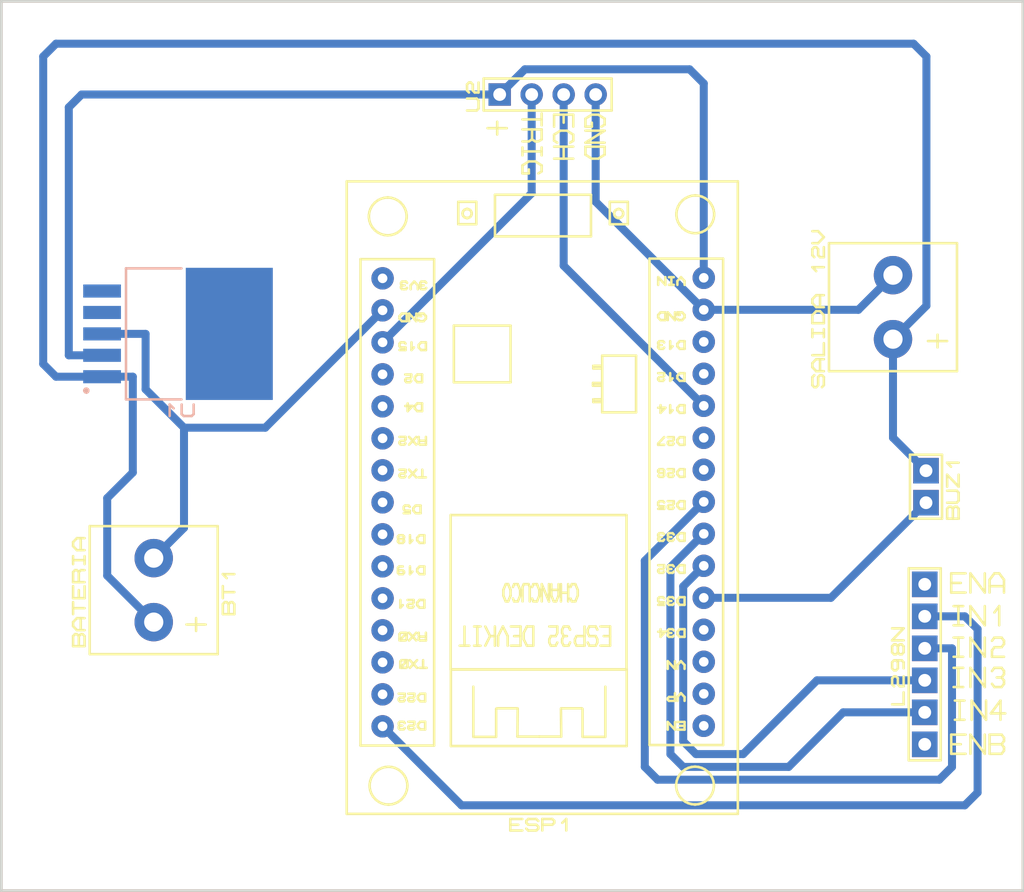
<source format=kicad_pcb>
(kicad_pcb (version 20241229) (generator "pcbnew") (generator_version "9.0")
  (layers (0 "F.Cu" signal) (2 "B.Cu" signal) (13 "F.Paste" user) (15 "B.Paste" user) (5 "F.SilkS" user "F.Silkscreen") (7 "B.SilkS" user "B.Silkscreen") (1 "F.Mask" user) (3 "B.Mask" user) (25 "Edge.Cuts" user))
  (net 0 "")
  (gr_poly (pts (xy 53.716 -74.436) (xy 51.684 -74.436) (xy 51.684 -72.404) (xy 53.716 -72.404)) (fill yes) (layer "F.Cu"))
  (gr_poly (pts (xy 53.816 -96.156) (xy 51.784 -96.156) (xy 51.784 -94.124) (xy 53.816 -94.124)) (fill yes) (layer "F.Cu"))
  (gr_poly (pts (xy 53.716 -82.056) (xy 51.684 -82.056) (xy 51.684 -80.024) (xy 53.716 -80.024)) (fill yes) (layer "F.Cu"))
  (gr_poly (pts (xy 53.716 -84.596) (xy 51.684 -84.596) (xy 51.684 -82.564) (xy 53.716 -82.564)) (fill yes) (layer "F.Cu"))
  (gr_poly (pts (xy 19.849 -125.889) (xy 18.071 -125.889) (xy 18.071 -124.111) (xy 19.849 -124.111)) (fill yes) (layer "F.Cu"))
  (gr_poly (pts (xy 53.716 -79.516) (xy 51.684 -79.516) (xy 51.684 -77.484) (xy 53.716 -77.484)) (fill yes) (layer "F.Cu"))
  (gr_poly (pts (xy 53.816 -93.616) (xy 51.784 -93.616) (xy 51.784 -91.584) (xy 53.816 -91.584)) (fill yes) (layer "F.Cu"))
  (gr_poly (pts (xy 53.716 -76.976) (xy 51.684 -76.976) (xy 51.684 -74.944) (xy 53.716 -74.944)) (fill yes) (layer "F.Cu"))
  (gr_poly (pts (xy 53.716 -87.136) (xy 51.684 -87.136) (xy 51.684 -85.104) (xy 53.716 -85.104)) (fill yes) (layer "F.Cu"))
  (gr_poly (pts (xy 53.716 -84.596) (xy 51.684 -84.596) (xy 51.684 -82.564) (xy 53.716 -82.564)) (fill yes) (layer "B.Cu"))
  (gr_poly (pts (xy 19.849 -125.889) (xy 18.071 -125.889) (xy 18.071 -124.111) (xy 19.849 -124.111)) (fill yes) (layer "B.Cu"))
  (gr_poly (pts (xy 0.9544 -111.2451) (xy -5.9544 -111.2451) (xy -5.9544 -100.7549) (xy 0.9544 -100.7549)) (fill yes) (layer "B.Cu"))
  (gr_poly (pts (xy -11.1014 -106.5207) (xy -14.0986 -106.5207) (xy -14.0986 -105.4793) (xy -11.1014 -105.4793)) (fill yes) (layer "B.Cu"))
  (gr_poly (pts (xy 53.716 -74.436) (xy 51.684 -74.436) (xy 51.684 -72.404) (xy 53.716 -72.404)) (fill yes) (layer "B.Cu"))
  (gr_poly (pts (xy 53.716 -87.136) (xy 51.684 -87.136) (xy 51.684 -85.104) (xy 53.716 -85.104)) (fill yes) (layer "B.Cu"))
  (gr_poly (pts (xy -11.1014 -103.1207) (xy -14.0986 -103.1207) (xy -14.0986 -102.0793) (xy -11.1014 -102.0793)) (fill yes) (layer "B.Cu"))
  (gr_poly (pts (xy 53.816 -93.616) (xy 51.784 -93.616) (xy 51.784 -91.584) (xy 53.816 -91.584)) (fill yes) (layer "B.Cu"))
  (gr_poly (pts (xy 53.716 -79.516) (xy 51.684 -79.516) (xy 51.684 -77.484) (xy 53.716 -77.484)) (fill yes) (layer "B.Cu"))
  (gr_poly (pts (xy 53.816 -96.156) (xy 51.784 -96.156) (xy 51.784 -94.124) (xy 53.816 -94.124)) (fill yes) (layer "B.Cu"))
  (gr_poly (pts (xy -11.1014 -109.9207) (xy -14.0986 -109.9207) (xy -14.0986 -108.8793) (xy -11.1014 -108.8793)) (fill yes) (layer "B.Cu"))
  (gr_poly (pts (xy -11.1014 -104.8207) (xy -14.0986 -104.8207) (xy -14.0986 -103.7793) (xy -11.1014 -103.7793)) (fill yes) (layer "B.Cu"))
  (gr_poly (pts (xy 53.716 -76.976) (xy 51.684 -76.976) (xy 51.684 -74.944) (xy 53.716 -74.944)) (fill yes) (layer "B.Cu"))
  (gr_poly (pts (xy 53.716 -82.056) (xy 51.684 -82.056) (xy 51.684 -80.024) (xy 53.716 -80.024)) (fill yes) (layer "B.Cu"))
  (gr_poly (pts (xy -11.1014 -108.2207) (xy -14.0986 -108.2207) (xy -14.0986 -107.1793) (xy -11.1014 -107.1793)) (fill yes) (layer "B.Cu"))
  (gr_line (start 12.22928 -102.37159) (end 12.22928 -102.57479) (stroke (width 0.2032)) (layer "F.SilkS"))
  (gr_line (start 17.10386 -116.48322) (end 15.67262 -116.48322) (stroke (width 0.2032)) (layer "F.SilkS"))
  (gr_line (start 43.7792 -104.31) (end 44.6936 -104.31) (stroke (width 0.2032)) (layer "F.SilkS"))
  (gr_line (start 24.80198 -119.9075) (end 23.27798 -119.9075) (stroke (width 0.2032)) (layer "F.SilkS"))
  (gr_line (start 31.731 -107.7068) (end 32.112 -107.7068) (stroke (width 0.2032)) (layer "F.SilkS"))
  (gr_line (start -2.5564 -84.54875) (end -2.404 -84.7075) (stroke (width 0.2032)) (layer "F.SilkS"))
  (gr_line (start 23.27798 -122.4475) (end 23.27798 -123.4) (stroke (width 0.2032)) (layer "F.SilkS"))
  (gr_line (start 23.63343 -86.13544) (end 23.63343 -85.22104) (stroke (width 0.2032)) (layer "F.SilkS"))
  (gr_line (start 21.53793 -85.90684) (end 21.63318 -86.13544) (stroke (width 0.2032)) (layer "F.SilkS"))
  (gr_line (start 21.07292 -67.18885) (end 21.07292 -67.34125) (stroke (width 0.2032)) (layer "F.SilkS"))
  (gr_line (start 35.83571 -70.76055) (end 35.69697 -71.00572) (stroke (width 0.2032)) (layer "F.SilkS"))
  (gr_line (start 16.5216 -125.15875) (end 16.3692 -125.3175) (stroke (width 0.2032)) (layer "F.SilkS"))
  (gr_line (start 11.00911 -107.20871) (end 11.00911 -107.41191) (stroke (width 0.2032)) (layer "F.SilkS"))
  (gr_line (start 32.99168 -115.61218) (end 33.03244 -115.85735) (stroke (width 0.2032)) (layer "F.SilkS"))
  (gr_line (start 28.1663 -115.81784) (end 28.22588 -115.86115) (stroke (width 0.2032)) (layer "F.SilkS"))
  (gr_line (start 12.60194 -84.26672) (end 12.41144 -84.46992) (stroke (width 0.2032)) (layer "F.SilkS"))
  (gr_line (start 32.39775 -84.4912) (end 32.3025 -84.5928) (stroke (width 0.2032)) (layer "F.SilkS"))
  (gr_line (start 35.71698 -116.34769) (end 35.50472 -116.59121) (stroke (width 0.2032)) (layer "F.SilkS"))
  (gr_line (start 12.62836 -97.51463) (end 12.53311 -97.61623) (stroke (width 0.2032)) (layer "F.SilkS"))
  (gr_line (start 28.46736 -115.90445) (end 28.40778 -115.90969) (stroke (width 0.2032)) (layer "F.SilkS"))
  (gr_line (start 25.768 -120.86) (end 27.292 -120.86) (stroke (width 0.2032)) (layer "F.SilkS"))
  (gr_line (start 58.61 -84.392) (end 58.61 -82.868) (stroke (width 0.2032)) (layer "F.SilkS"))
  (gr_line (start 32.01675 -97.1912) (end 31.5405 -97.1912) (stroke (width 0.2032)) (layer "F.SilkS"))
  (gr_line (start 32.98666 -115.4896) (end 32.99168 -115.61218) (stroke (width 0.2032)) (layer "F.SilkS"))
  (gr_line (start 50.5664 -80.7225) (end 50.414 -80.56375) (stroke (width 0.2032)) (layer "F.SilkS"))
  (gr_line (start 54.9336 -92.12375) (end 55.086 -92.2825) (stroke (width 0.2032)) (layer "F.SilkS"))
  (gr_line (start -13.58 -90.74) (end -3.42 -90.74) (stroke (width 0.2032)) (layer "F.SilkS"))
  (gr_line (start 10.98292 -90.01727) (end 10.88767 -89.91567) (stroke (width 0.2032)) (layer "F.SilkS"))
  (gr_line (start 54.8 -72.668) (end 54.8 -74.192) (stroke (width 0.2032)) (layer "F.SilkS"))
  (gr_line (start 33.255 -84.4912) (end 33.0645 -84.6944) (stroke (width 0.2032)) (layer "F.SilkS"))
  (gr_line (start -14.596 -82.1675) (end -14.4436 -82.00875) (stroke (width 0.2032)) (layer "F.SilkS"))
  (gr_line (start 22.89938 -81.75787) (end 23.02638 -82.01187) (stroke (width 0.2032)) (layer "F.SilkS"))
  (gr_line (start 34.76921 -114.01645) (end 34.52404 -113.99007) (stroke (width 0.2032)) (layer "F.SilkS"))
  (gr_line (start 31.5405 -92.1112) (end 32.01675 -92.1112) (stroke (width 0.2032)) (layer "F.SilkS"))
  (gr_line (start 33.636 -92.1112) (end 33.255 -92.1112) (stroke (width 0.2032)) (layer "F.SilkS"))
  (gr_line (start 32.39775 -89.876) (end 32.3025 -89.9776) (stroke (width 0.2032)) (layer "F.SilkS"))
  (gr_line (start 33.0645 -87.4376) (end 33.255 -87.6408) (stroke (width 0.2032)) (layer "F.SilkS"))
  (gr_line (start 32.39775 -82.5608) (end 32.6835 -82.5608) (stroke (width 0.2032)) (layer "F.SilkS"))
  (gr_line (start 26.39345 -103.25289) (end 27.08897 -103.25289) (stroke (width 0.2032)) (layer "F.SilkS"))
  (gr_line (start 55.086 -92.2825) (end 55.2384 -92.2825) (stroke (width 0.2032)) (layer "F.SilkS"))
  (gr_line (start 16.25669 -115.8927) (end 16.31627 -115.90836) (stroke (width 0.2032)) (layer "F.SilkS"))
  (gr_line (start 17.2836 -123.88875) (end 17.2836 -124.52375) (stroke (width 0.2032)) (layer "F.SilkS"))
  (gr_line (start 16.02951 -115.64375) (end 16.05055 -115.70333) (stroke (width 0.2032)) (layer "F.SilkS"))
  (gr_line (start 11.13055 -109.95168) (end 11.13055 -110.05328) (stroke (width 0.2032)) (layer "F.SilkS"))
  (gr_line (start 26.3693 -102.10174) (end 26.3693 -101.88577) (stroke (width 0.2032)) (layer "F.SilkS"))
  (gr_line (start 11.58061 -107.00551) (end 11.19961 -107.00551) (stroke (width 0.2032)) (layer "F.SilkS"))
  (gr_line (start 55.0905 -75.368) (end 55.8525 -75.368) (stroke (width 0.2032)) (layer "F.SilkS"))
  (gr_line (start 26.276 -122.765) (end 26.276 -122.4475) (stroke (width 0.2032)) (layer "F.SilkS"))
  (gr_line (start 31.63575 -94.956) (end 32.01675 -94.956) (stroke (width 0.2032)) (layer "F.SilkS"))
  (gr_line (start 33.23633 -69.28954) (end 33.44859 -69.04602) (stroke (width 0.2032)) (layer "F.SilkS"))
  (gr_line (start 32.6835 -81.9512) (end 32.39775 -81.9512) (stroke (width 0.2032)) (layer "F.SilkS"))
  (gr_line (start 27.292 -120.225) (end 26.784 -119.9075) (stroke (width 0.2032)) (layer "F.SilkS"))
  (gr_line (start 33.636 -107.5036) (end 33.636 -107.3004) (stroke (width 0.2032)) (layer "F.SilkS"))
  (gr_line (start 33.35025 -110.5008) (end 33.0645 -110.196) (stroke (width 0.2032)) (layer "F.SilkS"))
  (gr_line (start 27.08897 -100.59064) (end 27.08897 -100.80661) (stroke (width 0.2032)) (layer "F.SilkS"))
  (gr_line (start 22.292 -118.89625) (end 22.038 -118.7375) (stroke (width 0.2032)) (layer "F.SilkS"))
  (gr_line (start 31.63575 -85.1008) (end 31.9215 -85.1008) (stroke (width 0.2032)) (layer "F.SilkS"))
  (gr_line (start 26.276 -122.4475) (end 25.768 -122.4475) (stroke (width 0.2032)) (layer "F.SilkS"))
  (gr_line (start 11.54608 -80.10015) (end 11.64133 -79.99855) (stroke (width 0.2032)) (layer "F.SilkS"))
  (gr_line (start 27.09602 -99.77299) (end 29.78523 -99.77299) (stroke (width 0.2032)) (layer "F.SilkS"))
  (gr_line (start 11.77111 -107.61511) (end 11.77111 -107.00551) (stroke (width 0.2032)) (layer "F.SilkS"))
  (gr_line (start 12.34261 -95.21871) (end 11.77111 -94.60911) (stroke (width 0.2032)) (layer "F.SilkS"))
  (gr_line (start 10.9083 -68.85357) (end 10.66313 -68.73501) (stroke (width 0.2032)) (layer "F.SilkS"))
  (gr_line (start 23.91538 -81.50387) (end 23.91538 -81.75787) (stroke (width 0.2032)) (layer "F.SilkS"))
  (gr_line (start 33.09759 -70.76055) (end 33.23633 -71.00572) (stroke (width 0.2032)) (layer "F.SilkS"))
  (gr_line (start 13.10461 -81.66623) (end 12.62836 -81.66623) (stroke (width 0.2032)) (layer "F.SilkS"))
  (gr_line (start 21.53 -121.43625) (end 21.53 -122.23) (stroke (width 0.2032)) (layer "F.SilkS"))
  (gr_line (start 28.6461 -115.28312) (end 28.58652 -115.23981) (stroke (width 0.2032)) (layer "F.SilkS"))
  (gr_line (start 13.10461 -94.60911) (end 12.53311 -94.60911) (stroke (width 0.2032)) (layer "F.SilkS"))
  (gr_line (start 10.88767 -89.81407) (end 10.98292 -89.71247) (stroke (width 0.2032)) (layer "F.SilkS"))
  (gr_line (start 21.63318 -86.13544) (end 21.91893 -86.13544) (stroke (width 0.2032)) (layer "F.SilkS"))
  (gr_line (start 12.34261 -94.60911) (end 11.77111 -95.21871) (stroke (width 0.2032)) (layer "F.SilkS"))
  (gr_line (start 56.324 -80.368) (end 56.324 -81.892) (stroke (width 0.2032)) (layer "F.SilkS"))
  (gr_line (start 33.0645 -89.9776) (end 33.255 -90.1808) (stroke (width 0.2032)) (layer "F.SilkS"))
  (gr_line (start 33.0645 -102.4744) (end 33.0645 -102.6776) (stroke (width 0.2032)) (layer "F.SilkS"))
  (gr_line (start 58.991 -81.384) (end 58.8005 -81.13) (stroke (width 0.2032)) (layer "F.SilkS"))
  (gr_line (start 27.85 -126.27) (end 17.69 -126.27) (stroke (width 0.2032)) (layer "F.SilkS"))
  (gr_line (start 50.2616 -80.56375) (end 50.1092 -80.7225) (stroke (width 0.2032)) (layer "F.SilkS"))
  (gr_line (start 16.7354 -115.58417) (end 16.72535 -115.64375) (stroke (width 0.2032)) (layer "F.SilkS"))
  (gr_line (start 12.53311 -107.61511) (end 12.91411 -107.61511) (stroke (width 0.2032)) (layer "F.SilkS"))
  (gr_line (start 50.414 -79.29375) (end 50.2616 -79.29375) (stroke (width 0.2032)) (layer "F.SilkS"))
  (gr_line (start 33.0645 -99.9344) (end 33.0645 -100.1376) (stroke (width 0.2032)) (layer "F.SilkS"))
  (gr_line (start 44.2364 -113.2) (end 44.6936 -113.67625) (stroke (width 0.2032)) (layer "F.SilkS"))
  (gr_line (start 44.6936 -103.04) (end 44.084 -103.04) (stroke (width 0.2032)) (layer "F.SilkS"))
  (gr_line (start 55.943 -85.468) (end 54.8 -85.468) (stroke (width 0.2032)) (layer "F.SilkS"))
  (gr_line (start 50.1092 -78.1825) (end 50.1092 -78.65875) (stroke (width 0.2032)) (layer "F.SilkS"))
  (gr_line (start 25.05838 -81.24987) (end 24.93138 -81.50387) (stroke (width 0.2032)) (layer "F.SilkS"))
  (gr_line (start 23.29542 -67.18885) (end 23.13667 -67.03645) (stroke (width 0.2032)) (layer "F.SilkS"))
  (gr_line (start 23.13667 -67.49365) (end 23.29542 -67.34125) (stroke (width 0.2032)) (layer "F.SilkS"))
  (gr_line (start 54.8 -85.468) (end 54.8 -86.992) (stroke (width 0.2032)) (layer "F.SilkS"))
  (gr_line (start 12.7498 -109.54528) (end 12.65455 -109.64688) (stroke (width 0.2032)) (layer "F.SilkS"))
  (gr_line (start 56.324 -79.492) (end 57.467 -77.968) (stroke (width 0.2032)) (layer "F.SilkS"))
  (gr_line (start 34.50403 -71.64716) (end 34.46665 -71.64763) (stroke (width 0.2032)) (layer "F.SilkS"))
  (gr_line (start 31.9215 -94.6512) (end 32.01675 -94.7528) (stroke (width 0.2032)) (layer "F.SilkS"))
  (gr_line (start 32.77875 -84.5928) (end 32.6835 -84.4912) (stroke (width 0.2032)) (layer "F.SilkS"))
  (gr_line (start 13.03555 -109.54528) (end 12.7498 -109.54528) (stroke (width 0.2032)) (layer "F.SilkS"))
  (gr_line (start 33.0645 -92.5176) (end 33.255 -92.7208) (stroke (width 0.2032)) (layer "F.SilkS"))
  (gr_line (start 57.467 -85.468) (end 57.467 -86.992) (stroke (width 0.2032)) (layer "F.SilkS"))
  (gr_line (start 56.324 -81.892) (end 57.467 -80.368) (stroke (width 0.2032)) (layer "F.SilkS"))
  (gr_line (start 33.0645 -100.1376) (end 33.255 -100.3408) (stroke (width 0.2032)) (layer "F.SilkS"))
  (gr_line (start 11.63541 -70.13912) (end 11.63039 -70.2617) (stroke (width 0.2032)) (layer "F.SilkS"))
  (gr_line (start 45.1 -103.04) (end 45.1 -113.2) (stroke (width 0.2032)) (layer "F.SilkS"))
  (gr_line (start 11.42464 -74.70543) (end 11.32939 -74.60383) (stroke (width 0.2032)) (layer "F.SilkS"))
  (gr_line (start 26.70938 -81.75787) (end 26.70938 -81.50387) (stroke (width 0.2032)) (layer "F.SilkS"))
  (gr_line (start 32.01675 -84.4912) (end 32.01675 -84.6944) (stroke (width 0.2032)) (layer "F.SilkS"))
  (gr_line (start 16.8264 -125.3175) (end 16.9788 -125.15875) (stroke (width 0.2032)) (layer "F.SilkS"))
  (gr_line (start 22.292 -119.3725) (end 22.292 -118.89625) (stroke (width 0.2032)) (layer "F.SilkS"))
  (gr_line (start 20.61338 -82.77387) (end 20.61338 -81.24987) (stroke (width 0.2032)) (layer "F.SilkS"))
  (gr_line (start 26.70938 -82.51987) (end 26.58238 -82.77387) (stroke (width 0.2032)) (layer "F.SilkS"))
  (gr_line (start -14.4436 -87.08875) (end -14.4436 -86.295) (stroke (width 0.2032)) (layer "F.SilkS"))
  (gr_line (start 11.2258 -109.54528) (end 11.13055 -109.64688) (stroke (width 0.2032)) (layer "F.SilkS"))
  (gr_line (start 31.5405 -107.5036) (end 31.731 -107.7068) (stroke (width 0.2032)) (layer "F.SilkS"))
  (gr_line (start 34.42927 -68.6481) (end 34.46665 -68.64763) (stroke (width 0.2032)) (layer "F.SilkS"))
  (gr_line (start 9.85286 -71.61227) (end 10.09803 -71.63865) (stroke (width 0.2032)) (layer "F.SilkS"))
  (gr_line (start 10.94816 -77.03231) (end 11.04341 -77.13391) (stroke (width 0.2032)) (layer "F.SilkS"))
  (gr_line (start 36.69487 -111.974) (end 30.85287 -111.974) (stroke (width 0.2032)) (layer "F.SilkS"))
  (gr_line (start 31.9215 -89.5712) (end 31.63575 -89.5712) (stroke (width 0.2032)) (layer "F.SilkS"))
  (gr_line (start 16.19711 -115.86506) (end 16.25669 -115.8927) (stroke (width 0.2032)) (layer "F.SilkS"))
  (gr_line (start -14.596 -88.835) (end -14.9008 -89.1525) (stroke (width 0.2032)) (layer "F.SilkS"))
  (gr_line (start -14.1388 -82.1675) (end -13.9864 -82.00875) (stroke (width 0.2032)) (layer "F.SilkS"))
  (gr_line (start 11.00911 -94.71071) (end 11.00911 -94.81231) (stroke (width 0.2032)) (layer "F.SilkS"))
  (gr_line (start 35.25955 -114.20405) (end 35.01438 -114.08549) (stroke (width 0.2032)) (layer "F.SilkS"))
  (gr_line (start 11.00911 -94.81231) (end 11.10436 -94.91391) (stroke (width 0.2032)) (layer "F.SilkS"))
  (gr_line (start 32.3025 -82.0528) (end 32.3025 -82.1544) (stroke (width 0.2032)) (layer "F.SilkS"))
  (gr_line (start 58.8005 -77.968) (end 58.229 -77.968) (stroke (width 0.2032)) (layer "F.SilkS"))
  (gr_line (start 6.82068 -67.90005) (end 37.86516 -67.90005) (stroke (width 0.2032)) (layer "F.SilkS"))
  (gr_line (start 31.63575 -95.2608) (end 31.5405 -95.1592) (stroke (width 0.2032)) (layer "F.SilkS"))
  (gr_line (start 44.084 -107.8025) (end 44.3888 -107.8025) (stroke (width 0.2032)) (layer "F.SilkS"))
  (gr_line (start 32.77875 -94.7528) (end 32.6835 -94.6512) (stroke (width 0.2032)) (layer "F.SilkS"))
  (gr_line (start -13.9864 -85.025) (end -14.9008 -85.025) (stroke (width 0.2032)) (layer "F.SilkS"))
  (gr_line (start 11.48513 -104.92248) (end 11.10413 -104.92248) (stroke (width 0.2032)) (layer "F.SilkS"))
  (gr_line (start 28.04823 -115.58026) (end 28.05828 -115.63984) (stroke (width 0.2032)) (layer "F.SilkS"))
  (gr_line (start 35.98666 -115.4896) (end 35.98164 -115.36702) (stroke (width 0.2032)) (layer "F.SilkS"))
  (gr_line (start 12.98317 -90.01727) (end 12.98317 -89.40767) (stroke (width 0.2032)) (layer "F.SilkS"))
  (gr_line (start 32.01675 -104.9128) (end 31.9215 -104.8112) (stroke (width 0.2032)) (layer "F.SilkS"))
  (gr_line (start 58.991 -78.984) (end 58.8005 -78.73) (stroke (width 0.2032)) (layer "F.SilkS"))
  (gr_line (start 35.98666 -115.4896) (end 35.98164 -115.61218) (stroke (width 0.2032)) (layer "F.SilkS"))
  (gr_line (start 33.0645 -105.2176) (end 33.255 -105.4208) (stroke (width 0.2032)) (layer "F.SilkS"))
  (gr_line (start 12.03044 -84.26672) (end 11.74469 -84.26672) (stroke (width 0.2032)) (layer "F.SilkS"))
  (gr_line (start 11.58061 -81.76783) (end 11.48536 -81.66623) (stroke (width 0.2032)) (layer "F.SilkS"))
  (gr_line (start -13.58 -80.58) (end -3.42 -80.58) (stroke (width 0.2032)) (layer "F.SilkS"))
  (gr_line (start 11.26867 -89.40767) (end 10.98292 -89.40767) (stroke (width 0.2032)) (layer "F.SilkS"))
  (gr_line (start 31.9215 -87.0312) (end 31.63575 -87.0312) (stroke (width 0.2032)) (layer "F.SilkS"))
  (gr_line (start 12.60217 -87.53799) (end 12.98317 -87.53799) (stroke (width 0.2032)) (layer "F.SilkS"))
  (gr_line (start 11.48536 -97.31143) (end 11.39011 -97.20983) (stroke (width 0.2032)) (layer "F.SilkS"))
  (gr_line (start 10.98292 -87.53799) (end 11.26867 -87.53799) (stroke (width 0.2032)) (layer "F.SilkS"))
  (gr_line (start 28.69869 -115.759) (end 28.6461 -115.81784) (stroke (width 0.2032)) (layer "F.SilkS"))
  (gr_line (start 21.91893 -86.13544) (end 22.10943 -85.67824) (stroke (width 0.2032)) (layer "F.SilkS"))
  (gr_line (start 11.84828 -102.47319) (end 11.94353 -102.57479) (stroke (width 0.2032)) (layer "F.SilkS"))
  (gr_line (start 32.874 -76.8712) (end 32.39775 -76.8712) (stroke (width 0.2032)) (layer "F.SilkS"))
  (gr_line (start 44.6936 -112.08875) (end 44.6936 -112.8825) (stroke (width 0.2032)) (layer "F.SilkS"))
  (gr_line (start 21.23167 -67.03645) (end 21.07292 -67.18885) (stroke (width 0.2032)) (layer "F.SilkS"))
  (gr_line (start 33.95894 -116.89371) (end 34.20411 -116.96275) (stroke (width 0.2032)) (layer "F.SilkS"))
  (gr_line (start 8.57676 -115.32423) (end 8.58178 -115.20165) (stroke (width 0.2032)) (layer "F.SilkS"))
  (gr_line (start 11.64133 -79.59215) (end 11.54608 -79.49055) (stroke (width 0.2032)) (layer "F.SilkS"))
  (gr_line (start 10.09803 -68.63959) (end 10.13541 -68.63912) (stroke (width 0.2032)) (layer "F.SilkS"))
  (gr_line (start 54.6288 -92.2825) (end 54.7812 -92.2825) (stroke (width 0.2032)) (layer "F.SilkS"))
  (gr_line (start 20.39493 -86.13544) (end 20.58543 -85.67824) (stroke (width 0.2032)) (layer "F.SilkS"))
  (gr_line (start 27.09602 -104.27299) (end 27.09602 -99.77299) (stroke (width 0.2032)) (layer "F.SilkS"))
  (gr_line (start 16.16838 -81.24987) (end 16.16838 -82.77387) (stroke (width 0.2032)) (layer "F.SilkS"))
  (gr_line (start 32.3025 -87.2344) (end 32.39775 -87.336) (stroke (width 0.2032)) (layer "F.SilkS"))
  (gr_line (start 12.18664 -75.21343) (end 11.71039 -75.21343) (stroke (width 0.2032)) (layer "F.SilkS"))
  (gr_line (start 33.01243 -70.51538) (end 33.09759 -70.76055) (stroke (width 0.2032)) (layer "F.SilkS"))
  (gr_line (start 20.01393 -85.90684) (end 20.10918 -86.13544) (stroke (width 0.2032)) (layer "F.SilkS"))
  (gr_line (start 21.12138 -81.24987) (end 20.86738 -81.75787) (stroke (width 0.2032)) (layer "F.SilkS"))
  (gr_line (start 32.77875 -110.5008) (end 32.39775 -110.5008) (stroke (width 0.2032)) (layer "F.SilkS"))
  (gr_line (start 34.76921 -116.96275) (end 34.52404 -116.98913) (stroke (width 0.2032)) (layer "F.SilkS"))
  (gr_line (start 13.16533 -79.49055) (end 12.59383 -79.49055) (stroke (width 0.2032)) (layer "F.SilkS"))
  (gr_line (start 11.56253 -102.47319) (end 11.84828 -102.47319) (stroke (width 0.2032)) (layer "F.SilkS"))
  (gr_line (start 33.255 -81.9512) (end 33.0645 -82.1544) (stroke (width 0.2032)) (layer "F.SilkS"))
  (gr_line (start 10.9083 -71.42467) (end 10.66313 -71.54323) (stroke (width 0.2032)) (layer "F.SilkS"))
  (gr_line (start 28.05828 -115.63984) (end 28.07932 -115.69942) (stroke (width 0.2032)) (layer "F.SilkS"))
  (gr_line (start 33.255 -97.8008) (end 33.636 -97.8008) (stroke (width 0.2032)) (layer "F.SilkS"))
  (gr_line (start 44.084 -109.0725) (end 44.6936 -109.0725) (stroke (width 0.2032)) (layer "F.SilkS"))
  (gr_line (start 50.8712 -80.0875) (end 51.0236 -79.92875) (stroke (width 0.2032)) (layer "F.SilkS"))
  (gr_line (start 11.63039 -70.01654) (end 11.58963 -69.77137) (stroke (width 0.2032)) (layer "F.SilkS"))
  (gr_line (start 27.292 -123.0825) (end 27.292 -122.60625) (stroke (width 0.2032)) (layer "F.SilkS"))
  (gr_line (start 9.60769 -68.73501) (end 9.85286 -68.66597) (stroke (width 0.2032)) (layer "F.SilkS"))
  (gr_line (start 11.36392 -87.13159) (end 11.36392 -87.02999) (stroke (width 0.2032)) (layer "F.SilkS"))
  (gr_line (start 51.43 -72.15) (end 53.97 -72.15) (stroke (width 0.2032)) (layer "F.SilkS"))
  (gr_line (start 12.12569 -84.87632) (end 11.64944 -84.87632) (stroke (width 0.2032)) (layer "F.SilkS"))
  (gr_line (start 32.3025 -90.0792) (end 32.39775 -90.1808) (stroke (width 0.2032)) (layer "F.SilkS"))
  (gr_line (start 33.636 -76.8712) (end 33.636 -77.176) (stroke (width 0.2032)) (layer "F.SilkS"))
  (gr_line (start 35.96163 -70.27021) (end 35.92087 -70.51538) (stroke (width 0.2032)) (layer "F.SilkS"))
  (gr_line (start 28.1663 -115.28312) (end 28.22588 -115.23981) (stroke (width 0.2032)) (layer "F.SilkS"))
  (gr_line (start 11.2258 -110.15488) (end 11.51155 -110.15488) (stroke (width 0.2032)) (layer "F.SilkS"))
  (gr_line (start 12.18641 -77.23551) (end 12.18641 -77.43871) (stroke (width 0.2032)) (layer "F.SilkS"))
  (gr_line (start 26.58238 -81.24987) (end 26.07438 -81.24987) (stroke (width 0.2032)) (layer "F.SilkS"))
  (gr_line (start 32.01675 -102.6776) (end 32.01675 -102.8808) (stroke (width 0.2032)) (layer "F.SilkS"))
  (gr_line (start 33.0645 -84.6944) (end 33.0645 -84.8976) (stroke (width 0.2032)) (layer "F.SilkS"))
  (gr_line (start 56.324 -86.992) (end 57.467 -85.468) (stroke (width 0.2032)) (layer "F.SilkS"))
  (gr_line (start 10.94839 -74.80703) (end 11.04364 -74.90863) (stroke (width 0.2032)) (layer "F.SilkS"))
  (gr_line (start 35.25955 -116.77515) (end 35.01438 -116.89371) (stroke (width 0.2032)) (layer "F.SilkS"))
  (gr_line (start 53.97 -87.39) (end 51.43 -87.39) (stroke (width 0.2032)) (layer "F.SilkS"))
  (gr_line (start 11.80541 -77.13391) (end 12.09116 -77.13391) (stroke (width 0.2032)) (layer "F.SilkS"))
  (gr_line (start -14.9008 -89.47) (end -14.596 -89.7875) (stroke (width 0.2032)) (layer "F.SilkS"))
  (gr_line (start 32.493 -104.8112) (end 32.493 -105.4208) (stroke (width 0.2032)) (layer "F.SilkS"))
  (gr_line (start 33.636 -87.0312) (end 33.255 -87.0312) (stroke (width 0.2032)) (layer "F.SilkS"))
  (gr_line (start 52.9541 -105.43) (end 54.4781 -105.43) (stroke (width 0.2032)) (layer "F.SilkS"))
  (gr_line (start 27.72538 -81.24987) (end 26.96338 -81.24987) (stroke (width 0.2032)) (layer "F.SilkS"))
  (gr_line (start 35.50472 -116.59121) (end 35.25955 -116.77515) (stroke (width 0.2032)) (layer "F.SilkS"))
  (gr_line (start 8.68119 -69.77137) (end 8.76635 -69.5262) (stroke (width 0.2032)) (layer "F.SilkS"))
  (gr_line (start 16.49817 -115.8927) (end 16.43859 -115.90836) (stroke (width 0.2032)) (layer "F.SilkS"))
  (gr_line (start 11.10436 -94.60911) (end 11.00911 -94.71071) (stroke (width 0.2032)) (layer "F.SilkS"))
  (gr_line (start 43.7792 -108.4375) (end 43.7792 -108.755) (stroke (width 0.2032)) (layer "F.SilkS"))
  (gr_line (start -14.4436 -85.025) (end -14.4436 -85.66) (stroke (width 0.2032)) (layer "F.SilkS"))
  (gr_line (start 21.276 -119.055) (end 21.276 -118.7375) (stroke (width 0.2032)) (layer "F.SilkS"))
  (gr_line (start 22.10943 -85.22104) (end 21.91893 -84.76384) (stroke (width 0.2032)) (layer "F.SilkS"))
  (gr_line (start 44.6936 -101.92875) (end 44.6936 -102.56375) (stroke (width 0.2032)) (layer "F.SilkS"))
  (gr_line (start 33.636 -84.4912) (end 33.255 -84.4912) (stroke (width 0.2032)) (layer "F.SilkS"))
  (gr_line (start 56.324 -85.468) (end 56.324 -86.992) (stroke (width 0.2032)) (layer "F.SilkS"))
  (gr_line (start 11.54608 -79.49055) (end 11.16508 -79.49055) (stroke (width 0.2032)) (layer "F.SilkS"))
  (gr_line (start 23.84735 -74.03507) (end 22.08486 -74.03507) (stroke (width 0.2032)) (layer "F.SilkS"))
  (gr_line (start 15.32439 -102.15648) (end 19.82439 -102.15648) (stroke (width 0.2032)) (layer "F.SilkS"))
  (gr_line (start 19.63293 -86.13544) (end 19.82343 -85.67824) (stroke (width 0.2032)) (layer "F.SilkS"))
  (gr_line (start 11.42441 -76.93071) (end 11.32916 -76.82911) (stroke (width 0.2032)) (layer "F.SilkS"))
  (gr_line (start 34.1841 -71.62078) (end 34.42927 -71.64716) (stroke (width 0.2032)) (layer "F.SilkS"))
  (gr_line (start 11.26867 -89.71247) (end 11.36392 -89.61087) (stroke (width 0.2032)) (layer "F.SilkS"))
  (gr_line (start 33.0645 -107.5036) (end 33.0645 -107.7068) (stroke (width 0.2032)) (layer "F.SilkS"))
  (gr_line (start -14.9008 -82.8025) (end -14.9008 -83.12) (stroke (width 0.2032)) (layer "F.SilkS"))
  (gr_line (start 58.8005 -72.668) (end 57.848 -72.668) (stroke (width 0.2032)) (layer "F.SilkS"))
  (gr_line (start 8.63541 -70.13912) (end 8.64043 -70.2617) (stroke (width 0.2032)) (layer "F.SilkS"))
  (gr_line (start 31.5405 -95.1592) (end 31.5405 -95.0576) (stroke (width 0.2032)) (layer "F.SilkS"))
  (gr_line (start 30.85287 -111.974) (end 30.85287 -73.366) (stroke (width 0.2032)) (layer "F.SilkS"))
  (gr_line (start 32.874 -77.4808) (end 32.874 -76.8712) (stroke (width 0.2032)) (layer "F.SilkS"))
  (gr_line (start 31.63575 -90.1808) (end 31.9215 -90.1808) (stroke (width 0.2032)) (layer "F.SilkS"))
  (gr_line (start 16.54938 -81.24987) (end 15.78738 -81.24987) (stroke (width 0.2032)) (layer "F.SilkS"))
  (gr_line (start 16.31627 -115.20042) (end 16.37585 -115.19518) (stroke (width 0.2032)) (layer "F.SilkS"))
  (gr_line (start 11.26867 -86.92839) (end 10.98292 -86.92839) (stroke (width 0.2032)) (layer "F.SilkS"))
  (gr_line (start 13.10461 -97.81943) (end 13.10461 -97.20983) (stroke (width 0.2032)) (layer "F.SilkS"))
  (gr_line (start 32.3025 -92.2128) (end 32.3025 -92.3144) (stroke (width 0.2032)) (layer "F.SilkS"))
  (gr_line (start 11.15347 -71.24073) (end 10.9083 -71.42467) (stroke (width 0.2032)) (layer "F.SilkS"))
  (gr_line (start 58.229 -77.968) (end 58.0385 -78.222) (stroke (width 0.2032)) (layer "F.SilkS"))
  (gr_line (start 28.76417 -115.58026) (end 28.75412 -115.63984) (stroke (width 0.2032)) (layer "F.SilkS"))
  (gr_line (start 33.636 -89.5712) (end 33.255 -89.5712) (stroke (width 0.2032)) (layer "F.SilkS"))
  (gr_line (start 27.06482 -102.10174) (end 26.3693 -102.10174) (stroke (width 0.2032)) (layer "F.SilkS"))
  (gr_line (start 55.0905 -76.892) (end 55.8525 -76.892) (stroke (width 0.2032)) (layer "F.SilkS"))
  (gr_line (start 12.41167 -89.81407) (end 12.60217 -90.01727) (stroke (width 0.2032)) (layer "F.SilkS"))
  (gr_line (start 12.41978 -102.77799) (end 12.80078 -102.77799) (stroke (width 0.2032)) (layer "F.SilkS"))
  (gr_line (start 27.292 -122.13) (end 25.768 -121.1775) (stroke (width 0.2032)) (layer "F.SilkS"))
  (gr_line (start 51.0236 -79.92875) (end 51.0236 -79.4525) (stroke (width 0.2032)) (layer "F.SilkS"))
  (gr_line (start 31.5405 -105.0144) (end 31.63575 -105.116) (stroke (width 0.2032)) (layer "F.SilkS"))
  (gr_line (start 16.8264 -125.79375) (end 16.8264 -125.3175) (stroke (width 0.2032)) (layer "F.SilkS"))
  (gr_line (start -14.9008 -87.08875) (end -14.7484 -87.2475) (stroke (width 0.2032)) (layer "F.SilkS"))
  (gr_line (start 7.91408 -73.3239) (end 13.75608 -73.3239) (stroke (width 0.2032)) (layer "F.SilkS"))
  (gr_line (start 17.81938 -81.24987) (end 18.20038 -82.01187) (stroke (width 0.2032)) (layer "F.SilkS"))
  (gr_line (start 12.22928 -102.57479) (end 12.41978 -102.77799) (stroke (width 0.2032)) (layer "F.SilkS"))
  (gr_line (start 32.3025 -84.5928) (end 32.3025 -84.6944) (stroke (width 0.2032)) (layer "F.SilkS"))
  (gr_line (start 55.3715 -84.392) (end 55.3715 -82.868) (stroke (width 0.2032)) (layer "F.SilkS"))
  (gr_line (start 10.17279 -71.63865) (end 10.13541 -71.63912) (stroke (width 0.2032)) (layer "F.SilkS"))
  (gr_line (start 11.80564 -74.90863) (end 12.09139 -74.90863) (stroke (width 0.2032)) (layer "F.SilkS"))
  (gr_line (start 50.1092 -78.65875) (end 50.2616 -78.8175) (stroke (width 0.2032)) (layer "F.SilkS"))
  (gr_line (start 32.6835 -87.0312) (end 32.39775 -87.0312) (stroke (width 0.2032)) (layer "F.SilkS"))
  (gr_line (start 32.97167 -70.02505) (end 33.01243 -69.77988) (stroke (width 0.2032)) (layer "F.SilkS"))
  (gr_line (start 25.15743 -85.22104) (end 24.96693 -84.76384) (stroke (width 0.2032)) (layer "F.SilkS"))
  (gr_line (start 28.04699 -115.55048) (end 28.04823 -115.58026) (stroke (width 0.2032)) (layer "F.SilkS"))
  (gr_line (start 33.69376 -71.43318) (end 33.93893 -71.55174) (stroke (width 0.2032)) (layer "F.SilkS"))
  (gr_line (start 11.50447 -70.75204) (end 11.36573 -70.99721) (stroke (width 0.2032)) (layer "F.SilkS"))
  (gr_line (start 32.77875 -82.0528) (end 32.6835 -81.9512) (stroke (width 0.2032)) (layer "F.SilkS"))
  (gr_line (start -14.596 -83.4375) (end -13.9864 -83.4375) (stroke (width 0.2032)) (layer "F.SilkS"))
  (gr_line (start 33.255 -89.5712) (end 33.0645 -89.7744) (stroke (width 0.2032)) (layer "F.SilkS"))
  (gr_line (start -14.9008 -84.23125) (end -13.9864 -84.23125) (stroke (width 0.2032)) (layer "F.SilkS"))
  (gr_line (start 20.77593 -85.90684) (end 20.77593 -84.76384) (stroke (width 0.2032)) (layer "F.SilkS"))
  (gr_line (start 29.13263 -116.47931) (end 27.70139 -116.47931) (stroke (width 0.2032)) (layer "F.SilkS"))
  (gr_line (start 31.5405 -87.2344) (end 31.63575 -87.336) (stroke (width 0.2032)) (layer "F.SilkS"))
  (gr_line (start 20.768 -118.7375) (end 20.768 -119.3725) (stroke (width 0.2032)) (layer "F.SilkS"))
  (gr_line (start 8.58178 -115.20165) (end 8.62254 -114.95648) (stroke (width 0.2032)) (layer "F.SilkS"))
  (gr_line (start 56.324 -77.968) (end 56.324 -79.492) (stroke (width 0.2032)) (layer "F.SilkS"))
  (gr_line (start 12.09139 -74.60383) (end 11.80564 -74.60383) (stroke (width 0.2032)) (layer "F.SilkS"))
  (gr_line (start 50.5664 -80.7225) (end 50.7188 -80.56375) (stroke (width 0.2032)) (layer "F.SilkS"))
  (gr_line (start 9.60769 -71.54323) (end 9.85286 -71.61227) (stroke (width 0.2032)) (layer "F.SilkS"))
  (gr_line (start 16.37585 -115.9136) (end 16.37743 -115.9136) (stroke (width 0.2032)) (layer "F.SilkS"))
  (gr_line (start 33.69376 -68.86208) (end 33.93893 -68.74352) (stroke (width 0.2032)) (layer "F.SilkS"))
  (gr_line (start 50.7188 -78.02375) (end 51.0236 -78.02375) (stroke (width 0.2032)) (layer "F.SilkS"))
  (gr_line (start 19.85138 -82.77387) (end 20.61338 -82.77387) (stroke (width 0.2032)) (layer "F.SilkS"))
  (gr_line (start 11.10436 -97.51463) (end 11.39011 -97.51463) (stroke (width 0.2032)) (layer "F.SilkS"))
  (gr_line (start 32.874 -107.7068) (end 32.874 -107.0972) (stroke (width 0.2032)) (layer "F.SilkS"))
  (gr_line (start 54.7812 -95.4575) (end 54.4764 -95.775) (stroke (width 0.2032)) (layer "F.SilkS"))
  (gr_line (start 23.40738 -81.24987) (end 23.02638 -81.24987) (stroke (width 0.2032)) (layer "F.SilkS"))
  (gr_line (start 10.98292 -87.23319) (end 11.26867 -87.23319) (stroke (width 0.2032)) (layer "F.SilkS"))
  (gr_line (start 32.58825 -89.876) (end 32.39775 -89.876) (stroke (width 0.2032)) (layer "F.SilkS"))
  (gr_line (start 33.0645 -82.1544) (end 33.0645 -82.3576) (stroke (width 0.2032)) (layer "F.SilkS"))
  (gr_line (start 11.74469 -84.57152) (end 12.03044 -84.57152) (stroke (width 0.2032)) (layer "F.SilkS"))
  (gr_line (start 21.12138 -82.77387) (end 21.62938 -82.77387) (stroke (width 0.2032)) (layer "F.SilkS"))
  (gr_line (start 21.62938 -82.77387) (end 21.62938 -81.24987) (stroke (width 0.2032)) (layer "F.SilkS"))
  (gr_line (start 26.20762 -113.74102) (end 26.20762 -117.04302) (stroke (width 0.2032)) (layer "F.SilkS"))
  (gr_line (start 28.07932 -115.69942) (end 28.11371 -115.759) (stroke (width 0.2032)) (layer "F.SilkS"))
  (gr_line (start 55.2384 -93.5525) (end 54.4764 -93.5525) (stroke (width 0.2032)) (layer "F.SilkS"))
  (gr_line (start 32.58825 -82.256) (end 32.39775 -82.256) (stroke (width 0.2032)) (layer "F.SilkS"))
  (gr_line (start 32.3025 -94.7528) (end 32.3025 -94.8544) (stroke (width 0.2032)) (layer "F.SilkS"))
  (gr_line (start 12.53311 -97.61623) (end 12.53311 -97.81943) (stroke (width 0.2032)) (layer "F.SilkS"))
  (gr_line (start 28.40462 -115.90969) (end 28.4062 -115.90969) (stroke (width 0.2032)) (layer "F.SilkS"))
  (gr_line (start 34.99437 -68.74352) (end 34.7492 -68.67448) (stroke (width 0.2032)) (layer "F.SilkS"))
  (gr_line (start 11.32939 -75.21343) (end 11.42464 -75.11183) (stroke (width 0.2032)) (layer "F.SilkS"))
  (gr_line (start 16.08494 -115.76291) (end 16.13753 -115.82175) (stroke (width 0.2032)) (layer "F.SilkS"))
  (gr_line (start 31.63575 -104.8112) (end 31.5405 -104.9128) (stroke (width 0.2032)) (layer "F.SilkS"))
  (gr_line (start 32.77875 -92.5176) (end 32.77875 -92.7208) (stroke (width 0.2032)) (layer "F.SilkS"))
  (gr_line (start 58.229 -79.492) (end 58.8005 -79.492) (stroke (width 0.2032)) (layer "F.SilkS"))
  (gr_line (start 50.7188 -81.3575) (end 50.5664 -81.19875) (stroke (width 0.2032)) (layer "F.SilkS"))
  (gr_line (start 11.64944 -84.46992) (end 11.74469 -84.57152) (stroke (width 0.2032)) (layer "F.SilkS"))
  (gr_line (start 11.58963 -69.77137) (end 11.50447 -69.5262) (stroke (width 0.2032)) (layer "F.SilkS"))
  (gr_line (start 28.40778 -115.19127) (end 28.4062 -115.19127) (stroke (width 0.2032)) (layer "F.SilkS"))
  (gr_line (start 21.07292 -66.73165) (end 21.23167 -66.57925) (stroke (width 0.2032)) (layer "F.SilkS"))
  (gr_line (start 31.63575 -94.6512) (end 31.9215 -94.6512) (stroke (width 0.2032)) (layer "F.SilkS"))
  (gr_line (start 32.39775 -85.1008) (end 32.6835 -85.1008) (stroke (width 0.2032)) (layer "F.SilkS"))
  (gr_line (start 12.72361 -107.41191) (end 12.53311 -107.41191) (stroke (width 0.2032)) (layer "F.SilkS"))
  (gr_line (start 43.7792 -113.2) (end 44.2364 -113.2) (stroke (width 0.2032)) (layer "F.SilkS"))
  (gr_line (start -2.0992 -83.755) (end -3.0136 -83.755) (stroke (width 0.2032)) (layer "F.SilkS"))
  (gr_line (start 11.06983 -79.99855) (end 11.16508 -80.10015) (stroke (width 0.2032)) (layer "F.SilkS"))
  (gr_line (start 11.71039 -74.70543) (end 11.71039 -74.80703) (stroke (width 0.2032)) (layer "F.SilkS"))
  (gr_line (start -14.9008 -83.12) (end -14.596 -83.4375) (stroke (width 0.2032)) (layer "F.SilkS"))
  (gr_line (start -14.2912 -87.2475) (end -13.9864 -87.2475) (stroke (width 0.2032)) (layer "F.SilkS"))
  (gr_line (start -14.2912 -88.835) (end -14.2912 -89.7875) (stroke (width 0.2032)) (layer "F.SilkS"))
  (gr_line (start 37.86516 -67.90005) (end 37.86516 -118.10307) (stroke (width 0.2032)) (layer "F.SilkS"))
  (gr_line (start 32.6835 -89.5712) (end 32.39775 -89.5712) (stroke (width 0.2032)) (layer "F.SilkS"))
  (gr_line (start 26.39345 -100.59064) (end 27.08897 -100.59064) (stroke (width 0.2032)) (layer "F.SilkS"))
  (gr_line (start 33.255 -99.7312) (end 33.0645 -99.9344) (stroke (width 0.2032)) (layer "F.SilkS"))
  (gr_line (start 32.3025 -84.6944) (end 32.39775 -84.796) (stroke (width 0.2032)) (layer "F.SilkS"))
  (gr_line (start 12.47239 -74.80703) (end 12.47239 -75.01023) (stroke (width 0.2032)) (layer "F.SilkS"))
  (gr_line (start 58.991 -78.222) (end 58.8005 -77.968) (stroke (width 0.2032)) (layer "F.SilkS"))
  (gr_line (start 32.3025 -77.0744) (end 32.39775 -77.176) (stroke (width 0.2032)) (layer "F.SilkS"))
  (gr_line (start 12.10761 -91.96848) (end 12.10761 -92.17168) (stroke (width 0.2032)) (layer "F.SilkS"))
  (gr_line (start 33.93893 -68.74352) (end 34.1841 -68.67448) (stroke (width 0.2032)) (layer "F.SilkS"))
  (gr_line (start 11.84828 -102.16839) (end 11.56253 -102.16839) (stroke (width 0.2032)) (layer "F.SilkS"))
  (gr_line (start 32.39775 -87.0312) (end 32.3025 -87.1328) (stroke (width 0.2032)) (layer "F.SilkS"))
  (gr_line (start 25.94738 -82.51987) (end 25.94738 -82.26587) (stroke (width 0.2032)) (layer "F.SilkS"))
  (gr_line (start 24.68118 -86.13544) (end 24.96693 -86.13544) (stroke (width 0.2032)) (layer "F.SilkS"))
  (gr_line (start 33.636 -104.8112) (end 33.255 -104.8112) (stroke (width 0.2032)) (layer "F.SilkS"))
  (gr_line (start 31.5405 -94.7528) (end 31.63575 -94.6512) (stroke (width 0.2032)) (layer "F.SilkS"))
  (gr_line (start 11.65778 -99.87127) (end 11.65778 -100.48087) (stroke (width 0.2032)) (layer "F.SilkS"))
  (gr_line (start 12.9403 -109.85008) (end 12.7498 -109.85008) (stroke (width 0.2032)) (layer "F.SilkS"))
  (gr_line (start 44.6936 -104.31) (end 44.6936 -105.2625) (stroke (width 0.2032)) (layer "F.SilkS"))
  (gr_line (start 24.55038 -81.50387) (end 24.42338 -81.24987) (stroke (width 0.2032)) (layer "F.SilkS"))
  (gr_line (start -14.7484 -87.2475) (end -14.596 -87.2475) (stroke (width 0.2032)) (layer "F.SilkS"))
  (gr_line (start 32.3025 -89.7744) (end 32.39775 -89.876) (stroke (width 0.2032)) (layer "F.SilkS"))
  (gr_line (start 35.85572 -116.10252) (end 35.71698 -116.34769) (stroke (width 0.2032)) (layer "F.SilkS"))
  (gr_line (start 31.9215 -87.336) (end 32.01675 -87.4376) (stroke (width 0.2032)) (layer "F.SilkS"))
  (gr_line (start 8.62254 -115.69198) (end 8.7077 -115.93715) (stroke (width 0.2032)) (layer "F.SilkS"))
  (gr_line (start 50.1092 -79.92875) (end 50.2616 -80.0875) (stroke (width 0.2032)) (layer "F.SilkS"))
  (gr_line (start 55.3908 -92.75875) (end 55.3908 -93.39375) (stroke (width 0.2032)) (layer "F.SilkS"))
  (gr_line (start 32.39775 -76.8712) (end 32.3025 -76.9728) (stroke (width 0.2032)) (layer "F.SilkS"))
  (gr_line (start 33.0645 -97.5976) (end 33.255 -97.8008) (stroke (width 0.2032)) (layer "F.SilkS"))
  (gr_line (start 12.65455 -110.05328) (end 12.7498 -110.15488) (stroke (width 0.2032)) (layer "F.SilkS"))
  (gr_line (start 43.7792 -107.485) (end 44.084 -107.8025) (stroke (width 0.2032)) (layer "F.SilkS"))
  (gr_line (start 57.848 -85.976) (end 58.991 -85.976) (stroke (width 0.2032)) (layer "F.SilkS"))
  (gr_line (start 11.64944 -84.36832) (end 11.64944 -84.46992) (stroke (width 0.2032)) (layer "F.SilkS"))
  (gr_line (start 19.59738 -81.24987) (end 19.59738 -82.01187) (stroke (width 0.2032)) (layer "F.SilkS"))
  (gr_line (start 19.80292 -67.49365) (end 20.75542 -67.49365) (stroke (width 0.2032)) (layer "F.SilkS"))
  (gr_line (start 31.5405 -89.9776) (end 31.5405 -90.0792) (stroke (width 0.2032)) (layer "F.SilkS"))
  (gr_line (start 12.34261 -82.27583) (end 11.77111 -81.66623) (stroke (width 0.2032)) (layer "F.SilkS"))
  (gr_line (start 21.784 -119.69) (end 22.292 -119.3725) (stroke (width 0.2032)) (layer "F.SilkS"))
  (gr_line (start 28.22588 -115.86115) (end 28.28546 -115.88879) (stroke (width 0.2032)) (layer "F.SilkS"))
  (gr_line (start 28.76541 -115.55048) (end 28.76417 -115.58026) (stroke (width 0.2032)) (layer "F.SilkS"))
  (gr_line (start 32.58825 -109.8912) (end 32.58825 -110.5008) (stroke (width 0.2032)) (layer "F.SilkS"))
  (gr_line (start 12.34261 -107.61511) (end 12.34261 -107.00551) (stroke (width 0.2032)) (layer "F.SilkS"))
  (gr_line (start 43.7792 -103.3575) (end 43.7792 -103.675) (stroke (width 0.2032)) (layer "F.SilkS"))
  (gr_line (start 21.34743 -84.76384) (end 21.34743 -85.90684) (stroke (width 0.2032)) (layer "F.SilkS"))
  (gr_line (start 56.324 -74.192) (end 57.467 -72.668) (stroke (width 0.2032)) (layer "F.SilkS"))
  (gr_line (start 32.39775 -81.9512) (end 32.3025 -82.0528) (stroke (width 0.2032)) (layer "F.SilkS"))
  (gr_line (start 12.62836 -81.66623) (end 12.53311 -81.76783) (stroke (width 0.2032)) (layer "F.SilkS"))
  (gr_line (start 43.7792 -111.295) (end 44.6936 -111.295) (stroke (width 0.2032)) (layer "F.SilkS"))
  (gr_line (start 9.79421 -116.79738) (end 10.03938 -116.82376) (stroke (width 0.2032)) (layer "F.SilkS"))
  (gr_line (start 16.25669 -115.21608) (end 16.31627 -115.20042) (stroke (width 0.2032)) (layer "F.SilkS"))
  (gr_line (start 11.74469 -84.26672) (end 11.64944 -84.36832) (stroke (width 0.2032)) (layer "F.SilkS"))
  (gr_line (start 44.3888 -102.7225) (end 44.2364 -102.56375) (stroke (width 0.2032)) (layer "F.SilkS"))
  (gr_line (start 28.75412 -115.46112) (end 28.73308 -115.40154) (stroke (width 0.2032)) (layer "F.SilkS"))
  (gr_line (start 32.112 -107.0972) (end 31.731 -107.0972) (stroke (width 0.2032)) (layer "F.SilkS"))
  (gr_line (start 32.77875 -97.5976) (end 32.77875 -97.8008) (stroke (width 0.2032)) (layer "F.SilkS"))
  (gr_line (start 12.41167 -87.33479) (end 12.60217 -87.53799) (stroke (width 0.2032)) (layer "F.SilkS"))
  (gr_line (start 16.31627 -115.90836) (end 16.37585 -115.9136) (stroke (width 0.2032)) (layer "F.SilkS"))
  (gr_line (start 58.991 -73.938) (end 58.991 -73.684) (stroke (width 0.2032)) (layer "F.SilkS"))
  (gr_line (start 31.9215 -102.576) (end 32.01675 -102.6776) (stroke (width 0.2032)) (layer "F.SilkS"))
  (gr_line (start 12.53311 -107.41191) (end 12.53311 -107.61511) (stroke (width 0.2032)) (layer "F.SilkS"))
  (gr_line (start 27.72538 -82.01187) (end 27.21738 -82.01187) (stroke (width 0.2032)) (layer "F.SilkS"))
  (gr_line (start 33.255 -107.5036) (end 33.0645 -107.5036) (stroke (width 0.2032)) (layer "F.SilkS"))
  (gr_line (start 35.85572 -114.87668) (end 35.71698 -114.63151) (stroke (width 0.2032)) (layer "F.SilkS"))
  (gr_line (start 33.255 -102.8808) (end 33.636 -102.8808) (stroke (width 0.2032)) (layer "F.SilkS"))
  (gr_line (start 23.44293 -84.76384) (end 23.25243 -84.76384) (stroke (width 0.2032)) (layer "F.SilkS"))
  (gr_line (start 10.88767 -87.13159) (end 10.98292 -87.23319) (stroke (width 0.2032)) (layer "F.SilkS"))
  (gr_line (start 10.88767 -89.61087) (end 10.98292 -89.71247) (stroke (width 0.2032)) (layer "F.SilkS"))
  (gr_line (start 32.3025 -84.9992) (end 32.39775 -85.1008) (stroke (width 0.2032)) (layer "F.SilkS"))
  (gr_line (start 25.768 -120.225) (end 25.768 -120.86) (stroke (width 0.2032)) (layer "F.SilkS"))
  (gr_line (start 23.25243 -84.76384) (end 23.06193 -85.22104) (stroke (width 0.2032)) (layer "F.SilkS"))
  (gr_line (start 11.72661 -92.37488) (end 11.82186 -92.27328) (stroke (width 0.2032)) (layer "F.SilkS"))
  (gr_line (start 24.68118 -84.76384) (end 24.58593 -84.99244) (stroke (width 0.2032)) (layer "F.SilkS"))
  (gr_line (start 11.09482 -116.42584) (end 10.84965 -116.60978) (stroke (width 0.2032)) (layer "F.SilkS"))
  (gr_line (start 11.32916 -76.82911) (end 11.04341 -76.82911) (stroke (width 0.2032)) (layer "F.SilkS"))
  (gr_line (start 7.91408 -111.9319) (end 7.91408 -73.3239) (stroke (width 0.2032)) (layer "F.SilkS"))
  (gr_line (start 11.64133 -80.10015) (end 11.06983 -79.49055) (stroke (width 0.2032)) (layer "F.SilkS"))
  (gr_line (start 11.13055 -110.05328) (end 11.2258 -110.15488) (stroke (width 0.2032)) (layer "F.SilkS"))
  (gr_line (start 32.39775 -77.176) (end 32.874 -77.176) (stroke (width 0.2032)) (layer "F.SilkS"))
  (gr_line (start 32.01675 -84.6944) (end 31.63575 -84.6944) (stroke (width 0.2032)) (layer "F.SilkS"))
  (gr_line (start 12.62836 -81.97103) (end 12.53311 -82.07263) (stroke (width 0.2032)) (layer "F.SilkS"))
  (gr_line (start 12.41167 -87.13159) (end 12.41167 -87.33479) (stroke (width 0.2032)) (layer "F.SilkS"))
  (gr_line (start -3.42 -80.58) (end -3.42 -90.74) (stroke (width 0.2032)) (layer "F.SilkS"))
  (gr_line (start 57.848 -85.468) (end 57.848 -86.484) (stroke (width 0.2032)) (layer "F.SilkS"))
  (gr_line (start 12.98317 -89.40767) (end 12.60217 -89.40767) (stroke (width 0.2032)) (layer "F.SilkS"))
  (gr_line (start 33.255 -104.8112) (end 33.0645 -105.0144) (stroke (width 0.2032)) (layer "F.SilkS"))
  (gr_line (start 12.62836 -81.97103) (end 13.10461 -81.97103) (stroke (width 0.2032)) (layer "F.SilkS"))
  (gr_line (start 16.868 -77.99521) (end 16.868 -74.01138) (stroke (width 0.2032)) (layer "F.SilkS"))
  (gr_line (start 10.98292 -89.71247) (end 11.26867 -89.71247) (stroke (width 0.2032)) (layer "F.SilkS"))
  (gr_line (start 10.98292 -89.40767) (end 10.88767 -89.50927) (stroke (width 0.2032)) (layer "F.SilkS"))
  (gr_line (start 21.25218 -86.13544) (end 20.87118 -86.13544) (stroke (width 0.2032)) (layer "F.SilkS"))
  (gr_line (start 12.18641 -77.43871) (end 11.71016 -77.43871) (stroke (width 0.2032)) (layer "F.SilkS"))
  (gr_line (start 11.48536 -97.81943) (end 11.00911 -97.81943) (stroke (width 0.2032)) (layer "F.SilkS"))
  (gr_line (start 29.04466 -79.36072) (end 15.08757 -79.36072) (stroke (width 0.2032)) (layer "F.SilkS"))
  (gr_line (start 11.09482 -114.22262) (end 10.84965 -114.03868) (stroke (width 0.2032)) (layer "F.SilkS"))
  (gr_line (start 11.32939 -74.60383) (end 11.04364 -74.60383) (stroke (width 0.2032)) (layer "F.SilkS"))
  (gr_line (start 12.7498 -110.15488) (end 13.03555 -110.15488) (stroke (width 0.2032)) (layer "F.SilkS"))
  (gr_line (start 50.1092 -76.595) (end 51.0236 -76.595) (stroke (width 0.2032)) (layer "F.SilkS"))
  (gr_line (start 32.39775 -90.1808) (end 32.6835 -90.1808) (stroke (width 0.2032)) (layer "F.SilkS"))
  (gr_line (start 11.64133 -79.99855) (end 11.64133 -79.59215) (stroke (width 0.2032)) (layer "F.SilkS"))
  (gr_line (start -2.8612 -84.7075) (end -2.7088 -84.7075) (stroke (width 0.2032)) (layer "F.SilkS"))
  (gr_line (start 31.63575 -92.3144) (end 31.5405 -92.416) (stroke (width 0.2032)) (layer "F.SilkS"))
  (gr_line (start 44.6936 -102.56375) (end 44.5412 -102.7225) (stroke (width 0.2032)) (layer "F.SilkS"))
  (gr_line (start 33.636 -74.89) (end 33.255 -74.89) (stroke (width 0.2032)) (layer "F.SilkS"))
  (gr_line (start 23.53198 -121.1775) (end 23.27798 -121.33625) (stroke (width 0.2032)) (layer "F.SilkS"))
  (gr_line (start 12.60217 -89.40767) (end 12.41167 -89.61087) (stroke (width 0.2032)) (layer "F.SilkS"))
  (gr_line (start 11.58061 -82.17423) (end 11.58061 -81.76783) (stroke (width 0.2032)) (layer "F.SilkS"))
  (gr_line (start 58.8005 -73.43) (end 58.991 -73.176) (stroke (width 0.2032)) (layer "F.SilkS"))
  (gr_line (start 12.65455 -109.95168) (end 12.65455 -110.05328) (stroke (width 0.2032)) (layer "F.SilkS"))
  (gr_line (start 9.0587 -114.22262) (end 9.30387 -114.03868) (stroke (width 0.2032)) (layer "F.SilkS"))
  (gr_line (start 35.98164 -115.36702) (end 35.94088 -115.12185) (stroke (width 0.2032)) (layer "F.SilkS"))
  (gr_line (start 9.79421 -113.85108) (end 10.03938 -113.8247) (stroke (width 0.2032)) (layer "F.SilkS"))
  (gr_line (start 32.01675 -87.4376) (end 32.01675 -87.6408) (stroke (width 0.2032)) (layer "F.SilkS"))
  (gr_line (start 43.7792 -106.05625) (end 44.6936 -106.05625) (stroke (width 0.2032)) (layer "F.SilkS"))
  (gr_line (start 58.71 -76.892) (end 58.71 -75.368) (stroke (width 0.2032)) (layer "F.SilkS"))
  (gr_line (start 28.40778 -115.90969) (end 28.4062 -115.90969) (stroke (width 0.2032)) (layer "F.SilkS"))
  (gr_line (start 33.0645 -105.0144) (end 33.0645 -105.2176) (stroke (width 0.2032)) (layer "F.SilkS"))
  (gr_line (start 32.39775 -89.5712) (end 32.3025 -89.6728) (stroke (width 0.2032)) (layer "F.SilkS"))
  (gr_line (start 16.37901 -115.9136) (end 16.37743 -115.9136) (stroke (width 0.2032)) (layer "F.SilkS"))
  (gr_line (start 19.82343 -85.67824) (end 19.82343 -85.22104) (stroke (width 0.2032)) (layer "F.SilkS"))
  (gr_line (start 50.2616 -78.8175) (end 50.414 -78.8175) (stroke (width 0.2032)) (layer "F.SilkS"))
  (gr_line (start 12.53288 -105.12568) (end 12.72338 -105.32888) (stroke (width 0.2032)) (layer "F.SilkS"))
  (gr_line (start 32.98666 -115.4896) (end 32.99168 -115.36702) (stroke (width 0.2032)) (layer "F.SilkS"))
  (gr_line (start 11.23414 -74.90863) (end 11.04364 -74.90863) (stroke (width 0.2032)) (layer "F.SilkS"))
  (gr_line (start 33.636 -87.6408) (end 33.636 -87.0312) (stroke (width 0.2032)) (layer "F.SilkS"))
  (gr_line (start 12.98294 -84.26672) (end 12.60194 -84.26672) (stroke (width 0.2032)) (layer "F.SilkS"))
  (gr_line (start 50.5664 -78.1825) (end 50.7188 -78.02375) (stroke (width 0.2032)) (layer "F.SilkS"))
  (gr_line (start 11.44086 -91.96848) (end 11.34561 -92.07008) (stroke (width 0.2032)) (layer "F.SilkS"))
  (gr_line (start 12.47239 -75.01023) (end 12.66289 -75.21343) (stroke (width 0.2032)) (layer "F.SilkS"))
  (gr_line (start -13.9864 -82.485) (end -14.596 -82.485) (stroke (width 0.2032)) (layer "F.SilkS"))
  (gr_line (start -2.5564 -83.755) (end -2.5564 -84.54875) (stroke (width 0.2032)) (layer "F.SilkS"))
  (gr_line (start 10.09803 -71.63865) (end 10.13541 -71.63912) (stroke (width 0.2032)) (layer "F.SilkS"))
  (gr_line (start 31.5405 -110.5008) (end 31.5405 -109.8912) (stroke (width 0.2032)) (layer "F.SilkS"))
  (gr_line (start -13.9864 -81.215) (end -14.9008 -81.215) (stroke (width 0.2032)) (layer "F.SilkS"))
  (gr_line (start 11.00888 -104.71928) (end 11.48513 -104.71928) (stroke (width 0.2032)) (layer "F.SilkS"))
  (gr_line (start 43.9316 -112.08875) (end 43.7792 -112.2475) (stroke (width 0.2032)) (layer "F.SilkS"))
  (gr_line (start 11.46728 -102.37159) (end 11.56253 -102.47319) (stroke (width 0.2032)) (layer "F.SilkS"))
  (gr_line (start 44.084 -112.8825) (end 44.2364 -112.72375) (stroke (width 0.2032)) (layer "F.SilkS"))
  (gr_line (start 25.69338 -82.77387) (end 25.69338 -81.24987) (stroke (width 0.2032)) (layer "F.SilkS"))
  (gr_line (start 26.70938 -81.50387) (end 26.58238 -81.24987) (stroke (width 0.2032)) (layer "F.SilkS"))
  (gr_line (start 33.25634 -114.63151) (end 33.4686 -114.38799) (stroke (width 0.2032)) (layer "F.SilkS"))
  (gr_line (start 54.9905 -81.892) (end 55.7525 -81.892) (stroke (width 0.2032)) (layer "F.SilkS"))
  (gr_line (start 12.60217 -86.92839) (end 12.41167 -87.13159) (stroke (width 0.2032)) (layer "F.SilkS"))
  (gr_line (start 11.36392 -89.61087) (end 11.36392 -89.50927) (stroke (width 0.2032)) (layer "F.SilkS"))
  (gr_line (start 11.26867 -89.71247) (end 11.36392 -89.81407) (stroke (width 0.2032)) (layer "F.SilkS"))
  (gr_line (start 55.3715 -81.892) (end 55.3715 -80.368) (stroke (width 0.2032)) (layer "F.SilkS"))
  (gr_line (start 23.53438 -82.77387) (end 22.89938 -82.77387) (stroke (width 0.2032)) (layer "F.SilkS"))
  (gr_line (start 13.04389 -74.60383) (end 12.66289 -74.60383) (stroke (width 0.2032)) (layer "F.SilkS"))
  (gr_line (start -14.9008 -81.215) (end -14.9008 -82.00875) (stroke (width 0.2032)) (layer "F.SilkS"))
  (gr_line (start 32.112 -110.5008) (end 32.112 -109.8912) (stroke (width 0.2032)) (layer "F.SilkS"))
  (gr_line (start 9.11735 -71.24073) (end 9.36252 -71.42467) (stroke (width 0.2032)) (layer "F.SilkS"))
  (gr_line (start 57.848 -72.668) (end 57.848 -74.192) (stroke (width 0.2032)) (layer "F.SilkS"))
  (gr_line (start 17.43838 -81.24987) (end 16.93038 -81.24987) (stroke (width 0.2032)) (layer "F.SilkS"))
  (gr_line (start 58.229 -83.884) (end 58.61 -84.392) (stroke (width 0.2032)) (layer "F.SilkS"))
  (gr_line (start 11.32916 -77.13391) (end 11.42441 -77.23551) (stroke (width 0.2032)) (layer "F.SilkS"))
  (gr_line (start 50.2616 -81.3575) (end 50.414 -81.3575) (stroke (width 0.2032)) (layer "F.SilkS"))
  (gr_line (start 22.02542 -66.73165) (end 22.02542 -66.88405) (stroke (width 0.2032)) (layer "F.SilkS"))
  (gr_line (start 11.71016 -77.03231) (end 11.80541 -77.13391) (stroke (width 0.2032)) (layer "F.SilkS"))
  (gr_line (start 16.01946 -115.58417) (end 16.02951 -115.64375) (stroke (width 0.2032)) (layer "F.SilkS"))
  (gr_line (start 12.47216 -77.03231) (end 12.47216 -77.23551) (stroke (width 0.2032)) (layer "F.SilkS"))
  (gr_line (start 54.9905 -80.368) (end 55.7525 -80.368) (stroke (width 0.2032)) (layer "F.SilkS"))
  (gr_line (start 31.82625 -105.116) (end 31.63575 -105.116) (stroke (width 0.2032)) (layer "F.SilkS"))
  (gr_line (start 12.80078 -100.48087) (end 12.80078 -99.87127) (stroke (width 0.2032)) (layer "F.SilkS"))
  (gr_line (start 44.3888 -107.8025) (end 44.6936 -107.485) (stroke (width 0.2032)) (layer "F.SilkS"))
  (gr_line (start 33.636 -79.4112) (end 33.636 -79.716) (stroke (width 0.2032)) (layer "F.SilkS"))
  (gr_line (start 17.10386 -114.70522) (end 17.10386 -116.48322) (stroke (width 0.2032)) (layer "F.SilkS"))
  (gr_line (start 23.63343 -85.22104) (end 23.44293 -84.76384) (stroke (width 0.2032)) (layer "F.SilkS"))
  (gr_line (start 31.5405 -92.6192) (end 31.63575 -92.7208) (stroke (width 0.2032)) (layer "F.SilkS"))
  (gr_line (start 35.48471 -71.24924) (end 35.23954 -71.43318) (stroke (width 0.2032)) (layer "F.SilkS"))
  (gr_line (start -14.9008 -88.04125) (end -13.9864 -88.04125) (stroke (width 0.2032)) (layer "F.SilkS"))
  (gr_line (start 58.0385 -81.638) (end 58.229 -81.892) (stroke (width 0.2032)) (layer "F.SilkS"))
  (gr_line (start 31.63575 -102.2712) (end 31.5405 -102.3728) (stroke (width 0.2032)) (layer "F.SilkS"))
  (gr_line (start 12.12569 -84.36832) (end 12.03044 -84.26672) (stroke (width 0.2032)) (layer "F.SilkS"))
  (gr_line (start 11.19961 -107.00551) (end 11.00911 -107.20871) (stroke (width 0.2032)) (layer "F.SilkS"))
  (gr_line (start 12.34261 -97.81943) (end 11.77111 -97.20983) (stroke (width 0.2032)) (layer "F.SilkS"))
  (gr_line (start 50.1092 -79.4525) (end 50.1092 -79.92875) (stroke (width 0.2032)) (layer "F.SilkS"))
  (gr_line (start 31.5405 -102.3728) (end 31.5405 -102.4744) (stroke (width 0.2032)) (layer "F.SilkS"))
  (gr_line (start 33.636 -95.2608) (end 33.636 -94.6512) (stroke (width 0.2032)) (layer "F.SilkS"))
  (gr_line (start 8.84644 -116.18232) (end 9.0587 -116.42584) (stroke (width 0.2032)) (layer "F.SilkS"))
  (gr_line (start 24.96693 -84.76384) (end 24.68118 -84.76384) (stroke (width 0.2032)) (layer "F.SilkS"))
  (gr_line (start 24.04238 -82.01187) (end 23.91538 -82.26587) (stroke (width 0.2032)) (layer "F.SilkS"))
  (gr_line (start 33.0645 -110.196) (end 33.0645 -109.8912) (stroke (width 0.2032)) (layer "F.SilkS"))
  (gr_line (start 9.54904 -113.92012) (end 9.79421 -113.85108) (stroke (width 0.2032)) (layer "F.SilkS"))
  (gr_line (start 33.25634 -116.34769) (end 33.4686 -116.59121) (stroke (width 0.2032)) (layer "F.SilkS"))
  (gr_line (start 11.53098 -114.95648) (end 11.44582 -114.71131) (stroke (width 0.2032)) (layer "F.SilkS"))
  (gr_line (start 34.7492 -71.62078) (end 34.50403 -71.64716) (stroke (width 0.2032)) (layer "F.SilkS"))
  (gr_line (start 26.96338 -82.77387) (end 27.72538 -82.77387) (stroke (width 0.2032)) (layer "F.SilkS"))
  (gr_line (start -14.9008 -83.755) (end -14.9008 -84.7075) (stroke (width 0.2032)) (layer "F.SilkS"))
  (gr_line (start 33.636 -74.5852) (end 33.0645 -74.5852) (stroke (width 0.2032)) (layer "F.SilkS"))
  (gr_line (start 54.4764 -95.775) (end 55.3908 -95.775) (stroke (width 0.2032)) (layer "F.SilkS"))
  (gr_line (start 57.467 -82.868) (end 57.467 -84.392) (stroke (width 0.2032)) (layer "F.SilkS"))
  (gr_line (start 29.78523 -99.77299) (end 29.78523 -104.27299) (stroke (width 0.2032)) (layer "F.SilkS"))
  (gr_line (start 35.96665 -70.14763) (end 35.96163 -70.02505) (stroke (width 0.2032)) (layer "F.SilkS"))
  (gr_line (start 32.39775 -87.336) (end 32.3025 -87.4376) (stroke (width 0.2032)) (layer "F.SilkS"))
  (gr_line (start 32.3025 -82.4592) (end 32.39775 -82.5608) (stroke (width 0.2032)) (layer "F.SilkS"))
  (gr_line (start 59.091 -75.876) (end 57.948 -75.876) (stroke (width 0.2032)) (layer "F.SilkS"))
  (gr_line (start -13.9864 -88.835) (end -14.596 -88.835) (stroke (width 0.2032)) (layer "F.SilkS"))
  (gr_line (start 11.10436 -82.27583) (end 11.48536 -82.27583) (stroke (width 0.2032)) (layer "F.SilkS"))
  (gr_line (start 33.255 -87.6408) (end 33.636 -87.6408) (stroke (width 0.2032)) (layer "F.SilkS"))
  (gr_line (start 32.3025 -82.1544) (end 32.39775 -82.256) (stroke (width 0.2032)) (layer "F.SilkS"))
  (gr_line (start 57.848 -73.43) (end 58.8005 -73.43) (stroke (width 0.2032)) (layer "F.SilkS"))
  (gr_line (start 51.0236 -81.675) (end 50.1092 -81.675) (stroke (width 0.2032)) (layer "F.SilkS"))
  (gr_line (start 16.13753 -115.28703) (end 16.19711 -115.24372) (stroke (width 0.2032)) (layer "F.SilkS"))
  (gr_line (start 54.9905 -77.968) (end 55.7525 -77.968) (stroke (width 0.2032)) (layer "F.SilkS"))
  (gr_line (start 33.71377 -114.20405) (end 33.95894 -114.08549) (stroke (width 0.2032)) (layer "F.SilkS"))
  (gr_line (start 50.1092 -80.7225) (end 50.1092 -81.19875) (stroke (width 0.2032)) (layer "F.SilkS"))
  (gr_line (start 11.00888 -105.22728) (end 11.10413 -105.32888) (stroke (width 0.2032)) (layer "F.SilkS"))
  (gr_line (start 57.848 -86.484) (end 58.229 -86.992) (stroke (width 0.2032)) (layer "F.SilkS"))
  (gr_line (start 15.08757 -73.28711) (end 29.04466 -73.28711) (stroke (width 0.2032)) (layer "F.SilkS"))
  (gr_line (start 32.6835 -97.496) (end 32.77875 -97.5976) (stroke (width 0.2032)) (layer "F.SilkS"))
  (gr_line (start 23.91538 -82.51987) (end 24.04238 -82.77387) (stroke (width 0.2032)) (layer "F.SilkS"))
  (gr_line (start 20.39493 -84.76384) (end 20.10918 -84.76384) (stroke (width 0.2032)) (layer "F.SilkS"))
  (gr_line (start 11.04341 -76.82911) (end 10.94816 -76.93071) (stroke (width 0.2032)) (layer "F.SilkS"))
  (gr_line (start 11.56253 -102.16839) (end 11.46728 -102.26999) (stroke (width 0.2032)) (layer "F.SilkS"))
  (gr_line (start 10.66313 -68.73501) (end 10.41796 -68.66597) (stroke (width 0.2032)) (layer "F.SilkS"))
  (gr_line (start 21.86667 -66.57925) (end 22.02542 -66.73165) (stroke (width 0.2032)) (layer "F.SilkS"))
  (gr_line (start 28.07932 -115.40154) (end 28.11371 -115.34196) (stroke (width 0.2032)) (layer "F.SilkS"))
  (gr_line (start 11.46728 -102.26999) (end 11.46728 -102.37159) (stroke (width 0.2032)) (layer "F.SilkS"))
  (gr_line (start 13.10438 -105.32888) (end 13.10438 -104.71928) (stroke (width 0.2032)) (layer "F.SilkS"))
  (gr_line (start 28.22588 -115.23981) (end 28.28546 -115.21217) (stroke (width 0.2032)) (layer "F.SilkS"))
  (gr_line (start 33.35025 -80.0208) (end 33.0645 -79.716) (stroke (width 0.2032)) (layer "F.SilkS"))
  (gr_line (start 32.01675 -92.1112) (end 32.01675 -92.3144) (stroke (width 0.2032)) (layer "F.SilkS"))
  (gr_line (start 16.01946 -115.52461) (end 16.02951 -115.46503) (stroke (width 0.2032)) (layer "F.SilkS"))
  (gr_line (start 32.77875 -92.2128) (end 32.6835 -92.1112) (stroke (width 0.2032)) (layer "F.SilkS"))
  (gr_line (start 28.34504 -115.19651) (end 28.40462 -115.19127) (stroke (width 0.2032)) (layer "F.SilkS"))
  (gr_line (start 54.8 -74.192) (end 55.943 -74.192) (stroke (width 0.2032)) (layer "F.SilkS"))
  (gr_line (start 32.01675 -94.7528) (end 32.01675 -95.1592) (stroke (width 0.2032)) (layer "F.SilkS"))
  (gr_line (start 10.94839 -75.01023) (end 10.94839 -75.11183) (stroke (width 0.2032)) (layer "F.SilkS"))
  (gr_line (start 32.6835 -85.1008) (end 32.77875 -84.9992) (stroke (width 0.2032)) (layer "F.SilkS"))
  (gr_line (start 57.567 -75.368) (end 57.567 -76.892) (stroke (width 0.2032)) (layer "F.SilkS"))
  (gr_line (start 33.636 -82.5608) (end 33.636 -81.9512) (stroke (width 0.2032)) (layer "F.SilkS"))
  (gr_line (start 32.01675 -87.6408) (end 31.5405 -87.6408) (stroke (width 0.2032)) (layer "F.SilkS"))
  (gr_line (start 32.6835 -92.1112) (end 32.39775 -92.1112) (stroke (width 0.2032)) (layer "F.SilkS"))
  (gr_line (start 43.7792 -103.675) (end 44.084 -103.9925) (stroke (width 0.2032)) (layer "F.SilkS"))
  (gr_line (start 33.636 -90.1808) (end 33.636 -89.5712) (stroke (width 0.2032)) (layer "F.SilkS"))
  (gr_line (start 32.3025 -92.3144) (end 32.39775 -92.416) (stroke (width 0.2032)) (layer "F.SilkS"))
  (gr_line (start 11.84017 -86.92839) (end 11.84017 -87.53799) (stroke (width 0.2032)) (layer "F.SilkS"))
  (gr_line (start 34.1841 -68.67448) (end 34.42927 -68.6481) (stroke (width 0.2032)) (layer "F.SilkS"))
  (gr_line (start 50.5664 -78.65875) (end 50.5664 -78.1825) (stroke (width 0.2032)) (layer "F.SilkS"))
  (gr_line (start 35.96163 -70.02505) (end 35.92087 -69.77988) (stroke (width 0.2032)) (layer "F.SilkS"))
  (gr_line (start 33.0645 -82.3576) (end 33.255 -82.5608) (stroke (width 0.2032)) (layer "F.SilkS"))
  (gr_line (start 32.01675 -92.3144) (end 31.63575 -92.3144) (stroke (width 0.2032)) (layer "F.SilkS"))
  (gr_line (start 33.636 -107.3004) (end 33.4455 -107.0972) (stroke (width 0.2032)) (layer "F.SilkS"))
  (gr_line (start 13.04366 -77.43871) (end 13.04366 -76.82911) (stroke (width 0.2032)) (layer "F.SilkS"))
  (gr_line (start 12.47216 -77.23551) (end 12.66266 -77.43871) (stroke (width 0.2032)) (layer "F.SilkS"))
  (gr_line (start 29.04466 -73.28711) (end 29.04466 -79.36072) (stroke (width 0.2032)) (layer "F.SilkS"))
  (gr_line (start 32.874 -79.4112) (end 32.3025 -80.0208) (stroke (width 0.2032)) (layer "F.SilkS"))
  (gr_line (start -14.4436 -81.215) (end -14.4436 -82.00875) (stroke (width 0.2032)) (layer "F.SilkS"))
  (gr_line (start 10.94839 -74.70543) (end 10.94839 -74.80703) (stroke (width 0.2032)) (layer "F.SilkS"))
  (gr_line (start 55.2384 -92.6) (end 55.3908 -92.75875) (stroke (width 0.2032)) (layer "F.SilkS"))
  (gr_line (start 10.03938 -116.82376) (end 10.07676 -116.82423) (stroke (width 0.2032)) (layer "F.SilkS"))
  (gr_line (start 16.3692 -123.73) (end 17.1312 -123.73) (stroke (width 0.2032)) (layer "F.SilkS"))
  (gr_line (start 17.2836 -125.15875) (end 17.2836 -125.9525) (stroke (width 0.2032)) (layer "F.SilkS"))
  (gr_line (start 11.89255 -109.85008) (end 11.89255 -109.54528) (stroke (width 0.2032)) (layer "F.SilkS"))
  (gr_line (start 21.276 -121.2775) (end 20.768 -121.2775) (stroke (width 0.2032)) (layer "F.SilkS"))
  (gr_line (start 32.3025 -97.2928) (end 32.3025 -97.3944) (stroke (width 0.2032)) (layer "F.SilkS"))
  (gr_line (start 10.60448 -116.72834) (end 10.35931 -116.79738) (stroke (width 0.2032)) (layer "F.SilkS"))
  (gr_line (start 12.72338 -104.71928) (end 12.53288 -104.92248) (stroke (width 0.2032)) (layer "F.SilkS"))
  (gr_line (start 23.13667 -67.03645) (end 22.34292 -67.03645) (stroke (width 0.2032)) (layer "F.SilkS"))
  (gr_line (start 11.82186 -91.76528) (end 11.82186 -91.96848) (stroke (width 0.2032)) (layer "F.SilkS"))
  (gr_line (start 11.71016 -76.93071) (end 11.71016 -77.03231) (stroke (width 0.2032)) (layer "F.SilkS"))
  (gr_line (start 16.70431 -115.40545) (end 16.66992 -115.34587) (stroke (width 0.2032)) (layer "F.SilkS"))
  (gr_line (start 32.77875 -97.2928) (end 32.6835 -97.1912) (stroke (width 0.2032)) (layer "F.SilkS"))
  (gr_line (start 33.636 -97.8008) (end 33.636 -97.1912) (stroke (width 0.2032)) (layer "F.SilkS"))
  (gr_line (start 11.51155 -109.54528) (end 11.2258 -109.54528) (stroke (width 0.2032)) (layer "F.SilkS"))
  (gr_line (start 44.2364 -112.2475) (end 44.3888 -112.08875) (stroke (width 0.2032)) (layer "F.SilkS"))
  (gr_line (start 33.1176 -116.10252) (end 33.25634 -116.34769) (stroke (width 0.2032)) (layer "F.SilkS"))
  (gr_line (start 11.48536 -97.61623) (end 11.48536 -97.81943) (stroke (width 0.2032)) (layer "F.SilkS"))
  (gr_line (start 33.255 -97.1912) (end 33.0645 -97.3944) (stroke (width 0.2032)) (layer "F.SilkS"))
  (gr_line (start 36.69487 -73.366) (end 36.69487 -111.974) (stroke (width 0.2032)) (layer "F.SilkS"))
  (gr_line (start 11.26867 -90.01727) (end 10.98292 -90.01727) (stroke (width 0.2032)) (layer "F.SilkS"))
  (gr_line (start 51.43 -87.39) (end 51.43 -72.15) (stroke (width 0.2032)) (layer "F.SilkS"))
  (gr_line (start 23.06193 -85.22104) (end 23.06193 -86.13544) (stroke (width 0.2032)) (layer "F.SilkS"))
  (gr_line (start 11.39011 -94.91391) (end 11.48536 -95.01551) (stroke (width 0.2032)) (layer "F.SilkS"))
  (gr_line (start 11.07794 -84.26672) (end 11.07794 -84.87632) (stroke (width 0.2032)) (layer "F.SilkS"))
  (gr_line (start 33.636 -102.8808) (end 33.636 -102.2712) (stroke (width 0.2032)) (layer "F.SilkS"))
  (gr_line (start 20.39298 -76.25687) (end 20.36883 -74.03553) (stroke (width 0.2032)) (layer "F.SilkS"))
  (gr_line (start 28.34504 -115.90445) (end 28.40462 -115.90969) (stroke (width 0.2032)) (layer "F.SilkS"))
  (gr_line (start 11.82186 -91.96848) (end 11.44086 -91.96848) (stroke (width 0.2032)) (layer "F.SilkS"))
  (gr_line (start 25.768 -122.13) (end 27.292 -122.13) (stroke (width 0.2032)) (layer "F.SilkS"))
  (gr_line (start 33.0645 -84.8976) (end 33.255 -85.1008) (stroke (width 0.2032)) (layer "F.SilkS"))
  (gr_line (start 50.7188 -80.56375) (end 50.8712 -80.56375) (stroke (width 0.2032)) (layer "F.SilkS"))
  (gr_line (start 27.292 -120.86) (end 27.292 -120.225) (stroke (width 0.2032)) (layer "F.SilkS"))
  (gr_line (start 10.41796 -71.61227) (end 10.17279 -71.63865) (stroke (width 0.2032)) (layer "F.SilkS"))
  (gr_line (start 57.948 -75.876) (end 58.71 -76.892) (stroke (width 0.2032)) (layer "F.SilkS"))
  (gr_line (start 8.58178 -115.44681) (end 8.62254 -115.69198) (stroke (width 0.2032)) (layer "F.SilkS"))
  (gr_line (start 31.5405 -105.3192) (end 31.63575 -105.4208) (stroke (width 0.2032)) (layer "F.SilkS"))
  (gr_line (start 33.255 -95.2608) (end 33.636 -95.2608) (stroke (width 0.2032)) (layer "F.SilkS"))
  (gr_line (start 24.29398 -122.13) (end 24.80198 -121.8125) (stroke (width 0.2032)) (layer "F.SilkS"))
  (gr_line (start 11.36573 -70.99721) (end 11.15347 -71.24073) (stroke (width 0.2032)) (layer "F.SilkS"))
  (gr_line (start 45.1 -103.04) (end 55.26 -103.04) (stroke (width 0.2032)) (layer "F.SilkS"))
  (gr_line (start 19.82343 -85.22104) (end 19.63293 -84.76384) (stroke (width 0.2032)) (layer "F.SilkS"))
  (gr_line (start 12.80078 -99.87127) (end 12.41978 -99.87127) (stroke (width 0.2032)) (layer "F.SilkS"))
  (gr_line (start 20.86738 -81.75787) (end 20.86738 -82.26587) (stroke (width 0.2032)) (layer "F.SilkS"))
  (gr_line (start 11.80564 -74.60383) (end 11.71039 -74.70543) (stroke (width 0.2032)) (layer "F.SilkS"))
  (gr_line (start 32.3025 -87.1328) (end 32.3025 -87.2344) (stroke (width 0.2032)) (layer "F.SilkS"))
  (gr_line (start 12.03044 -84.57152) (end 12.12569 -84.67312) (stroke (width 0.2032)) (layer "F.SilkS"))
  (gr_line (start 32.39775 -92.416) (end 32.6835 -92.416) (stroke (width 0.2032)) (layer "F.SilkS"))
  (gr_line (start 34.7492 -68.67448) (end 34.50403 -68.6481) (stroke (width 0.2032)) (layer "F.SilkS"))
  (gr_line (start 18.58762 -117.04302) (end 18.58762 -113.74102) (stroke (width 0.2032)) (layer "F.SilkS"))
  (gr_line (start 8.7077 -115.93715) (end 8.84644 -116.18232) (stroke (width 0.2032)) (layer "F.SilkS"))
  (gr_line (start 32.39775 -94.6512) (end 32.3025 -94.7528) (stroke (width 0.2032)) (layer "F.SilkS"))
  (gr_line (start 11.44086 -92.37488) (end 11.72661 -92.37488) (stroke (width 0.2032)) (layer "F.SilkS"))
  (gr_line (start 12.03878 -100.27767) (end 11.65778 -99.87127) (stroke (width 0.2032)) (layer "F.SilkS"))
  (gr_line (start 33.636 -81.9512) (end 33.255 -81.9512) (stroke (width 0.2032)) (layer "F.SilkS"))
  (gr_line (start 11.10413 -105.32888) (end 11.38988 -105.32888) (stroke (width 0.2032)) (layer "F.SilkS"))
  (gr_line (start 26.276 -119.9075) (end 25.768 -120.225) (stroke (width 0.2032)) (layer "F.SilkS"))
  (gr_line (start 26.07438 -81.24987) (end 25.94738 -81.50387) (stroke (width 0.2032)) (layer "F.SilkS"))
  (gr_line (start 32.58825 -84.796) (end 32.39775 -84.796) (stroke (width 0.2032)) (layer "F.SilkS"))
  (gr_line (start 8.57676 -115.32423) (end 8.58178 -115.44681) (stroke (width 0.2032)) (layer "F.SilkS"))
  (gr_line (start 35.83571 -69.53471) (end 35.69697 -69.28954) (stroke (width 0.2032)) (layer "F.SilkS"))
  (gr_line (start 50.1092 -81.19875) (end 50.2616 -81.3575) (stroke (width 0.2032)) (layer "F.SilkS"))
  (gr_line (start -3.0136 -84.54875) (end -2.8612 -84.7075) (stroke (width 0.2032)) (layer "F.SilkS"))
  (gr_line (start 54.4764 -91.33) (end 54.4764 -92.12375) (stroke (width 0.2032)) (layer "F.SilkS"))
  (gr_line (start 33.255 -87.0312) (end 33.0645 -87.2344) (stroke (width 0.2032)) (layer "F.SilkS"))
  (gr_line (start 9.36252 -68.85357) (end 9.60769 -68.73501) (stroke (width 0.2032)) (layer "F.SilkS"))
  (gr_line (start 12.03067 -89.61087) (end 11.84017 -89.40767) (stroke (width 0.2032)) (layer "F.SilkS"))
  (gr_line (start 60.5 -61.8) (end 60.5 -132.4) (stroke (width 0.2032)) (layer "F.SilkS"))
  (gr_line (start 54.4764 -94.8225) (end 55.3908 -93.87) (stroke (width 0.2032)) (layer "F.SilkS"))
  (gr_line (start 33.23633 -71.00572) (end 33.44859 -71.24924) (stroke (width 0.2032)) (layer "F.SilkS"))
  (gr_line (start 27.70139 -114.70131) (end 29.13263 -114.70131) (stroke (width 0.2032)) (layer "F.SilkS"))
  (gr_line (start 32.96665 -70.14763) (end 32.97167 -70.27021) (stroke (width 0.2032)) (layer "F.SilkS"))
  (gr_line (start 32.77875 -87.1328) (end 32.6835 -87.0312) (stroke (width 0.2032)) (layer "F.SilkS"))
  (gr_line (start 11.16508 -80.10015) (end 11.54608 -80.10015) (stroke (width 0.2032)) (layer "F.SilkS"))
  (gr_line (start 58.8005 -81.13) (end 58.229 -81.13) (stroke (width 0.2032)) (layer "F.SilkS"))
  (gr_line (start 20.36883 -74.03553) (end 22.13132 -74.03553) (stroke (width 0.2032)) (layer "F.SilkS"))
  (gr_line (start 12.41978 -99.87127) (end 12.22928 -100.07447) (stroke (width 0.2032)) (layer "F.SilkS"))
  (gr_line (start 15.07055 -79.36693) (end 29.02764 -79.36693) (stroke (width 0.2032)) (layer "F.SilkS"))
  (gr_line (start 31.731 -81.9512) (end 31.731 -82.5608) (stroke (width 0.2032)) (layer "F.SilkS"))
  (gr_line (start 55.3908 -93.39375) (end 55.2384 -93.5525) (stroke (width 0.2032)) (layer "F.SilkS"))
  (gr_line (start 32.493 -99.7312) (end 32.493 -100.3408) (stroke (width 0.2032)) (layer "F.SilkS"))
  (gr_line (start 23.78598 -122.13) (end 24.29398 -122.13) (stroke (width 0.2032)) (layer "F.SilkS"))
  (gr_line (start 32.39775 -87.6408) (end 32.6835 -87.6408) (stroke (width 0.2032)) (layer "F.SilkS"))
  (gr_line (start 43.7792 -108.755) (end 44.084 -109.0725) (stroke (width 0.2032)) (layer "F.SilkS"))
  (gr_line (start 23.27798 -121.8125) (end 23.78598 -122.13) (stroke (width 0.2032)) (layer "F.SilkS"))
  (gr_line (start 31.5405 -84.4912) (end 32.01675 -84.4912) (stroke (width 0.2032)) (layer "F.SilkS"))
  (gr_line (start 43.7792 -105.73875) (end 43.7792 -106.37375) (stroke (width 0.2032)) (layer "F.SilkS"))
  (gr_line (start 13.10461 -82.27583) (end 13.10461 -81.66623) (stroke (width 0.2032)) (layer "F.SilkS"))
  (gr_line (start 31.5405 -87.1328) (end 31.5405 -87.2344) (stroke (width 0.2032)) (layer "F.SilkS"))
  (gr_line (start 55.3908 -93.87) (end 55.3908 -94.8225) (stroke (width 0.2032)) (layer "F.SilkS"))
  (gr_line (start 31.5405 -82.3576) (end 32.112 -82.3576) (stroke (width 0.2032)) (layer "F.SilkS"))
  (gr_line (start 12.1783 -110.15488) (end 11.89255 -109.85008) (stroke (width 0.2032)) (layer "F.SilkS"))
  (gr_line (start 12.67911 -92.37488) (end 12.67911 -91.76528) (stroke (width 0.2032)) (layer "F.SilkS"))
  (gr_line (start 22.292 -120.48375) (end 20.768 -120.48375) (stroke (width 0.2032)) (layer "F.SilkS"))
  (gr_line (start 16.55775 -115.86506) (end 16.49817 -115.8927) (stroke (width 0.2032)) (layer "F.SilkS"))
  (gr_line (start 33.636 -109.8912) (end 33.636 -110.196) (stroke (width 0.2032)) (layer "F.SilkS"))
  (gr_line (start 33.636 -99.7312) (end 33.255 -99.7312) (stroke (width 0.2032)) (layer "F.SilkS"))
  (gr_line (start 26.39345 -103.46886) (end 26.39345 -103.25289) (stroke (width 0.2032)) (layer "F.SilkS"))
  (gr_line (start 11.10413 -104.92248) (end 11.00888 -105.02408) (stroke (width 0.2032)) (layer "F.SilkS"))
  (gr_line (start 11.30708 -116.18232) (end 11.09482 -116.42584) (stroke (width 0.2032)) (layer "F.SilkS"))
  (gr_line (start 8.84644 -114.46614) (end 9.0587 -114.22262) (stroke (width 0.2032)) (layer "F.SilkS"))
  (gr_line (start 24.29638 -82.01187) (end 24.04238 -82.01187) (stroke (width 0.2032)) (layer "F.SilkS"))
  (gr_line (start 31.9215 -92.7208) (end 32.01675 -92.6192) (stroke (width 0.2032)) (layer "F.SilkS"))
  (gr_line (start 34.44928 -113.99007) (end 34.48666 -113.9896) (stroke (width 0.2032)) (layer "F.SilkS"))
  (gr_line (start 31.5405 -102.4744) (end 31.63575 -102.576) (stroke (width 0.2032)) (layer "F.SilkS"))
  (gr_line (start 31.5405 -100.1376) (end 32.112 -100.1376) (stroke (width 0.2032)) (layer "F.SilkS"))
  (gr_line (start 54.4764 -92.6) (end 55.2384 -92.6) (stroke (width 0.2032)) (layer "F.SilkS"))
  (gr_line (start 35.01438 -116.89371) (end 34.76921 -116.96275) (stroke (width 0.2032)) (layer "F.SilkS"))
  (gr_line (start 50.414 -81.3575) (end 50.5664 -81.19875) (stroke (width 0.2032)) (layer "F.SilkS"))
  (gr_line (start 12.34261 -81.66623) (end 11.77111 -82.27583) (stroke (width 0.2032)) (layer "F.SilkS"))
  (gr_line (start 51.0236 -80.7225) (end 51.0236 -81.19875) (stroke (width 0.2032)) (layer "F.SilkS"))
  (gr_line (start 25.94738 -82.26587) (end 26.07438 -82.01187) (stroke (width 0.2032)) (layer "F.SilkS"))
  (gr_line (start 57.467 -77.968) (end 57.467 -79.492) (stroke (width 0.2032)) (layer "F.SilkS"))
  (gr_line (start 27.85 -123.73) (end 27.85 -126.27) (stroke (width 0.2032)) (layer "F.SilkS"))
  (gr_line (start 11.26844 -84.46992) (end 11.07794 -84.26672) (stroke (width 0.2032)) (layer "F.SilkS"))
  (gr_line (start 33.4455 -107.0972) (end 33.15975 -107.0972) (stroke (width 0.2032)) (layer "F.SilkS"))
  (gr_line (start 20.87118 -86.13544) (end 20.77593 -85.90684) (stroke (width 0.2032)) (layer "F.SilkS"))
  (gr_line (start 18.67879 -74.05968) (end 18.67879 -76.23272) (stroke (width 0.2032)) (layer "F.SilkS"))
  (gr_line (start 24.04238 -82.77387) (end 24.42338 -82.77387) (stroke (width 0.2032)) (layer "F.SilkS"))
  (gr_line (start 58.229 -81.13) (end 58.0385 -80.876) (stroke (width 0.2032)) (layer "F.SilkS"))
  (gr_line (start 32.01675 -95.1592) (end 31.9215 -95.2608) (stroke (width 0.2032)) (layer "F.SilkS"))
  (gr_line (start 8.90509 -69.28103) (end 9.11735 -69.03751) (stroke (width 0.2032)) (layer "F.SilkS"))
  (gr_line (start 22.87143 -84.76384) (end 22.29993 -86.13544) (stroke (width 0.2032)) (layer "F.SilkS"))
  (gr_line (start 58.991 -73.684) (end 58.8005 -73.43) (stroke (width 0.2032)) (layer "F.SilkS"))
  (gr_line (start 33.03244 -115.85735) (end 33.1176 -116.10252) (stroke (width 0.2032)) (layer "F.SilkS"))
  (gr_line (start 27.08897 -103.46886) (end 26.39345 -103.46886) (stroke (width 0.2032)) (layer "F.SilkS"))
  (gr_line (start 33.0645 -95.0576) (end 33.255 -95.2608) (stroke (width 0.2032)) (layer "F.SilkS"))
  (gr_line (start 11.26867 -87.23319) (end 11.36392 -87.13159) (stroke (width 0.2032)) (layer "F.SilkS"))
  (gr_line (start 55.2384 -92.2825) (end 55.3908 -92.12375) (stroke (width 0.2032)) (layer "F.SilkS"))
  (gr_line (start 20.86738 -82.26587) (end 21.12138 -82.77387) (stroke (width 0.2032)) (layer "F.SilkS"))
  (gr_line (start 55.3715 -79.492) (end 55.3715 -77.968) (stroke (width 0.2032)) (layer "F.SilkS"))
  (gr_line (start 18.762 -122.838) (end 18.762 -121.822) (stroke (width 0.2032)) (layer "F.SilkS"))
  (gr_line (start 33.255 -102.2712) (end 33.0645 -102.4744) (stroke (width 0.2032)) (layer "F.SilkS"))
  (gr_line (start 55.4715 -76.892) (end 55.4715 -75.368) (stroke (width 0.2032)) (layer "F.SilkS"))
  (gr_line (start 32.01675 -102.8808) (end 31.5405 -102.8808) (stroke (width 0.2032)) (layer "F.SilkS"))
  (gr_line (start 10.17279 -68.63959) (end 10.13541 -68.63912) (stroke (width 0.2032)) (layer "F.SilkS"))
  (gr_line (start 24.03998 -120.86) (end 24.03998 -119.9075) (stroke (width 0.2032)) (layer "F.SilkS"))
  (gr_line (start 44.084 -110.9775) (end 43.7792 -111.295) (stroke (width 0.2032)) (layer "F.SilkS"))
  (gr_line (start 11.63039 -70.2617) (end 11.58963 -70.50687) (stroke (width 0.2032)) (layer "F.SilkS"))
  (gr_line (start 13.10461 -97.20983) (end 12.62836 -97.20983) (stroke (width 0.2032)) (layer "F.SilkS"))
  (gr_line (start 21.63318 -84.76384) (end 21.53793 -84.99244) (stroke (width 0.2032)) (layer "F.SilkS"))
  (gr_line (start 27.08897 -103.25289) (end 27.08897 -103.46886) (stroke (width 0.2032)) (layer "F.SilkS"))
  (gr_line (start 19.59738 -82.01187) (end 19.21638 -82.77387) (stroke (width 0.2032)) (layer "F.SilkS"))
  (gr_line (start 16.43859 -115.90836) (end 16.37901 -115.9136) (stroke (width 0.2032)) (layer "F.SilkS"))
  (gr_line (start 11.36392 -89.91567) (end 11.26867 -90.01727) (stroke (width 0.2032)) (layer "F.SilkS"))
  (gr_line (start 11.13055 -109.64688) (end 11.13055 -109.74848) (stroke (width 0.2032)) (layer "F.SilkS"))
  (gr_line (start 58.229 -86.992) (end 58.61 -86.992) (stroke (width 0.2032)) (layer "F.SilkS"))
  (gr_line (start 43.7792 -112.72375) (end 43.9316 -112.8825) (stroke (width 0.2032)) (layer "F.SilkS"))
  (gr_line (start 32.77875 -95.2608) (end 32.3025 -95.2608) (stroke (width 0.2032)) (layer "F.SilkS"))
  (gr_line (start 32.01675 -87.1328) (end 31.9215 -87.0312) (stroke (width 0.2032)) (layer "F.SilkS"))
  (gr_line (start 10.84965 -114.03868) (end 10.60448 -113.92012) (stroke (width 0.2032)) (layer "F.SilkS"))
  (gr_line (start 20.61338 -82.01187) (end 20.10538 -82.01187) (stroke (width 0.2032)) (layer "F.SilkS"))
  (gr_line (start 16.19711 -115.24372) (end 16.25669 -115.21608) (stroke (width 0.2032)) (layer "F.SilkS"))
  (gr_line (start 44.6936 -108.12) (end 44.084 -108.12) (stroke (width 0.2032)) (layer "F.SilkS"))
  (gr_line (start 58.991 -86.484) (end 58.991 -85.468) (stroke (width 0.2032)) (layer "F.SilkS"))
  (gr_line (start 11.38988 -105.32888) (end 11.48513 -105.22728) (stroke (width 0.2032)) (layer "F.SilkS"))
  (gr_line (start 56.324 -82.868) (end 56.324 -84.392) (stroke (width 0.2032)) (layer "F.SilkS"))
  (gr_line (start 22.87143 -86.13544) (end 22.87143 -84.76384) (stroke (width 0.2032)) (layer "F.SilkS"))
  (gr_line (start 26.276 -123.4) (end 26.784 -123.4) (stroke (width 0.2032)) (layer "F.SilkS"))
  (gr_line (start 43.7792 -101.92875) (end 43.7792 -102.56375) (stroke (width 0.2032)) (layer "F.SilkS"))
  (gr_line (start 58.991 -78.476) (end 58.991 -78.222) (stroke (width 0.2032)) (layer "F.SilkS"))
  (gr_line (start 20.10918 -84.76384) (end 20.01393 -84.99244) (stroke (width 0.2032)) (layer "F.SilkS"))
  (gr_line (start 44.2364 -102.56375) (end 44.2364 -101.92875) (stroke (width 0.2032)) (layer "F.SilkS"))
  (gr_line (start 50.5664 -79.92875) (end 50.5664 -79.4525) (stroke (width 0.2032)) (layer "F.SilkS"))
  (gr_line (start 12.15188 -104.92248) (end 11.96138 -104.71928) (stroke (width 0.2032)) (layer "F.SilkS"))
  (gr_line (start 32.6835 -84.4912) (end 32.39775 -84.4912) (stroke (width 0.2032)) (layer "F.SilkS"))
  (gr_line (start -14.4436 -87.08875) (end -14.2912 -87.2475) (stroke (width 0.2032)) (layer "F.SilkS"))
  (gr_line (start 33.0645 -77.176) (end 33.0645 -76.8712) (stroke (width 0.2032)) (layer "F.SilkS"))
  (gr_line (start 33.0645 -94.8544) (end 33.0645 -95.0576) (stroke (width 0.2032)) (layer "F.SilkS"))
  (gr_line (start 32.3025 -80.0208) (end 32.3025 -79.4112) (stroke (width 0.2032)) (layer "F.SilkS"))
  (gr_line (start 50.8712 -81.3575) (end 50.7188 -81.3575) (stroke (width 0.2032)) (layer "F.SilkS"))
  (gr_line (start 35.92087 -70.51538) (end 35.83571 -70.76055) (stroke (width 0.2032)) (layer "F.SilkS"))
  (gr_line (start 12.18664 -75.01023) (end 12.18664 -75.21343) (stroke (width 0.2032)) (layer "F.SilkS"))
  (gr_line (start 33.35025 -77.4808) (end 33.0645 -77.176) (stroke (width 0.2032)) (layer "F.SilkS"))
  (gr_line (start 17.1312 -123.73) (end 17.2836 -123.88875) (stroke (width 0.2032)) (layer "F.SilkS"))
  (gr_line (start 54.9905 -82.868) (end 55.7525 -82.868) (stroke (width 0.2032)) (layer "F.SilkS"))
  (gr_line (start 16.05055 -115.70333) (end 16.08494 -115.76291) (stroke (width 0.2032)) (layer "F.SilkS"))
  (gr_line (start 25.768 -122.4475) (end 25.768 -123.0825) (stroke (width 0.2032)) (layer "F.SilkS"))
  (gr_line (start 32.77875 -89.6728) (end 32.6835 -89.5712) (stroke (width 0.2032)) (layer "F.SilkS"))
  (gr_line (start 12.66266 -77.43871) (end 13.04366 -77.43871) (stroke (width 0.2032)) (layer "F.SilkS"))
  (gr_line (start 27.08897 -100.80661) (end 26.39345 -100.80661) (stroke (width 0.2032)) (layer "F.SilkS"))
  (gr_line (start 33.636 -102.2712) (end 33.255 -102.2712) (stroke (width 0.2032)) (layer "F.SilkS"))
  (gr_line (start 11.2258 -109.85008) (end 11.13055 -109.95168) (stroke (width 0.2032)) (layer "F.SilkS"))
  (gr_line (start 10.94839 -75.11183) (end 11.04364 -75.21343) (stroke (width 0.2032)) (layer "F.SilkS"))
  (gr_line (start 33.636 -105.4208) (end 33.636 -104.8112) (stroke (width 0.2032)) (layer "F.SilkS"))
  (gr_line (start 23.53438 -82.26587) (end 23.53438 -82.77387) (stroke (width 0.2032)) (layer "F.SilkS"))
  (gr_line (start 31.5405 -95.0576) (end 31.63575 -94.956) (stroke (width 0.2032)) (layer "F.SilkS"))
  (gr_line (start 16.66992 -115.34587) (end 16.61733 -115.28703) (stroke (width 0.2032)) (layer "F.SilkS"))
  (gr_line (start 33.636 -97.1912) (end 33.255 -97.1912) (stroke (width 0.2032)) (layer "F.SilkS"))
  (gr_line (start 32.874 -80.0208) (end 32.874 -79.4112) (stroke (width 0.2032)) (layer "F.SilkS"))
  (gr_line (start 11.04364 -75.21343) (end 11.32939 -75.21343) (stroke (width 0.2032)) (layer "F.SilkS"))
  (gr_line (start 12.03067 -87.13159) (end 11.84017 -86.92839) (stroke (width 0.2032)) (layer "F.SilkS"))
  (gr_line (start 12.09116 -77.13391) (end 12.18641 -77.23551) (stroke (width 0.2032)) (layer "F.SilkS"))
  (gr_line (start 31.5405 -89.6728) (end 31.5405 -89.7744) (stroke (width 0.2032)) (layer "F.SilkS"))
  (gr_line (start 11.94353 -102.77799) (end 11.46728 -102.77799) (stroke (width 0.2032)) (layer "F.SilkS"))
  (gr_line (start 33.255 -85.1008) (end 33.636 -85.1008) (stroke (width 0.2032)) (layer "F.SilkS"))
  (gr_line (start 12.53288 -104.92248) (end 12.53288 -105.12568) (stroke (width 0.2032)) (layer "F.SilkS"))
  (gr_line (start 44.2364 -112.72375) (end 44.2364 -112.2475) (stroke (width 0.2032)) (layer "F.SilkS"))
  (gr_line (start 58.8005 -81.892) (end 58.991 -81.638) (stroke (width 0.2032)) (layer "F.SilkS"))
  (gr_line (start -2.0992 -84.54875) (end -2.0992 -83.755) (stroke (width 0.2032)) (layer "F.SilkS"))
  (gr_line (start 33.0645 -87.2344) (end 33.0645 -87.4376) (stroke (width 0.2032)) (layer "F.SilkS"))
  (gr_line (start 31.63575 -105.116) (end 31.5405 -105.2176) (stroke (width 0.2032)) (layer "F.SilkS"))
  (gr_line (start 32.112 -82.3576) (end 31.731 -81.9512) (stroke (width 0.2032)) (layer "F.SilkS"))
  (gr_line (start 31.63575 -89.5712) (end 31.5405 -89.6728) (stroke (width 0.2032)) (layer "F.SilkS"))
  (gr_line (start 16.3692 -125.79375) (end 16.5216 -125.9525) (stroke (width 0.2032)) (layer "F.SilkS"))
  (gr_line (start 33.93893 -71.55174) (end 34.1841 -71.62078) (stroke (width 0.2032)) (layer "F.SilkS"))
  (gr_line (start 34.44928 -116.98913) (end 34.48666 -116.9896) (stroke (width 0.2032)) (layer "F.SilkS"))
  (gr_line (start 31.9215 -85.1008) (end 32.01675 -84.9992) (stroke (width 0.2032)) (layer "F.SilkS"))
  (gr_line (start 54.9905 -79.492) (end 55.7525 -79.492) (stroke (width 0.2032)) (layer "F.SilkS"))
  (gr_line (start 21.23167 -66.57925) (end 21.86667 -66.57925) (stroke (width 0.2032)) (layer "F.SilkS"))
  (gr_line (start 43.9316 -101.77) (end 43.7792 -101.92875) (stroke (width 0.2032)) (layer "F.SilkS"))
  (gr_line (start 44.3888 -112.08875) (end 44.6936 -112.08875) (stroke (width 0.2032)) (layer "F.SilkS"))
  (gr_line (start 12.53311 -97.41303) (end 12.62836 -97.51463) (stroke (width 0.2032)) (layer "F.SilkS"))
  (gr_line (start 26.20762 -117.04302) (end 18.58762 -117.04302) (stroke (width 0.2032)) (layer "F.SilkS"))
  (gr_line (start 11.48536 -95.01551) (end 11.48536 -95.21871) (stroke (width 0.2032)) (layer "F.SilkS"))
  (gr_line (start 54.9905 -84.392) (end 55.7525 -84.392) (stroke (width 0.2032)) (layer "F.SilkS"))
  (gr_line (start 35.69697 -71.00572) (end 35.48471 -71.24924) (stroke (width 0.2032)) (layer "F.SilkS"))
  (gr_line (start 32.96665 -70.14763) (end 32.97167 -70.02505) (stroke (width 0.2032)) (layer "F.SilkS"))
  (gr_line (start 16.55775 -115.24372) (end 16.49817 -115.21608) (stroke (width 0.2032)) (layer "F.SilkS"))
  (gr_line (start 58.4195 -78.73) (end 58.8005 -78.73) (stroke (width 0.2032)) (layer "F.SilkS"))
  (gr_line (start 28.28546 -115.21217) (end 28.34504 -115.19651) (stroke (width 0.2032)) (layer "F.SilkS"))
  (gr_line (start 26.39345 -100.80661) (end 26.39345 -100.59064) (stroke (width 0.2032)) (layer "F.SilkS"))
  (gr_line (start -14.9008 -86.295) (end -14.9008 -87.08875) (stroke (width 0.2032)) (layer "F.SilkS"))
  (gr_line (start 11.00888 -105.02408) (end 11.00888 -105.22728) (stroke (width 0.2032)) (layer "F.SilkS"))
  (gr_line (start 20.768 -120.80125) (end 20.768 -120.16625) (stroke (width 0.2032)) (layer "F.SilkS"))
  (gr_line (start 35.01438 -114.08549) (end 34.76921 -114.01645) (stroke (width 0.2032)) (layer "F.SilkS"))
  (gr_line (start 33.95894 -114.08549) (end 34.20411 -114.01645) (stroke (width 0.2032)) (layer "F.SilkS"))
  (gr_line (start 51.53 -96.41) (end 51.53 -91.33) (stroke (width 0.2032)) (layer "F.SilkS"))
  (gr_line (start 12.18664 -74.70543) (end 12.09139 -74.60383) (stroke (width 0.2032)) (layer "F.SilkS"))
  (gr_line (start 10.84965 -116.60978) (end 10.60448 -116.72834) (stroke (width 0.2032)) (layer "F.SilkS"))
  (gr_line (start 35.94088 -115.12185) (end 35.85572 -114.87668) (stroke (width 0.2032)) (layer "F.SilkS"))
  (gr_line (start 33.4686 -114.38799) (end 33.71377 -114.20405) (stroke (width 0.2032)) (layer "F.SilkS"))
  (gr_line (start 31.9215 -104.8112) (end 31.63575 -104.8112) (stroke (width 0.2032)) (layer "F.SilkS"))
  (gr_line (start 28.6461 -115.81784) (end 28.58652 -115.86115) (stroke (width 0.2032)) (layer "F.SilkS"))
  (gr_line (start 35.23954 -68.86208) (end 34.99437 -68.74352) (stroke (width 0.2032)) (layer "F.SilkS"))
  (gr_line (start 11.39011 -97.20983) (end 11.10436 -97.20983) (stroke (width 0.2032)) (layer "F.SilkS"))
  (gr_line (start 55.26 -103.04) (end 55.26 -113.2) (stroke (width 0.2032)) (layer "F.SilkS"))
  (gr_line (start 11.4163 -109.85008) (end 11.2258 -109.85008) (stroke (width 0.2032)) (layer "F.SilkS"))
  (gr_line (start 43.7792 -106.85) (end 43.7792 -107.485) (stroke (width 0.2032)) (layer "F.SilkS"))
  (gr_line (start 54.9336 -91.33) (end 54.9336 -92.12375) (stroke (width 0.2032)) (layer "F.SilkS"))
  (gr_line (start 33.09759 -69.53471) (end 33.23633 -69.28954) (stroke (width 0.2032)) (layer "F.SilkS"))
  (gr_line (start 24.80198 -123.4) (end 24.80198 -122.4475) (stroke (width 0.2032)) (layer "F.SilkS"))
  (gr_line (start 9.11735 -69.03751) (end 9.36252 -68.85357) (stroke (width 0.2032)) (layer "F.SilkS"))
  (gr_line (start 25.05838 -82.01187) (end 25.69338 -82.01187) (stroke (width 0.2032)) (layer "F.SilkS"))
  (gr_line (start 26.784 -123.4) (end 27.292 -123.0825) (stroke (width 0.2032)) (layer "F.SilkS"))
  (gr_line (start 32.3025 -94.8544) (end 32.39775 -94.956) (stroke (width 0.2032)) (layer "F.SilkS"))
  (gr_line (start 35.71698 -114.63151) (end 35.50472 -114.38799) (stroke (width 0.2032)) (layer "F.SilkS"))
  (gr_line (start 32.77875 -109.8912) (end 32.39775 -109.8912) (stroke (width 0.2032)) (layer "F.SilkS"))
  (gr_line (start 12.53311 -97.31143) (end 12.53311 -97.41303) (stroke (width 0.2032)) (layer "F.SilkS"))
  (gr_line (start 21.86667 -67.49365) (end 22.02542 -67.34125) (stroke (width 0.2032)) (layer "F.SilkS"))
  (gr_line (start 33.0645 -79.716) (end 33.0645 -79.4112) (stroke (width 0.2032)) (layer "F.SilkS"))
  (gr_line (start 28.76541 -115.55048) (end 28.76417 -115.5207) (stroke (width 0.2032)) (layer "F.SilkS"))
  (gr_line (start 50.5664 -79.4525) (end 50.414 -79.29375) (stroke (width 0.2032)) (layer "F.SilkS"))
  (gr_line (start 33.255 -90.1808) (end 33.636 -90.1808) (stroke (width 0.2032)) (layer "F.SilkS"))
  (gr_line (start 10.60448 -113.92012) (end 10.35931 -113.85108) (stroke (width 0.2032)) (layer "F.SilkS"))
  (gr_line (start 23.91538 -82.26587) (end 23.91538 -82.51987) (stroke (width 0.2032)) (layer "F.SilkS"))
  (gr_line (start 12.66289 -75.21343) (end 13.04389 -75.21343) (stroke (width 0.2032)) (layer "F.SilkS"))
  (gr_line (start 50.414 -80.0875) (end 50.5664 -79.92875) (stroke (width 0.2032)) (layer "F.SilkS"))
  (gr_line (start 21.23167 -67.49365) (end 21.86667 -67.49365) (stroke (width 0.2032)) (layer "F.SilkS"))
  (gr_line (start 8.68119 -70.50687) (end 8.76635 -70.75204) (stroke (width 0.2032)) (layer "F.SilkS"))
  (gr_line (start 13.03555 -110.15488) (end 13.1308 -110.05328) (stroke (width 0.2032)) (layer "F.SilkS"))
  (gr_line (start 26.07438 -82.01187) (end 26.58238 -82.01187) (stroke (width 0.2032)) (layer "F.SilkS"))
  (gr_line (start 25.53739 -74.05922) (end 25.53739 -76.23226) (stroke (width 0.2032)) (layer "F.SilkS"))
  (gr_line (start 31.5405 -84.9992) (end 31.63575 -85.1008) (stroke (width 0.2032)) (layer "F.SilkS"))
  (gr_line (start 32.874 -107.0972) (end 32.3025 -107.7068) (stroke (width 0.2032)) (layer "F.SilkS"))
  (gr_line (start 33.255 -92.7208) (end 33.636 -92.7208) (stroke (width 0.2032)) (layer "F.SilkS"))
  (gr_line (start 31.9215 -90.1808) (end 32.01675 -90.0792) (stroke (width 0.2032)) (layer "F.SilkS"))
  (gr_line (start 31.731 -107.0972) (end 31.5405 -107.3004) (stroke (width 0.2032)) (layer "F.SilkS"))
  (gr_line (start 24.24792 -67.49365) (end 24.24792 -66.57925) (stroke (width 0.2032)) (layer "F.SilkS"))
  (gr_line (start 24.42338 -81.24987) (end 24.04238 -81.24987) (stroke (width 0.2032)) (layer "F.SilkS"))
  (gr_line (start 33.44859 -69.04602) (end 33.69376 -68.86208) (stroke (width 0.2032)) (layer "F.SilkS"))
  (gr_line (start 16.72535 -115.46503) (end 16.70431 -115.40545) (stroke (width 0.2032)) (layer "F.SilkS"))
  (gr_line (start 31.63575 -84.6944) (end 31.5405 -84.796) (stroke (width 0.2032)) (layer "F.SilkS"))
  (gr_line (start 33.71377 -116.77515) (end 33.95894 -116.89371) (stroke (width 0.2032)) (layer "F.SilkS"))
  (gr_line (start -14.596 -89.7875) (end -13.9864 -89.7875) (stroke (width 0.2032)) (layer "F.SilkS"))
  (gr_line (start -13.58 -80.58) (end -13.58 -90.74) (stroke (width 0.2032)) (layer "F.SilkS"))
  (gr_line (start 17.18438 -81.24987) (end 17.18438 -82.77387) (stroke (width 0.2032)) (layer "F.SilkS"))
  (gr_line (start 23.02638 -81.24987) (end 22.89938 -81.50387) (stroke (width 0.2032)) (layer "F.SilkS"))
  (gr_line (start 12.53311 -81.76783) (end 12.53311 -81.86943) (stroke (width 0.2032)) (layer "F.SilkS"))
  (gr_line (start 24.93138 -81.75787) (end 25.05838 -82.01187) (stroke (width 0.2032)) (layer "F.SilkS"))
  (gr_line (start 33.255 -105.4208) (end 33.636 -105.4208) (stroke (width 0.2032)) (layer "F.SilkS"))
  (gr_line (start 44.2364 -101.92875) (end 44.084 -101.77) (stroke (width 0.2032)) (layer "F.SilkS"))
  (gr_line (start 53.97 -72.15) (end 53.97 -87.39) (stroke (width 0.2032)) (layer "F.SilkS"))
  (gr_line (start 12.34261 -107.00551) (end 11.77111 -107.61511) (stroke (width 0.2032)) (layer "F.SilkS"))
  (gr_line (start 34.52404 -116.98913) (end 34.48666 -116.9896) (stroke (width 0.2032)) (layer "F.SilkS"))
  (gr_line (start 56.424 -76.892) (end 57.567 -75.368) (stroke (width 0.2032)) (layer "F.SilkS"))
  (gr_line (start 11.34561 -91.76528) (end 11.82186 -91.76528) (stroke (width 0.2032)) (layer "F.SilkS"))
  (gr_line (start 58.991 -73.176) (end 58.991 -72.922) (stroke (width 0.2032)) (layer "F.SilkS"))
  (gr_line (start 12.10761 -92.17168) (end 12.29811 -92.37488) (stroke (width 0.2032)) (layer "F.SilkS"))
  (gr_line (start 32.3025 -87.5392) (end 32.39775 -87.6408) (stroke (width 0.2032)) (layer "F.SilkS"))
  (gr_line (start 16.08494 -115.34587) (end 16.13753 -115.28703) (stroke (width 0.2032)) (layer "F.SilkS"))
  (gr_line (start 32.6835 -102.4744) (end 32.493 -102.2712) (stroke (width 0.2032)) (layer "F.SilkS"))
  (gr_line (start 12.91411 -107.61511) (end 13.10461 -107.41191) (stroke (width 0.2032)) (layer "F.SilkS"))
  (gr_line (start 11.36392 -87.02999) (end 11.26867 -86.92839) (stroke (width 0.2032)) (layer "F.SilkS"))
  (gr_line (start 24.93138 -81.50387) (end 24.93138 -81.75787) (stroke (width 0.2032)) (layer "F.SilkS"))
  (gr_line (start 28.58652 -115.23981) (end 28.52694 -115.21217) (stroke (width 0.2032)) (layer "F.SilkS"))
  (gr_line (start 13.10461 -107.20871) (end 12.91411 -107.00551) (stroke (width 0.2032)) (layer "F.SilkS"))
  (gr_line (start 44.6936 -106.85) (end 43.7792 -106.85) (stroke (width 0.2032)) (layer "F.SilkS"))
  (gr_line (start -14.7484 -82.1675) (end -14.596 -82.1675) (stroke (width 0.2032)) (layer "F.SilkS"))
  (gr_line (start 11.63541 -70.13912) (end 11.63039 -70.01654) (stroke (width 0.2032)) (layer "F.SilkS"))
  (gr_line (start -3.0136 -85.025) (end -3.0136 -85.9775) (stroke (width 0.2032)) (layer "F.SilkS"))
  (gr_line (start 20.768 -119.3725) (end 21.276 -119.69) (stroke (width 0.2032)) (layer "F.SilkS"))
  (gr_line (start 10.88767 -87.02999) (end 10.88767 -87.43639) (stroke (width 0.2032)) (layer "F.SilkS"))
  (gr_line (start 31.5405 -97.1912) (end 31.5405 -97.2928) (stroke (width 0.2032)) (layer "F.SilkS"))
  (gr_line (start 12.81886 -94.60911) (end 12.81886 -95.21871) (stroke (width 0.2032)) (layer "F.SilkS"))
  (gr_line (start 31.5405 -104.9128) (end 31.5405 -105.0144) (stroke (width 0.2032)) (layer "F.SilkS"))
  (gr_line (start 32.39775 -82.256) (end 32.3025 -82.3576) (stroke (width 0.2032)) (layer "F.SilkS"))
  (gr_line (start 16.5216 -125.9525) (end 16.674 -125.9525) (stroke (width 0.2032)) (layer "F.SilkS"))
  (gr_line (start 24.80198 -121.8125) (end 24.80198 -121.33625) (stroke (width 0.2032)) (layer "F.SilkS"))
  (gr_line (start 33.255 -82.5608) (end 33.636 -82.5608) (stroke (width 0.2032)) (layer "F.SilkS"))
  (gr_line (start 33.255 -92.1112) (end 33.0645 -92.3144) (stroke (width 0.2032)) (layer "F.SilkS"))
  (gr_line (start 9.0587 -116.42584) (end 9.30387 -116.60978) (stroke (width 0.2032)) (layer "F.SilkS"))
  (gr_line (start 21.53 -121.43625) (end 21.276 -121.2775) (stroke (width 0.2032)) (layer "F.SilkS"))
  (gr_line (start 25.48909 -76.28056) (end 23.84735 -76.28056) (stroke (width 0.2032)) (layer "F.SilkS"))
  (gr_line (start 25.15743 -85.67824) (end 25.15743 -85.22104) (stroke (width 0.2032)) (layer "F.SilkS"))
  (gr_line (start 22.34292 -66.57925) (end 22.34292 -67.49365) (stroke (width 0.2032)) (layer "F.SilkS"))
  (gr_line (start 24.96693 -86.13544) (end 25.15743 -85.67824) (stroke (width 0.2032)) (layer "F.SilkS"))
  (gr_line (start 32.6835 -90.1808) (end 32.77875 -90.0792) (stroke (width 0.2032)) (layer "F.SilkS"))
  (gr_line (start 32.493 -102.2712) (end 32.493 -102.8808) (stroke (width 0.2032)) (layer "F.SilkS"))
  (gr_line (start -13.9864 -82.00875) (end -13.9864 -81.215) (stroke (width 0.2032)) (layer "F.SilkS"))
  (gr_line (start -13.9864 -86.295) (end -14.9008 -86.295) (stroke (width 0.2032)) (layer "F.SilkS"))
  (gr_line (start 11.94353 -102.57479) (end 11.94353 -102.77799) (stroke (width 0.2032)) (layer "F.SilkS"))
  (gr_line (start 20.58543 -85.22104) (end 20.39493 -84.76384) (stroke (width 0.2032)) (layer "F.SilkS"))
  (gr_line (start 16.37901 -115.19518) (end 16.37743 -115.19518) (stroke (width 0.2032)) (layer "F.SilkS"))
  (gr_line (start 12.18641 -76.93071) (end 12.09116 -76.82911) (stroke (width 0.2032)) (layer "F.SilkS"))
  (gr_line (start 11.00911 -82.17423) (end 11.10436 -82.27583) (stroke (width 0.2032)) (layer "F.SilkS"))
  (gr_line (start 16.9788 -125.15875) (end 17.2836 -125.15875) (stroke (width 0.2032)) (layer "F.SilkS"))
  (gr_line (start -14.596 -82.485) (end -14.9008 -82.8025) (stroke (width 0.2032)) (layer "F.SilkS"))
  (gr_line (start 16.72535 -115.64375) (end 16.70431 -115.70333) (stroke (width 0.2032)) (layer "F.SilkS"))
  (gr_line (start 12.41978 -100.48087) (end 12.80078 -100.48087) (stroke (width 0.2032)) (layer "F.SilkS"))
  (gr_line (start 15.07055 -91.61857) (end 15.07055 -79.36693) (stroke (width 0.2032)) (layer "F.SilkS"))
  (gr_line (start 33.03244 -115.12185) (end 33.1176 -114.87668) (stroke (width 0.2032)) (layer "F.SilkS"))
  (gr_line (start 32.3025 -89.9776) (end 32.3025 -90.0792) (stroke (width 0.2032)) (layer "F.SilkS"))
  (gr_line (start 28.58652 -115.86115) (end 28.52694 -115.88879) (stroke (width 0.2032)) (layer "F.SilkS"))
  (gr_line (start 23.27798 -120.86) (end 24.80198 -120.86) (stroke (width 0.2032)) (layer "F.SilkS"))
  (gr_line (start 11.44582 -115.93715) (end 11.30708 -116.18232) (stroke (width 0.2032)) (layer "F.SilkS"))
  (gr_line (start 11.39011 -94.60911) (end 11.10436 -94.60911) (stroke (width 0.2032)) (layer "F.SilkS"))
  (gr_line (start 11.00911 -97.41303) (end 11.10436 -97.51463) (stroke (width 0.2032)) (layer "F.SilkS"))
  (gr_line (start 19.25193 -85.67824) (end 19.44243 -86.13544) (stroke (width 0.2032)) (layer "F.SilkS"))
  (gr_line (start 12.40333 -80.10015) (end 11.83183 -79.49055) (stroke (width 0.2032)) (layer "F.SilkS"))
  (gr_line (start 33.636 -94.6512) (end 33.255 -94.6512) (stroke (width 0.2032)) (layer "F.SilkS"))
  (gr_line (start -2.7088 -86.6125) (end -3.0136 -86.93) (stroke (width 0.2032)) (layer "F.SilkS"))
  (gr_line (start 44.084 -103.04) (end 43.7792 -103.3575) (stroke (width 0.2032)) (layer "F.SilkS"))
  (gr_line (start 23.53438 -81.50387) (end 23.40738 -81.24987) (stroke (width 0.2032)) (layer "F.SilkS"))
  (gr_line (start 16.13753 -115.82175) (end 16.19711 -115.86506) (stroke (width 0.2032)) (layer "F.SilkS"))
  (gr_line (start 12.72338 -105.32888) (end 13.10438 -105.32888) (stroke (width 0.2032)) (layer "F.SilkS"))
  (gr_line (start 33.0645 -75.1948) (end 33.636 -75.1948) (stroke (width 0.2032)) (layer "F.SilkS"))
  (gr_line (start 58.991 -79.238) (end 58.991 -78.984) (stroke (width 0.2032)) (layer "F.SilkS"))
  (gr_line (start 32.3025 -107.7068) (end 32.3025 -107.0972) (stroke (width 0.2032)) (layer "F.SilkS"))
  (gr_line (start 31.63575 -87.0312) (end 31.5405 -87.1328) (stroke (width 0.2032)) (layer "F.SilkS"))
  (gr_line (start 23.91538 -81.75787) (end 24.04238 -82.01187) (stroke (width 0.2032)) (layer "F.SilkS"))
  (gr_line (start 16.02951 -115.46503) (end 16.05055 -115.40545) (stroke (width 0.2032)) (layer "F.SilkS"))
  (gr_line (start 54.4764 -93.87) (end 54.4764 -94.8225) (stroke (width 0.2032)) (layer "F.SilkS"))
  (gr_line (start 16.61733 -115.82175) (end 16.55775 -115.86506) (stroke (width 0.2032)) (layer "F.SilkS"))
  (gr_line (start 33.0645 -102.6776) (end 33.255 -102.8808) (stroke (width 0.2032)) (layer "F.SilkS"))
  (gr_line (start -14.9008 -85.025) (end -14.9008 -85.9775) (stroke (width 0.2032)) (layer "F.SilkS"))
  (gr_line (start 33.0645 -89.7744) (end 33.0645 -89.9776) (stroke (width 0.2032)) (layer "F.SilkS"))
  (gr_line (start 28.69869 -115.34196) (end 28.6461 -115.28312) (stroke (width 0.2032)) (layer "F.SilkS"))
  (gr_line (start 51.0236 -78.02375) (end 51.0236 -78.8175) (stroke (width 0.2032)) (layer "F.SilkS"))
  (gr_line (start 35.69697 -69.28954) (end 35.48471 -69.04602) (stroke (width 0.2032)) (layer "F.SilkS"))
  (gr_line (start 19.82439 -102.15648) (end 19.82439 -106.65648) (stroke (width 0.2032)) (layer "F.SilkS"))
  (gr_line (start 11.10436 -81.66623) (end 11.00911 -81.76783) (stroke (width 0.2032)) (layer "F.SilkS"))
  (gr_line (start 44.084 -108.12) (end 43.7792 -108.4375) (stroke (width 0.2032)) (layer "F.SilkS"))
  (gr_line (start 10.11414 -116.82376) (end 10.07676 -116.82423) (stroke (width 0.2032)) (layer "F.SilkS"))
  (gr_line (start 22.292 -123.02375) (end 20.768 -123.02375) (stroke (width 0.2032)) (layer "F.SilkS"))
  (gr_line (start 33.255 -94.6512) (end 33.0645 -94.8544) (stroke (width 0.2032)) (layer "F.SilkS"))
  (gr_line (start 10.88767 -89.50927) (end 10.88767 -89.61087) (stroke (width 0.2032)) (layer "F.SilkS"))
  (gr_line (start 9.54904 -116.72834) (end 9.79421 -116.79738) (stroke (width 0.2032)) (layer "F.SilkS"))
  (gr_line (start 21.07292 -67.34125) (end 21.23167 -67.49365) (stroke (width 0.2032)) (layer "F.SilkS"))
  (gr_line (start 11.00911 -81.76783) (end 11.00911 -82.17423) (stroke (width 0.2032)) (layer "F.SilkS"))
  (gr_line (start 12.62836 -97.51463) (end 13.10461 -97.51463) (stroke (width 0.2032)) (layer "F.SilkS"))
  (gr_line (start 29.02764 -91.61857) (end 15.07055 -91.61857) (stroke (width 0.2032)) (layer "F.SilkS"))
  (gr_line (start 22.292 -123.5) (end 22.292 -122.5475) (stroke (width 0.2032)) (layer "F.SilkS"))
  (gr_line (start 31.5405 -89.7744) (end 31.63575 -89.876) (stroke (width 0.2032)) (layer "F.SilkS"))
  (gr_line (start 11.06983 -79.59215) (end 11.06983 -79.99855) (stroke (width 0.2032)) (layer "F.SilkS"))
  (gr_line (start 33.4455 -107.7068) (end 33.636 -107.5036) (stroke (width 0.2032)) (layer "F.SilkS"))
  (gr_line (start 34.99437 -71.55174) (end 34.7492 -71.62078) (stroke (width 0.2032)) (layer "F.SilkS"))
  (gr_line (start -20.6 -61.8) (end 60.5 -61.8) (stroke (width 0.2032)) (layer "F.SilkS"))
  (gr_line (start 31.9215 -95.2608) (end 31.63575 -95.2608) (stroke (width 0.2032)) (layer "F.SilkS"))
  (gr_line (start 32.3025 -76.9728) (end 32.3025 -77.0744) (stroke (width 0.2032)) (layer "F.SilkS"))
  (gr_line (start 32.112 -107.7068) (end 32.112 -107.0972) (stroke (width 0.2032)) (layer "F.SilkS"))
  (gr_line (start 12.41978 -102.16839) (end 12.22928 -102.37159) (stroke (width 0.2032)) (layer "F.SilkS"))
  (gr_line (start 54.8 -73.43) (end 55.562 -73.43) (stroke (width 0.2032)) (layer "F.SilkS"))
  (gr_line (start -5.138 -83.438) (end -5.138 -82.422) (stroke (width 0.2032)) (layer "F.SilkS"))
  (gr_line (start 58.8005 -74.192) (end 58.991 -73.938) (stroke (width 0.2032)) (layer "F.SilkS"))
  (gr_line (start 26.07438 -82.77387) (end 25.94738 -82.51987) (stroke (width 0.2032)) (layer "F.SilkS"))
  (gr_line (start 28.05828 -115.46112) (end 28.07932 -115.40154) (stroke (width 0.2032)) (layer "F.SilkS"))
  (gr_line (start 12.46405 -109.54528) (end 12.46405 -109.85008) (stroke (width 0.2032)) (layer "F.SilkS"))
  (gr_line (start 12.22928 -100.27767) (end 12.41978 -100.48087) (stroke (width 0.2032)) (layer "F.SilkS"))
  (gr_line (start 32.39775 -97.1912) (end 32.3025 -97.2928) (stroke (width 0.2032)) (layer "F.SilkS"))
  (gr_line (start 33.255 -100.3408) (end 33.636 -100.3408) (stroke (width 0.2032)) (layer "F.SilkS"))
  (gr_line (start 16.05055 -115.40545) (end 16.08494 -115.34587) (stroke (width 0.2032)) (layer "F.SilkS"))
  (gr_line (start 23.27798 -123.4) (end 24.80198 -123.4) (stroke (width 0.2032)) (layer "F.SilkS"))
  (gr_line (start 34.52404 -113.99007) (end 34.48666 -113.9896) (stroke (width 0.2032)) (layer "F.SilkS"))
  (gr_line (start 11.48513 -104.71928) (end 11.48513 -104.92248) (stroke (width 0.2032)) (layer "F.SilkS"))
  (gr_line (start 32.3025 -84.8976) (end 32.3025 -84.9992) (stroke (width 0.2032)) (layer "F.SilkS"))
  (gr_line (start 11.80541 -76.82911) (end 11.71016 -76.93071) (stroke (width 0.2032)) (layer "F.SilkS"))
  (gr_line (start 50.5664 -81.19875) (end 50.5664 -80.7225) (stroke (width 0.2032)) (layer "F.SilkS"))
  (gr_line (start 12.67911 -91.76528) (end 12.29811 -91.76528) (stroke (width 0.2032)) (layer "F.SilkS"))
  (gr_line (start 32.39775 -94.956) (end 32.6835 -94.956) (stroke (width 0.2032)) (layer "F.SilkS"))
  (gr_line (start 28.52694 -115.88879) (end 28.46736 -115.90445) (stroke (width 0.2032)) (layer "F.SilkS"))
  (gr_line (start 43.9316 -112.8825) (end 44.084 -112.8825) (stroke (width 0.2032)) (layer "F.SilkS"))
  (gr_line (start 32.6835 -87.6408) (end 32.77875 -87.5392) (stroke (width 0.2032)) (layer "F.SilkS"))
  (gr_line (start 12.98317 -86.92839) (end 12.60217 -86.92839) (stroke (width 0.2032)) (layer "F.SilkS"))
  (gr_line (start 55.943 -72.668) (end 54.8 -72.668) (stroke (width 0.2032)) (layer "F.SilkS"))
  (gr_line (start 8.90509 -70.99721) (end 9.11735 -71.24073) (stroke (width 0.2032)) (layer "F.SilkS"))
  (gr_line (start 57.848 -74.192) (end 58.8005 -74.192) (stroke (width 0.2032)) (layer "F.SilkS"))
  (gr_line (start 27.72538 -82.77387) (end 27.72538 -81.24987) (stroke (width 0.2032)) (layer "F.SilkS"))
  (gr_line (start 13.10438 -104.71928) (end 12.72338 -104.71928) (stroke (width 0.2032)) (layer "F.SilkS"))
  (gr_line (start 11.00911 -107.41191) (end 11.19961 -107.61511) (stroke (width 0.2032)) (layer "F.SilkS"))
  (gr_line (start 21.276 -118.7375) (end 20.768 -118.7375) (stroke (width 0.2032)) (layer "F.SilkS"))
  (gr_line (start 44.3888 -108.12) (end 44.3888 -109.0725) (stroke (width 0.2032)) (layer "F.SilkS"))
  (gr_line (start 23.82393 -84.76384) (end 23.82393 -86.13544) (stroke (width 0.2032)) (layer "F.SilkS"))
  (gr_line (start 31.63575 -89.876) (end 31.5405 -89.9776) (stroke (width 0.2032)) (layer "F.SilkS"))
  (gr_line (start 28.11371 -115.34196) (end 28.1663 -115.28312) (stroke (width 0.2032)) (layer "F.SilkS"))
  (gr_line (start 11.57174 -115.20165) (end 11.53098 -114.95648) (stroke (width 0.2032)) (layer "F.SilkS"))
  (gr_line (start 11.58061 -82.27583) (end 11.00911 -81.66623) (stroke (width 0.2032)) (layer "F.SilkS"))
  (gr_line (start 34.20411 -116.96275) (end 34.44928 -116.98913) (stroke (width 0.2032)) (layer "F.SilkS"))
  (gr_line (start 28.28546 -115.88879) (end 28.34504 -115.90445) (stroke (width 0.2032)) (layer "F.SilkS"))
  (gr_line (start 28.76417 -115.5207) (end 28.75412 -115.46112) (stroke (width 0.2032)) (layer "F.SilkS"))
  (gr_line (start 26.58238 -82.77387) (end 26.07438 -82.77387) (stroke (width 0.2032)) (layer "F.SilkS"))
  (gr_line (start 32.77875 -92.7208) (end 32.3025 -92.7208) (stroke (width 0.2032)) (layer "F.SilkS"))
  (gr_line (start 22.292 -122.23) (end 22.292 -121.43625) (stroke (width 0.2032)) (layer "F.SilkS"))
  (gr_line (start 8.63541 -70.13912) (end 8.64043 -70.01654) (stroke (width 0.2032)) (layer "F.SilkS"))
  (gr_line (start 44.6936 -113.67625) (end 44.2364 -114.1525) (stroke (width 0.2032)) (layer "F.SilkS"))
  (gr_line (start 16.9163 -74.01138) (end 18.67879 -74.01138) (stroke (width 0.2032)) (layer "F.SilkS"))
  (gr_line (start 28.11371 -115.759) (end 28.1663 -115.81784) (stroke (width 0.2032)) (layer "F.SilkS"))
  (gr_line (start 29.78523 -104.27299) (end 27.09602 -104.27299) (stroke (width 0.2032)) (layer "F.SilkS"))
  (gr_line (start 32.39775 -92.1112) (end 32.3025 -92.2128) (stroke (width 0.2032)) (layer "F.SilkS"))
  (gr_line (start 11.58061 -107.61511) (end 11.58061 -107.00551) (stroke (width 0.2032)) (layer "F.SilkS"))
  (gr_line (start 32.01675 -89.6728) (end 31.9215 -89.5712) (stroke (width 0.2032)) (layer "F.SilkS"))
  (gr_line (start 11.39011 -97.51463) (end 11.48536 -97.61623) (stroke (width 0.2032)) (layer "F.SilkS"))
  (gr_line (start 51.0236 -82.6275) (end 50.1092 -82.6275) (stroke (width 0.2032)) (layer "F.SilkS"))
  (gr_line (start 32.6835 -97.1912) (end 32.39775 -97.1912) (stroke (width 0.2032)) (layer "F.SilkS"))
  (gr_line (start 12.80078 -102.77799) (end 12.80078 -102.16839) (stroke (width 0.2032)) (layer "F.SilkS"))
  (gr_line (start -3.0136 -86.93) (end -2.0992 -86.93) (stroke (width 0.2032)) (layer "F.SilkS"))
  (gr_line (start 44.084 -103.9925) (end 44.6936 -103.9925) (stroke (width 0.2032)) (layer "F.SilkS"))
  (gr_line (start 12.65455 -109.64688) (end 12.65455 -109.74848) (stroke (width 0.2032)) (layer "F.SilkS"))
  (gr_line (start -14.2912 -82.485) (end -14.2912 -83.4375) (stroke (width 0.2032)) (layer "F.SilkS"))
  (gr_line (start 32.6835 -99.9344) (end 32.493 -99.7312) (stroke (width 0.2032)) (layer "F.SilkS"))
  (gr_line (start 16.3692 -125.3175) (end 16.3692 -125.79375) (stroke (width 0.2032)) (layer "F.SilkS"))
  (gr_line (start 32.3025 -89.6728) (end 32.3025 -89.7744) (stroke (width 0.2032)) (layer "F.SilkS"))
  (gr_line (start -2.404 -84.7075) (end -2.2516 -84.7075) (stroke (width 0.2032)) (layer "F.SilkS"))
  (gr_line (start 27.70139 -116.47931) (end 27.70139 -114.70131) (stroke (width 0.2032)) (layer "F.SilkS"))
  (gr_line (start 43.7792 -102.56375) (end 43.9316 -102.7225) (stroke (width 0.2032)) (layer "F.SilkS"))
  (gr_line (start 8.64043 -70.01654) (end 8.68119 -69.77137) (stroke (width 0.2032)) (layer "F.SilkS"))
  (gr_line (start 17.69 -123.73) (end 27.85 -123.73) (stroke (width 0.2032)) (layer "F.SilkS"))
  (gr_line (start 20.58543 -85.67824) (end 20.58543 -85.22104) (stroke (width 0.2032)) (layer "F.SilkS"))
  (gr_line (start 10.88767 -89.91567) (end 10.88767 -89.81407) (stroke (width 0.2032)) (layer "F.SilkS"))
  (gr_line (start 12.09116 -76.82911) (end 11.80541 -76.82911) (stroke (width 0.2032)) (layer "F.SilkS"))
  (gr_line (start 33.636 -75.1948) (end 33.636 -74.5852) (stroke (width 0.2032)) (layer "F.SilkS"))
  (gr_line (start 16.73664 -115.55439) (end 16.7354 -115.58417) (stroke (width 0.2032)) (layer "F.SilkS"))
  (gr_line (start 15.67262 -116.48322) (end 15.67262 -114.70522) (stroke (width 0.2032)) (layer "F.SilkS"))
  (gr_line (start 24.39543 -86.13544) (end 24.39543 -84.76384) (stroke (width 0.2032)) (layer "F.SilkS"))
  (gr_line (start 35.50472 -114.38799) (end 35.25955 -114.20405) (stroke (width 0.2032)) (layer "F.SilkS"))
  (gr_line (start 12.29811 -92.37488) (end 12.67911 -92.37488) (stroke (width 0.2032)) (layer "F.SilkS"))
  (gr_line (start 10.88767 -87.43639) (end 10.98292 -87.53799) (stroke (width 0.2032)) (layer "F.SilkS"))
  (gr_line (start 19.21638 -82.77387) (end 18.83538 -82.01187) (stroke (width 0.2032)) (layer "F.SilkS"))
  (gr_line (start 11.46728 -100.27767) (end 12.03878 -100.27767) (stroke (width 0.2032)) (layer "F.SilkS"))
  (gr_line (start 31.9215 -105.4208) (end 32.01675 -105.3192) (stroke (width 0.2032)) (layer "F.SilkS"))
  (gr_line (start 31.9215 -102.2712) (end 31.63575 -102.2712) (stroke (width 0.2032)) (layer "F.SilkS"))
  (gr_line (start 44.2364 -114.1525) (end 43.7792 -114.1525) (stroke (width 0.2032)) (layer "F.SilkS"))
  (gr_line (start 28.73308 -115.40154) (end 28.69869 -115.34196) (stroke (width 0.2032)) (layer "F.SilkS"))
  (gr_line (start -3.0136 -83.755) (end -3.0136 -84.54875) (stroke (width 0.2032)) (layer "F.SilkS"))
  (gr_line (start 31.5405 -97.2928) (end 32.01675 -97.8008) (stroke (width 0.2032)) (layer "F.SilkS"))
  (gr_line (start 33.44859 -71.24924) (end 33.69376 -71.43318) (stroke (width 0.2032)) (layer "F.SilkS"))
  (gr_line (start 33.0645 -92.3144) (end 33.0645 -92.5176) (stroke (width 0.2032)) (layer "F.SilkS"))
  (gr_line (start 13.1308 -109.64688) (end 13.03555 -109.54528) (stroke (width 0.2032)) (layer "F.SilkS"))
  (gr_line (start 8.62254 -114.95648) (end 8.7077 -114.71131) (stroke (width 0.2032)) (layer "F.SilkS"))
  (gr_line (start 54.07 -91.33) (end 54.07 -96.41) (stroke (width 0.2032)) (layer "F.SilkS"))
  (gr_line (start 32.3025 -87.4376) (end 32.3025 -87.5392) (stroke (width 0.2032)) (layer "F.SilkS"))
  (gr_line (start 27.292 -122.60625) (end 27.038 -122.4475) (stroke (width 0.2032)) (layer "F.SilkS"))
  (gr_line (start -13.9864 -87.72375) (end -13.9864 -88.35875) (stroke (width 0.2032)) (layer "F.SilkS"))
  (gr_line (start 54.8 -86.23) (end 55.562 -86.23) (stroke (width 0.2032)) (layer "F.SilkS"))
  (gr_line (start 50.414 -80.56375) (end 50.2616 -80.56375) (stroke (width 0.2032)) (layer "F.SilkS"))
  (gr_line (start 24.04238 -81.24987) (end 23.91538 -81.50387) (stroke (width 0.2032)) (layer "F.SilkS"))
  (gr_line (start 17.43838 -82.77387) (end 16.93038 -82.77387) (stroke (width 0.2032)) (layer "F.SilkS"))
  (gr_line (start 31.63575 -92.7208) (end 31.9215 -92.7208) (stroke (width 0.2032)) (layer "F.SilkS"))
  (gr_line (start 16.01822 -115.55439) (end 16.01946 -115.52461) (stroke (width 0.2032)) (layer "F.SilkS"))
  (gr_line (start 51.53 -91.33) (end 54.07 -91.33) (stroke (width 0.2032)) (layer "F.SilkS"))
  (gr_line (start 27.06482 -101.88577) (end 27.06482 -102.10174) (stroke (width 0.2032)) (layer "F.SilkS"))
  (gr_line (start 32.6835 -92.416) (end 32.77875 -92.5176) (stroke (width 0.2032)) (layer "F.SilkS"))
  (gr_line (start 15.08757 -79.36072) (end 15.08757 -73.28711) (stroke (width 0.2032)) (layer "F.SilkS"))
  (gr_line (start 12.53311 -81.86943) (end 12.62836 -81.97103) (stroke (width 0.2032)) (layer "F.SilkS"))
  (gr_line (start 11.94353 -102.26999) (end 11.84828 -102.16839) (stroke (width 0.2032)) (layer "F.SilkS"))
  (gr_line (start 11.42441 -77.43871) (end 10.94816 -77.43871) (stroke (width 0.2032)) (layer "F.SilkS"))
  (gr_line (start 16.66992 -115.76291) (end 16.61733 -115.82175) (stroke (width 0.2032)) (layer "F.SilkS"))
  (gr_line (start 31.5405 -84.796) (end 31.5405 -84.9992) (stroke (width 0.2032)) (layer "F.SilkS"))
  (gr_line (start 19.63293 -84.76384) (end 19.44243 -84.76384) (stroke (width 0.2032)) (layer "F.SilkS"))
  (gr_line (start 32.6835 -105.0144) (end 32.493 -104.8112) (stroke (width 0.2032)) (layer "F.SilkS"))
  (gr_line (start 13.10461 -107.41191) (end 13.10461 -107.20871) (stroke (width 0.2032)) (layer "F.SilkS"))
  (gr_line (start 58.991 -72.922) (end 58.8005 -72.668) (stroke (width 0.2032)) (layer "F.SilkS"))
  (gr_line (start 11.15347 -69.03751) (end 10.9083 -68.85357) (stroke (width 0.2032)) (layer "F.SilkS"))
  (gr_line (start 31.63575 -102.576) (end 31.9215 -102.576) (stroke (width 0.2032)) (layer "F.SilkS"))
  (gr_line (start 11.71039 -74.80703) (end 11.80564 -74.90863) (stroke (width 0.2032)) (layer "F.SilkS"))
  (gr_line (start 20.61338 -81.24987) (end 19.85138 -81.24987) (stroke (width 0.2032)) (layer "F.SilkS"))
  (gr_line (start 25.69338 -81.24987) (end 25.05838 -81.24987) (stroke (width 0.2032)) (layer "F.SilkS"))
  (gr_line (start 12.87958 -79.49055) (end 12.87958 -80.10015) (stroke (width 0.2032)) (layer "F.SilkS"))
  (gr_line (start 33.15975 -107.0972) (end 33.0645 -107.1988) (stroke (width 0.2032)) (layer "F.SilkS"))
  (gr_line (start 18.58138 -82.01187) (end 18.20038 -82.01187) (stroke (width 0.2032)) (layer "F.SilkS"))
  (gr_line (start 50.2616 -79.29375) (end 50.1092 -79.4525) (stroke (width 0.2032)) (layer "F.SilkS"))
  (gr_line (start 31.63575 -105.4208) (end 31.9215 -105.4208) (stroke (width 0.2032)) (layer "F.SilkS"))
  (gr_line (start 19.25193 -85.22104) (end 19.25193 -85.67824) (stroke (width 0.2032)) (layer "F.SilkS"))
  (gr_line (start 9.85286 -68.66597) (end 10.09803 -68.63959) (stroke (width 0.2032)) (layer "F.SilkS"))
  (gr_line (start 15.67262 -114.70522) (end 17.10386 -114.70522) (stroke (width 0.2032)) (layer "F.SilkS"))
  (gr_line (start 51.0236 -81.19875) (end 50.8712 -81.3575) (stroke (width 0.2032)) (layer "F.SilkS"))
  (gr_line (start 12.62836 -107.00551) (end 12.53311 -107.10711) (stroke (width 0.2032)) (layer "F.SilkS"))
  (gr_line (start 13.04389 -75.21343) (end 13.04389 -74.60383) (stroke (width 0.2032)) (layer "F.SilkS"))
  (gr_line (start 19.44243 -84.76384) (end 19.25193 -85.22104) (stroke (width 0.2032)) (layer "F.SilkS"))
  (gr_line (start 28.46736 -115.19651) (end 28.40778 -115.19127) (stroke (width 0.2032)) (layer "F.SilkS"))
  (gr_line (start 12.98317 -87.53799) (end 12.98317 -86.92839) (stroke (width 0.2032)) (layer "F.SilkS"))
  (gr_line (start 12.7498 -109.85008) (end 12.65455 -109.95168) (stroke (width 0.2032)) (layer "F.SilkS"))
  (gr_line (start 23.63343 -85.67824) (end 23.06193 -85.67824) (stroke (width 0.2032)) (layer "F.SilkS"))
  (gr_line (start 23.02638 -82.01187) (end 23.40738 -82.01187) (stroke (width 0.2032)) (layer "F.SilkS"))
  (gr_line (start 22.29993 -86.13544) (end 22.29993 -84.76384) (stroke (width 0.2032)) (layer "F.SilkS"))
  (gr_line (start 10.66313 -71.54323) (end 10.41796 -71.61227) (stroke (width 0.2032)) (layer "F.SilkS"))
  (gr_line (start 28.04823 -115.5207) (end 28.05828 -115.46112) (stroke (width 0.2032)) (layer "F.SilkS"))
  (gr_line (start 12.46405 -109.85008) (end 12.1783 -110.15488) (stroke (width 0.2032)) (layer "F.SilkS"))
  (gr_line (start 12.29811 -91.76528) (end 12.10761 -91.96848) (stroke (width 0.2032)) (layer "F.SilkS"))
  (gr_line (start 44.5412 -101.77) (end 44.6936 -101.92875) (stroke (width 0.2032)) (layer "F.SilkS"))
  (gr_line (start 11.36573 -69.28103) (end 11.15347 -69.03751) (stroke (width 0.2032)) (layer "F.SilkS"))
  (gr_line (start 10.03938 -113.8247) (end 10.07676 -113.82423) (stroke (width 0.2032)) (layer "F.SilkS"))
  (gr_line (start 9.30387 -114.03868) (end 9.54904 -113.92012) (stroke (width 0.2032)) (layer "F.SilkS"))
  (gr_line (start 33.636 -85.1008) (end 33.636 -84.4912) (stroke (width 0.2032)) (layer "F.SilkS"))
  (gr_line (start 45.1 -113.2) (end 55.26 -113.2) (stroke (width 0.2032)) (layer "F.SilkS"))
  (gr_line (start 13.75608 -111.9319) (end 7.91408 -111.9319) (stroke (width 0.2032)) (layer "F.SilkS"))
  (gr_line (start 19.80292 -67.03645) (end 20.43792 -67.03645) (stroke (width 0.2032)) (layer "F.SilkS"))
  (gr_line (start 12.91411 -107.00551) (end 12.62836 -107.00551) (stroke (width 0.2032)) (layer "F.SilkS"))
  (gr_line (start 25.768 -121.1775) (end 27.292 -121.1775) (stroke (width 0.2032)) (layer "F.SilkS"))
  (gr_line (start -13.9864 -85.9775) (end -13.9864 -85.025) (stroke (width 0.2032)) (layer "F.SilkS"))
  (gr_line (start 11.50447 -69.5262) (end 11.36573 -69.28103) (stroke (width 0.2032)) (layer "F.SilkS"))
  (gr_line (start 16.674 -125.9525) (end 16.8264 -125.79375) (stroke (width 0.2032)) (layer "F.SilkS"))
  (gr_line (start 56.324 -72.668) (end 56.324 -74.192) (stroke (width 0.2032)) (layer "F.SilkS"))
  (gr_line (start 8.64043 -70.2617) (end 8.68119 -70.50687) (stroke (width 0.2032)) (layer "F.SilkS"))
  (gr_line (start 58.229 -81.892) (end 58.8005 -81.892) (stroke (width 0.2032)) (layer "F.SilkS"))
  (gr_line (start 12.66266 -76.82911) (end 12.47216 -77.03231) (stroke (width 0.2032)) (layer "F.SilkS"))
  (gr_line (start 55.3908 -91.33) (end 54.4764 -91.33) (stroke (width 0.2032)) (layer "F.SilkS"))
  (gr_line (start 50.1092 -81.675) (end 51.0236 -82.6275) (stroke (width 0.2032)) (layer "F.SilkS"))
  (gr_line (start 20.75542 -66.57925) (end 19.80292 -66.57925) (stroke (width 0.2032)) (layer "F.SilkS"))
  (gr_line (start 25.768 -123.0825) (end 26.276 -123.4) (stroke (width 0.2032)) (layer "F.SilkS"))
  (gr_line (start 32.39775 -84.796) (end 32.3025 -84.8976) (stroke (width 0.2032)) (layer "F.SilkS"))
  (gr_line (start 21.62938 -81.24987) (end 21.12138 -81.24987) (stroke (width 0.2032)) (layer "F.SilkS"))
  (gr_line (start 54.07 -96.41) (end 51.53 -96.41) (stroke (width 0.2032)) (layer "F.SilkS"))
  (gr_line (start 32.112 -100.1376) (end 31.731 -99.7312) (stroke (width 0.2032)) (layer "F.SilkS"))
  (gr_line (start 32.112 -109.8912) (end 31.5405 -110.5008) (stroke (width 0.2032)) (layer "F.SilkS"))
  (gr_line (start 16.49817 -115.21608) (end 16.43859 -115.20042) (stroke (width 0.2032)) (layer "F.SilkS"))
  (gr_line (start 12.65455 -109.74848) (end 12.7498 -109.85008) (stroke (width 0.2032)) (layer "F.SilkS"))
  (gr_line (start 35.23954 -71.43318) (end 34.99437 -71.55174) (stroke (width 0.2032)) (layer "F.SilkS"))
  (gr_line (start 12.41144 -84.46992) (end 12.41144 -84.67312) (stroke (width 0.2032)) (layer "F.SilkS"))
  (gr_line (start 33.636 -92.7208) (end 33.636 -92.1112) (stroke (width 0.2032)) (layer "F.SilkS"))
  (gr_line (start 11.58963 -70.50687) (end 11.50447 -70.75204) (stroke (width 0.2032)) (layer "F.SilkS"))
  (gr_line (start 35.94088 -115.85735) (end 35.85572 -116.10252) (stroke (width 0.2032)) (layer "F.SilkS"))
  (gr_line (start 32.3025 -97.3944) (end 32.39775 -97.496) (stroke (width 0.2032)) (layer "F.SilkS"))
  (gr_line (start 50.2616 -78.02375) (end 50.1092 -78.1825) (stroke (width 0.2032)) (layer "F.SilkS"))
  (gr_line (start 32.77875 -97.8008) (end 32.3025 -97.8008) (stroke (width 0.2032)) (layer "F.SilkS"))
  (gr_line (start 44.6936 -107.485) (end 44.6936 -106.85) (stroke (width 0.2032)) (layer "F.SilkS"))
  (gr_line (start 12.40333 -79.49055) (end 11.83183 -80.10015) (stroke (width 0.2032)) (layer "F.SilkS"))
  (gr_line (start 23.40738 -82.01187) (end 23.53438 -82.26587) (stroke (width 0.2032)) (layer "F.SilkS"))
  (gr_line (start 10.94816 -76.93071) (end 10.94816 -77.03231) (stroke (width 0.2032)) (layer "F.SilkS"))
  (gr_line (start 44.5412 -102.7225) (end 44.3888 -102.7225) (stroke (width 0.2032)) (layer "F.SilkS"))
  (gr_line (start 11.6068 -109.64688) (end 11.51155 -109.54528) (stroke (width 0.2032)) (layer "F.SilkS"))
  (gr_line (start 32.77875 -95.0576) (end 32.77875 -95.2608) (stroke (width 0.2032)) (layer "F.SilkS"))
  (gr_line (start 21.34743 -85.90684) (end 21.25218 -86.13544) (stroke (width 0.2032)) (layer "F.SilkS"))
  (gr_line (start 18.83538 -82.01187) (end 18.83538 -81.24987) (stroke (width 0.2032)) (layer "F.SilkS"))
  (gr_line (start 28.73308 -115.69942) (end 28.69869 -115.759) (stroke (width 0.2032)) (layer "F.SilkS"))
  (gr_line (start 21.91893 -84.76384) (end 21.63318 -84.76384) (stroke (width 0.2032)) (layer "F.SilkS"))
  (gr_line (start 32.874 -74.5852) (end 32.3025 -75.1948) (stroke (width 0.2032)) (layer "F.SilkS"))
  (gr_line (start 11.36392 -89.81407) (end 11.36392 -89.91567) (stroke (width 0.2032)) (layer "F.SilkS"))
  (gr_line (start 32.6835 -94.956) (end 32.77875 -95.0576) (stroke (width 0.2032)) (layer "F.SilkS"))
  (gr_line (start 8.76635 -70.75204) (end 8.90509 -70.99721) (stroke (width 0.2032)) (layer "F.SilkS"))
  (gr_line (start 33.1176 -114.87668) (end 33.25634 -114.63151) (stroke (width 0.2032)) (layer "F.SilkS"))
  (gr_line (start 11.10436 -97.20983) (end 11.00911 -97.31143) (stroke (width 0.2032)) (layer "F.SilkS"))
  (gr_line (start -3.0136 -85.50125) (end -2.0992 -85.50125) (stroke (width 0.2032)) (layer "F.SilkS"))
  (gr_line (start 23.93042 -67.18885) (end 24.24792 -67.49365) (stroke (width 0.2032)) (layer "F.SilkS"))
  (gr_line (start 10.11414 -113.8247) (end 10.07676 -113.82423) (stroke (width 0.2032)) (layer "F.SilkS"))
  (gr_line (start 16.70431 -115.70333) (end 16.66992 -115.76291) (stroke (width 0.2032)) (layer "F.SilkS"))
  (gr_line (start 31.5405 -107.3004) (end 31.5405 -107.5036) (stroke (width 0.2032)) (layer "F.SilkS"))
  (gr_line (start 11.51155 -110.15488) (end 11.6068 -110.05328) (stroke (width 0.2032)) (layer "F.SilkS"))
  (gr_line (start 10.35931 -113.85108) (end 10.11414 -113.8247) (stroke (width 0.2032)) (layer "F.SilkS"))
  (gr_line (start 9.30387 -116.60978) (end 9.54904 -116.72834) (stroke (width 0.2032)) (layer "F.SilkS"))
  (gr_line (start 20.768 -122.23) (end 22.292 -122.23) (stroke (width 0.2032)) (layer "F.SilkS"))
  (gr_line (start 18.20038 -82.01187) (end 17.81938 -82.77387) (stroke (width 0.2032)) (layer "F.SilkS"))
  (gr_line (start 12.66289 -74.60383) (end 12.47239 -74.80703) (stroke (width 0.2032)) (layer "F.SilkS"))
  (gr_line (start 18.72709 -76.28102) (end 20.36883 -76.28102) (stroke (width 0.2032)) (layer "F.SilkS"))
  (gr_line (start 31.82625 -89.876) (end 31.63575 -89.876) (stroke (width 0.2032)) (layer "F.SilkS"))
  (gr_line (start 22.89938 -81.50387) (end 22.89938 -81.75787) (stroke (width 0.2032)) (layer "F.SilkS"))
  (gr_line (start 12.80078 -102.16839) (end 12.41978 -102.16839) (stroke (width 0.2032)) (layer "F.SilkS"))
  (gr_line (start 11.16508 -79.49055) (end 11.06983 -79.59215) (stroke (width 0.2032)) (layer "F.SilkS"))
  (gr_line (start 27.29988 -74.01092) (end 25.53739 -74.01092) (stroke (width 0.2032)) (layer "F.SilkS"))
  (gr_line (start 26.3693 -101.88577) (end 27.06482 -101.88577) (stroke (width 0.2032)) (layer "F.SilkS"))
  (gr_line (start -20.6 -132.4) (end -20.6 -61.8) (stroke (width 0.2032)) (layer "F.SilkS"))
  (gr_line (start 11.34561 -92.27328) (end 11.44086 -92.37488) (stroke (width 0.2032)) (layer "F.SilkS"))
  (gr_line (start 19.44243 -86.13544) (end 19.63293 -86.13544) (stroke (width 0.2032)) (layer "F.SilkS"))
  (gr_line (start 32.97167 -70.27021) (end 33.01243 -70.51538) (stroke (width 0.2032)) (layer "F.SilkS"))
  (gr_line (start 37.86516 -118.10307) (end 6.82068 -118.10307) (stroke (width 0.2032)) (layer "F.SilkS"))
  (gr_line (start 56.324 -84.392) (end 57.467 -82.868) (stroke (width 0.2032)) (layer "F.SilkS"))
  (gr_line (start 22.292 -121.43625) (end 22.038 -121.2775) (stroke (width 0.2032)) (layer "F.SilkS"))
  (gr_line (start 44.3888 -103.04) (end 44.3888 -103.9925) (stroke (width 0.2032)) (layer "F.SilkS"))
  (gr_line (start 13.04366 -76.82911) (end 12.66266 -76.82911) (stroke (width 0.2032)) (layer "F.SilkS"))
  (gr_line (start 13.75608 -73.3239) (end 13.75608 -111.9319) (stroke (width 0.2032)) (layer "F.SilkS"))
  (gr_line (start 11.57174 -115.44681) (end 11.53098 -115.69198) (stroke (width 0.2032)) (layer "F.SilkS"))
  (gr_line (start 26.58238 -82.01187) (end 26.70938 -81.75787) (stroke (width 0.2032)) (layer "F.SilkS"))
  (gr_line (start 33.01243 -69.77988) (end 33.09759 -69.53471) (stroke (width 0.2032)) (layer "F.SilkS"))
  (gr_line (start 12.98294 -84.87632) (end 12.98294 -84.26672) (stroke (width 0.2032)) (layer "F.SilkS"))
  (gr_line (start 29.13263 -114.70131) (end 29.13263 -116.47931) (stroke (width 0.2032)) (layer "F.SilkS"))
  (gr_line (start 24.39543 -85.44964) (end 23.82393 -85.44964) (stroke (width 0.2032)) (layer "F.SilkS"))
  (gr_line (start -14.9008 -89.1525) (end -14.9008 -89.47) (stroke (width 0.2032)) (layer "F.SilkS"))
  (gr_line (start 11.44582 -114.71131) (end 11.30708 -114.46614) (stroke (width 0.2032)) (layer "F.SilkS"))
  (gr_line (start 11.34561 -92.07008) (end 11.34561 -92.27328) (stroke (width 0.2032)) (layer "F.SilkS"))
  (gr_line (start 54.4764 -92.12375) (end 54.6288 -92.2825) (stroke (width 0.2032)) (layer "F.SilkS"))
  (gr_line (start 19.80292 -66.57925) (end 19.80292 -67.49365) (stroke (width 0.2032)) (layer "F.SilkS"))
  (gr_line (start 32.874 -75.1948) (end 32.874 -74.5852) (stroke (width 0.2032)) (layer "F.SilkS"))
  (gr_line (start 11.13055 -109.74848) (end 11.2258 -109.85008) (stroke (width 0.2032)) (layer "F.SilkS"))
  (gr_line (start 33.636 -100.3408) (end 33.636 -99.7312) (stroke (width 0.2032)) (layer "F.SilkS"))
  (gr_line (start 12.60194 -84.87632) (end 12.98294 -84.87632) (stroke (width 0.2032)) (layer "F.SilkS"))
  (gr_line (start 18.58762 -113.74102) (end 26.20762 -113.74102) (stroke (width 0.2032)) (layer "F.SilkS"))
  (gr_line (start 12.41167 -89.61087) (end 12.41167 -89.81407) (stroke (width 0.2032)) (layer "F.SilkS"))
  (gr_line (start 58.991 -81.638) (end 58.991 -81.384) (stroke (width 0.2032)) (layer "F.SilkS"))
  (gr_line (start 44.084 -101.77) (end 43.9316 -101.77) (stroke (width 0.2032)) (layer "F.SilkS"))
  (gr_line (start 16.43859 -115.20042) (end 16.37901 -115.19518) (stroke (width 0.2032)) (layer "F.SilkS"))
  (gr_line (start 58.8005 -78.73) (end 58.991 -78.476) (stroke (width 0.2032)) (layer "F.SilkS"))
  (gr_line (start 19.82439 -106.65648) (end 15.32439 -106.65648) (stroke (width 0.2032)) (layer "F.SilkS"))
  (gr_line (start 50.2616 -80.0875) (end 50.8712 -80.0875) (stroke (width 0.2032)) (layer "F.SilkS"))
  (gr_line (start 58.0385 -80.876) (end 58.0385 -80.368) (stroke (width 0.2032)) (layer "F.SilkS"))
  (gr_line (start 32.3025 -82.3576) (end 32.3025 -82.4592) (stroke (width 0.2032)) (layer "F.SilkS"))
  (gr_line (start 11.48536 -82.27583) (end 11.58061 -82.17423) (stroke (width 0.2032)) (layer "F.SilkS"))
  (gr_line (start 18.58138 -81.24987) (end 18.58138 -82.77387) (stroke (width 0.2032)) (layer "F.SilkS"))
  (gr_line (start 12.22928 -100.07447) (end 12.22928 -100.27767) (stroke (width 0.2032)) (layer "F.SilkS"))
  (gr_line (start 32.6835 -94.6512) (end 32.39775 -94.6512) (stroke (width 0.2032)) (layer "F.SilkS"))
  (gr_line (start 12.34261 -97.20983) (end 11.77111 -97.81943) (stroke (width 0.2032)) (layer "F.SilkS"))
  (gr_line (start 33.636 -110.196) (end 33.35025 -110.5008) (stroke (width 0.2032)) (layer "F.SilkS"))
  (gr_line (start 11.48536 -81.66623) (end 11.10436 -81.66623) (stroke (width 0.2032)) (layer "F.SilkS"))
  (gr_line (start 22.10943 -85.67824) (end 22.10943 -85.22104) (stroke (width 0.2032)) (layer "F.SilkS"))
  (gr_line (start 35.98164 -115.61218) (end 35.94088 -115.85735) (stroke (width 0.2032)) (layer "F.SilkS"))
  (gr_line (start 30.85287 -73.366) (end 36.69487 -73.366) (stroke (width 0.2032)) (layer "F.SilkS"))
  (gr_line (start 33.4686 -116.59121) (end 33.71377 -116.77515) (stroke (width 0.2032)) (layer "F.SilkS"))
  (gr_line (start 24.80198 -121.33625) (end 24.54798 -121.1775) (stroke (width 0.2032)) (layer "F.SilkS"))
  (gr_line (start 11.04364 -74.90863) (end 10.94839 -75.01023) (stroke (width 0.2032)) (layer "F.SilkS"))
  (gr_line (start -2.7088 -84.7075) (end -2.5564 -84.54875) (stroke (width 0.2032)) (layer "F.SilkS"))
  (gr_line (start 21.784 -121.2775) (end 21.53 -121.43625) (stroke (width 0.2032)) (layer "F.SilkS"))
  (gr_line (start -14.9008 -87.72375) (end -14.9008 -88.35875) (stroke (width 0.2032)) (layer "F.SilkS"))
  (gr_line (start 34.20411 -114.01645) (end 34.44928 -113.99007) (stroke (width 0.2032)) (layer "F.SilkS"))
  (gr_line (start 11.42441 -77.23551) (end 11.42441 -77.43871) (stroke (width 0.2032)) (layer "F.SilkS"))
  (gr_line (start 33.636 -79.716) (end 33.35025 -80.0208) (stroke (width 0.2032)) (layer "F.SilkS"))
  (gr_line (start 32.39775 -97.496) (end 32.6835 -97.496) (stroke (width 0.2032)) (layer "F.SilkS"))
  (gr_line (start 58.8005 -79.492) (end 58.991 -79.238) (stroke (width 0.2032)) (layer "F.SilkS"))
  (gr_line (start 23.27798 -121.33625) (end 23.27798 -121.8125) (stroke (width 0.2032)) (layer "F.SilkS"))
  (gr_line (start 31.5405 -105.2176) (end 31.5405 -105.3192) (stroke (width 0.2032)) (layer "F.SilkS"))
  (gr_line (start 31.63575 -87.336) (end 31.9215 -87.336) (stroke (width 0.2032)) (layer "F.SilkS"))
  (gr_line (start 24.42338 -82.77387) (end 24.55038 -82.51987) (stroke (width 0.2032)) (layer "F.SilkS"))
  (gr_line (start 12.60217 -90.01727) (end 12.98317 -90.01727) (stroke (width 0.2032)) (layer "F.SilkS"))
  (gr_line (start 27.34818 -77.99475) (end 27.34818 -74.01092) (stroke (width 0.2032)) (layer "F.SilkS"))
  (gr_line (start 16.7354 -115.52461) (end 16.72535 -115.46503) (stroke (width 0.2032)) (layer "F.SilkS"))
  (gr_line (start 58.0385 -80.368) (end 58.991 -80.368) (stroke (width 0.2032)) (layer "F.SilkS"))
  (gr_line (start 33.0645 -107.7068) (end 33.4455 -107.7068) (stroke (width 0.2032)) (layer "F.SilkS"))
  (gr_line (start 12.62836 -97.20983) (end 12.53311 -97.31143) (stroke (width 0.2032)) (layer "F.SilkS"))
  (gr_line (start 11.10436 -94.91391) (end 11.39011 -94.91391) (stroke (width 0.2032)) (layer "F.SilkS"))
  (gr_line (start 23.29542 -67.34125) (end 23.29542 -67.18885) (stroke (width 0.2032)) (layer "F.SilkS"))
  (gr_line (start 28.52694 -115.21217) (end 28.46736 -115.19651) (stroke (width 0.2032)) (layer "F.SilkS"))
  (gr_line (start 12.41144 -84.67312) (end 12.60194 -84.87632) (stroke (width 0.2032)) (layer "F.SilkS"))
  (gr_line (start 8.7077 -114.71131) (end 8.84644 -114.46614) (stroke (width 0.2032)) (layer "F.SilkS"))
  (gr_line (start 11.04364 -74.60383) (end 10.94839 -74.70543) (stroke (width 0.2032)) (layer "F.SilkS"))
  (gr_line (start 35.92087 -69.77988) (end 35.83571 -69.53471) (stroke (width 0.2032)) (layer "F.SilkS"))
  (gr_line (start 17.1312 -124.6825) (end 16.3692 -124.6825) (stroke (width 0.2032)) (layer "F.SilkS"))
  (gr_line (start 8.76635 -69.5262) (end 8.90509 -69.28103) (stroke (width 0.2032)) (layer "F.SilkS"))
  (gr_line (start 12.53311 -82.07263) (end 12.53311 -82.27583) (stroke (width 0.2032)) (layer "F.SilkS"))
  (gr_line (start 11.48536 -95.21871) (end 11.00911 -95.21871) (stroke (width 0.2032)) (layer "F.SilkS"))
  (gr_line (start 9.36252 -71.42467) (end 9.60769 -71.54323) (stroke (width 0.2032)) (layer "F.SilkS"))
  (gr_line (start 56.424 -75.368) (end 56.424 -76.892) (stroke (width 0.2032)) (layer "F.SilkS"))
  (gr_line (start 24.03998 -123.4) (end 24.03998 -122.765) (stroke (width 0.2032)) (layer "F.SilkS"))
  (gr_line (start -14.9008 -82.00875) (end -14.7484 -82.1675) (stroke (width 0.2032)) (layer "F.SilkS"))
  (gr_line (start 28.04699 -115.55048) (end 28.04823 -115.5207) (stroke (width 0.2032)) (layer "F.SilkS"))
  (gr_line (start 16.73664 -115.55439) (end 16.7354 -115.52461) (stroke (width 0.2032)) (layer "F.SilkS"))
  (gr_line (start 18 -122.33) (end 19.524 -122.33) (stroke (width 0.2032)) (layer "F.SilkS"))
  (gr_line (start 31.5405 -92.416) (end 31.5405 -92.6192) (stroke (width 0.2032)) (layer "F.SilkS"))
  (gr_line (start 57.467 -80.368) (end 57.467 -81.892) (stroke (width 0.2032)) (layer "F.SilkS"))
  (gr_line (start 32.6835 -82.5608) (end 32.77875 -82.4592) (stroke (width 0.2032)) (layer "F.SilkS"))
  (gr_line (start 21.86667 -67.03645) (end 21.23167 -67.03645) (stroke (width 0.2032)) (layer "F.SilkS"))
  (gr_line (start 31.731 -99.7312) (end 31.731 -100.3408) (stroke (width 0.2032)) (layer "F.SilkS"))
  (gr_line (start 53.7161 -105.938) (end 53.7161 -104.922) (stroke (width 0.2032)) (layer "F.SilkS"))
  (gr_line (start 11.00911 -97.31143) (end 11.00911 -97.41303) (stroke (width 0.2032)) (layer "F.SilkS"))
  (gr_line (start 26.784 -119.9075) (end 26.276 -119.9075) (stroke (width 0.2032)) (layer "F.SilkS"))
  (gr_line (start 17.69 -126.27) (end 17.69 -123.73) (stroke (width 0.2032)) (layer "F.SilkS"))
  (gr_line (start 16.01822 -115.55439) (end 16.01946 -115.58417) (stroke (width 0.2032)) (layer "F.SilkS"))
  (gr_line (start 28.75412 -115.63984) (end 28.73308 -115.69942) (stroke (width 0.2032)) (layer "F.SilkS"))
  (gr_line (start 11.04341 -77.13391) (end 11.32916 -77.13391) (stroke (width 0.2032)) (layer "F.SilkS"))
  (gr_line (start 58.61 -86.992) (end 58.991 -86.484) (stroke (width 0.2032)) (layer "F.SilkS"))
  (gr_line (start 11.36392 -89.50927) (end 11.26867 -89.40767) (stroke (width 0.2032)) (layer "F.SilkS"))
  (gr_line (start 32.58825 -87.336) (end 32.39775 -87.336) (stroke (width 0.2032)) (layer "F.SilkS"))
  (gr_line (start 11.96138 -104.71928) (end 11.96138 -105.32888) (stroke (width 0.2032)) (layer "F.SilkS"))
  (gr_line (start 11.84017 -89.40767) (end 11.84017 -90.01727) (stroke (width 0.2032)) (layer "F.SilkS"))
  (gr_line (start 33.636 -77.176) (end 33.35025 -77.4808) (stroke (width 0.2032)) (layer "F.SilkS"))
  (gr_line (start -14.596 -87.2475) (end -14.4436 -87.08875) (stroke (width 0.2032)) (layer "F.SilkS"))
  (gr_line (start 22.34292 -67.49365) (end 23.13667 -67.49365) (stroke (width 0.2032)) (layer "F.SilkS"))
  (gr_line (start 24.58593 -85.90684) (end 24.68118 -86.13544) (stroke (width 0.2032)) (layer "F.SilkS"))
  (gr_line (start 50.8712 -80.56375) (end 51.0236 -80.7225) (stroke (width 0.2032)) (layer "F.SilkS"))
  (gr_line (start 58.0385 -79.238) (end 58.229 -79.492) (stroke (width 0.2032)) (layer "F.SilkS"))
  (gr_line (start 32.3025 -75.1948) (end 32.3025 -74.5852) (stroke (width 0.2032)) (layer "F.SilkS"))
  (gr_line (start 11.48536 -94.71071) (end 11.39011 -94.60911) (stroke (width 0.2032)) (layer "F.SilkS"))
  (gr_line (start 11.30708 -114.46614) (end 11.09482 -114.22262) (stroke (width 0.2032)) (layer "F.SilkS"))
  (gr_line (start 34.50403 -68.6481) (end 34.46665 -68.64763) (stroke (width 0.2032)) (layer "F.SilkS"))
  (gr_line (start -14.4436 -82.00875) (end -14.2912 -82.1675) (stroke (width 0.2032)) (layer "F.SilkS"))
  (gr_line (start 22.292 -120.80125) (end 22.292 -120.16625) (stroke (width 0.2032)) (layer "F.SilkS"))
  (gr_line (start 54.7812 -92.2825) (end 54.9336 -92.12375) (stroke (width 0.2032)) (layer "F.SilkS"))
  (gr_line (start 35.48471 -69.04602) (end 35.23954 -68.86208) (stroke (width 0.2032)) (layer "F.SilkS"))
  (gr_line (start 60.5 -132.4) (end -20.6 -132.4) (stroke (width 0.2032)) (layer "F.SilkS"))
  (gr_line (start 57.467 -72.668) (end 57.467 -74.192) (stroke (width 0.2032)) (layer "F.SilkS"))
  (gr_line (start 31.5405 -90.0792) (end 31.63575 -90.1808) (stroke (width 0.2032)) (layer "F.SilkS"))
  (gr_line (start -14.2912 -82.1675) (end -14.1388 -82.1675) (stroke (width 0.2032)) (layer "F.SilkS"))
  (gr_line (start 43.7792 -112.2475) (end 43.7792 -112.72375) (stroke (width 0.2032)) (layer "F.SilkS"))
  (gr_line (start 34.42927 -71.64716) (end 34.46665 -71.64763) (stroke (width 0.2032)) (layer "F.SilkS"))
  (gr_line (start 51.0236 -76.595) (end 51.0236 -77.5475) (stroke (width 0.2032)) (layer "F.SilkS"))
  (gr_line (start 50.414 -78.8175) (end 50.5664 -78.65875) (stroke (width 0.2032)) (layer "F.SilkS"))
  (gr_line (start 32.01675 -102.3728) (end 31.9215 -102.2712) (stroke (width 0.2032)) (layer "F.SilkS"))
  (gr_line (start 6.82068 -118.10307) (end 6.82068 -67.90005) (stroke (width 0.2032)) (layer "F.SilkS"))
  (gr_line (start 35.96665 -70.14763) (end 35.96163 -70.27021) (stroke (width 0.2032)) (layer "F.SilkS"))
  (gr_line (start 16.37585 -115.19518) (end 16.37743 -115.19518) (stroke (width 0.2032)) (layer "F.SilkS"))
  (gr_line (start 22.02542 -66.88405) (end 21.86667 -67.03645) (stroke (width 0.2032)) (layer "F.SilkS"))
  (gr_line (start 12.09139 -74.90863) (end 12.18664 -75.01023) (stroke (width 0.2032)) (layer "F.SilkS"))
  (gr_line (start 22.038 -121.2775) (end 21.784 -121.2775) (stroke (width 0.2032)) (layer "F.SilkS"))
  (gr_line (start 54.8 -86.992) (end 55.943 -86.992) (stroke (width 0.2032)) (layer "F.SilkS"))
  (gr_line (start -5.9 -82.93) (end -4.376 -82.93) (stroke (width 0.2032)) (layer "F.SilkS"))
  (gr_line (start 10.98292 -86.92839) (end 10.88767 -87.02999) (stroke (width 0.2032)) (layer "F.SilkS"))
  (gr_line (start -2.2516 -84.7075) (end -2.0992 -84.54875) (stroke (width 0.2032)) (layer "F.SilkS"))
  (gr_line (start 11.19961 -107.61511) (end 11.58061 -107.61511) (stroke (width 0.2032)) (layer "F.SilkS"))
  (gr_line (start 55.3908 -92.12375) (end 55.3908 -91.33) (stroke (width 0.2032)) (layer "F.SilkS"))
  (gr_line (start 28.40462 -115.19127) (end 28.4062 -115.19127) (stroke (width 0.2032)) (layer "F.SilkS"))
  (gr_line (start 17.2836 -124.52375) (end 17.1312 -124.6825) (stroke (width 0.2032)) (layer "F.SilkS"))
  (gr_line (start 21.276 -119.69) (end 21.784 -119.69) (stroke (width 0.2032)) (layer "F.SilkS"))
  (gr_line (start 11.57676 -115.32423) (end 11.57174 -115.20165) (stroke (width 0.2032)) (layer "F.SilkS"))
  (gr_line (start 16.61733 -115.28703) (end 16.55775 -115.24372) (stroke (width 0.2032)) (layer "F.SilkS"))
  (gr_line (start 32.99168 -115.36702) (end 33.03244 -115.12185) (stroke (width 0.2032)) (layer "F.SilkS"))
  (gr_line (start 11.53098 -115.69198) (end 11.44582 -115.93715) (stroke (width 0.2032)) (layer "F.SilkS"))
  (gr_line (start 10.35931 -116.79738) (end 10.11414 -116.82376) (stroke (width 0.2032)) (layer "F.SilkS"))
  (gr_line (start 10.41796 -68.66597) (end 10.17279 -68.63959) (stroke (width 0.2032)) (layer "F.SilkS"))
  (gr_line (start 15.32439 -106.65648) (end 15.32439 -102.15648) (stroke (width 0.2032)) (layer "F.SilkS"))
  (gr_line (start 11.57676 -115.32423) (end 11.57174 -115.44681) (stroke (width 0.2032)) (layer "F.SilkS"))
  (gr_line (start 29.02764 -79.36693) (end 29.02764 -91.61857) (stroke (width 0.2032)) (layer "F.SilkS"))
  (gr_line (start 33.0645 -97.3944) (end 33.0645 -97.5976) (stroke (width 0.2032)) (layer "F.SilkS"))
  (gr_line (start 44.6936 -105.73875) (end 44.6936 -106.37375) (stroke (width 0.2032)) (layer "F.SilkS"))
  (gr_line (start 23.8232 -76.25641) (end 23.84735 -74.03507) (stroke (width 0.2032)) (layer "F.SilkS"))
  (gr_line (start 12.12569 -84.67312) (end 12.12569 -84.87632) (stroke (width 0.2032)) (layer "F.SilkS"))
  (gr_line (start 20.10918 -86.13544) (end 20.39493 -86.13544) (stroke (width 0.2032)) (layer "F.SilkS"))
  (gr_line (start -13.72543 -101.51039) (end -13.72895 -101.53118) (stroke (width 0.25)) (layer "B.SilkS"))
  (gr_line (start -13.97105 -101.46882) (end -13.96368 -101.44803) (stroke (width 0.25)) (layer "B.SilkS"))
  (gr_line (start -5.33 -100.3952) (end -5.33 -99.6332) (stroke (width 0.2032)) (layer "B.SilkS"))
  (gr_line (start -13.95164 -101.57276) (end -13.93323 -101.59326) (stroke (width 0.25)) (layer "B.SilkS"))
  (gr_line (start -13.91244 -101.60829) (end -13.89165 -101.61786) (stroke (width 0.25)) (layer "B.SilkS"))
  (gr_line (start -13.78756 -101.60829) (end -13.80835 -101.61786) (stroke (width 0.25)) (layer "B.SilkS"))
  (gr_line (start -13.96368 -101.55197) (end -13.95164 -101.57276) (stroke (width 0.25)) (layer "B.SilkS"))
  (gr_line (start -13.76677 -101.40674) (end -13.78756 -101.39171) (stroke (width 0.25)) (layer "B.SilkS"))
  (gr_line (start -13.96368 -101.44803) (end -13.95164 -101.42724) (stroke (width 0.25)) (layer "B.SilkS"))
  (gr_line (start -20.6 -132.4) (end -20.6 -61.8) (stroke (width 0.2032)) (layer "B.SilkS"))
  (gr_line (start -13.89165 -101.38214) (end -13.87086 -101.37675) (stroke (width 0.25)) (layer "B.SilkS"))
  (gr_line (start -13.73632 -101.44803) (end -13.74836 -101.42724) (stroke (width 0.25)) (layer "B.SilkS"))
  (gr_line (start -13.91244 -101.39171) (end -13.89165 -101.38214) (stroke (width 0.25)) (layer "B.SilkS"))
  (gr_line (start -13.84993 -101.375) (end -13.85 -101.375) (stroke (width 0.25)) (layer "B.SilkS"))
  (gr_line (start -13.82914 -101.62325) (end -13.84993 -101.625) (stroke (width 0.25)) (layer "B.SilkS"))
  (gr_line (start -13.87086 -101.62325) (end -13.85007 -101.625) (stroke (width 0.25)) (layer "B.SilkS"))
  (gr_line (start -7.235 -100.3952) (end -7.235 -99.4808) (stroke (width 0.2032)) (layer "B.SilkS"))
  (gr_line (start -10.7 -100.8) (end -6.3 -100.8) (stroke (width 0.2)) (layer "B.SilkS"))
  (gr_line (start -13.975 -101.5) (end -13.97457 -101.51039) (stroke (width 0.25)) (layer "B.SilkS"))
  (gr_line (start -5.48875 -99.4808) (end -6.12375 -99.4808) (stroke (width 0.2032)) (layer "B.SilkS"))
  (gr_line (start -13.93323 -101.40674) (end -13.91244 -101.39171) (stroke (width 0.25)) (layer "B.SilkS"))
  (gr_line (start -13.975 -101.5) (end -13.97457 -101.48961) (stroke (width 0.25)) (layer "B.SilkS"))
  (gr_line (start -6.12375 -99.4808) (end -6.2825 -99.6332) (stroke (width 0.2032)) (layer "B.SilkS"))
  (gr_line (start 60.5 -61.8) (end 60.5 -132.4) (stroke (width 0.2032)) (layer "B.SilkS"))
  (gr_line (start -10.7 -111.2) (end -10.7 -100.8) (stroke (width 0.2)) (layer "B.SilkS"))
  (gr_line (start -13.82914 -101.37675) (end -13.84993 -101.375) (stroke (width 0.25)) (layer "B.SilkS"))
  (gr_line (start -5.33 -99.6332) (end -5.48875 -99.4808) (stroke (width 0.2032)) (layer "B.SilkS"))
  (gr_line (start -13.85007 -101.625) (end -13.85 -101.625) (stroke (width 0.25)) (layer "B.SilkS"))
  (gr_line (start -13.87086 -101.37675) (end -13.85007 -101.375) (stroke (width 0.25)) (layer "B.SilkS"))
  (gr_line (start -6.9175 -100.0904) (end -7.235 -100.3952) (stroke (width 0.2032)) (layer "B.SilkS"))
  (gr_line (start -13.89165 -101.61786) (end -13.87086 -101.62325) (stroke (width 0.25)) (layer "B.SilkS"))
  (gr_line (start -13.97105 -101.53118) (end -13.96368 -101.55197) (stroke (width 0.25)) (layer "B.SilkS"))
  (gr_line (start -13.72895 -101.46882) (end -13.73632 -101.44803) (stroke (width 0.25)) (layer "B.SilkS"))
  (gr_line (start -6.3 -111.2) (end -10.7 -111.2) (stroke (width 0.2)) (layer "B.SilkS"))
  (gr_line (start -20.6 -61.8) (end 60.5 -61.8) (stroke (width 0.2032)) (layer "B.SilkS"))
  (gr_line (start -13.97457 -101.51039) (end -13.97105 -101.53118) (stroke (width 0.25)) (layer "B.SilkS"))
  (gr_line (start -13.725 -101.5) (end -13.72543 -101.48961) (stroke (width 0.25)) (layer "B.SilkS"))
  (gr_line (start -13.72543 -101.48961) (end -13.72895 -101.46882) (stroke (width 0.25)) (layer "B.SilkS"))
  (gr_line (start -13.93323 -101.59326) (end -13.91244 -101.60829) (stroke (width 0.25)) (layer "B.SilkS"))
  (gr_line (start -13.84993 -101.625) (end -13.85 -101.625) (stroke (width 0.25)) (layer "B.SilkS"))
  (gr_line (start -13.73632 -101.55197) (end -13.74836 -101.57276) (stroke (width 0.25)) (layer "B.SilkS"))
  (gr_line (start -13.76677 -101.59326) (end -13.78756 -101.60829) (stroke (width 0.25)) (layer "B.SilkS"))
  (gr_line (start -13.74836 -101.57276) (end -13.76677 -101.59326) (stroke (width 0.25)) (layer "B.SilkS"))
  (gr_line (start -13.85007 -101.375) (end -13.85 -101.375) (stroke (width 0.25)) (layer "B.SilkS"))
  (gr_line (start -13.80835 -101.61786) (end -13.82914 -101.62325) (stroke (width 0.25)) (layer "B.SilkS"))
  (gr_line (start -13.80835 -101.38214) (end -13.82914 -101.37675) (stroke (width 0.25)) (layer "B.SilkS"))
  (gr_line (start -13.78756 -101.39171) (end -13.80835 -101.38214) (stroke (width 0.25)) (layer "B.SilkS"))
  (gr_line (start -13.97457 -101.48961) (end -13.97105 -101.46882) (stroke (width 0.25)) (layer "B.SilkS"))
  (gr_line (start 60.5 -132.4) (end -20.6 -132.4) (stroke (width 0.2032)) (layer "B.SilkS"))
  (gr_line (start -13.72895 -101.53118) (end -13.73632 -101.55197) (stroke (width 0.25)) (layer "B.SilkS"))
  (gr_line (start -13.95164 -101.42724) (end -13.93323 -101.40674) (stroke (width 0.25)) (layer "B.SilkS"))
  (gr_line (start -13.725 -101.5) (end -13.72543 -101.51039) (stroke (width 0.25)) (layer "B.SilkS"))
  (gr_line (start -6.2825 -99.6332) (end -6.2825 -100.3952) (stroke (width 0.2032)) (layer "B.SilkS"))
  (gr_line (start -13.74836 -101.42724) (end -13.76677 -101.40674) (stroke (width 0.25)) (layer "B.SilkS"))
  (gr_line (start 60.5 -61.8) (end 60.5 -132.4) (stroke (width 0.2032)) (layer "Edge.Cuts"))
  (gr_line (start -20.6 -132.4) (end -20.6 -61.8) (stroke (width 0.2032)) (layer "Edge.Cuts"))
  (gr_line (start 60.5 -132.4) (end -20.6 -132.4) (stroke (width 0.2032)) (layer "Edge.Cuts"))
  (gr_line (start -20.6 -61.8) (end 60.5 -61.8) (stroke (width 0.2032)) (layer "Edge.Cuts"))
  (segment (start -20.6 -61.8) (end 60.5 -61.8) (width 0.2032) (layer "F.Cu") (net 0))
  (segment (start 35.16 -107.91) (end 35.11791 -107.86791) (width 0.635) (layer "F.Cu") (net 0))
  (segment (start 60.5 -61.8) (end 60.5 -132.4) (width 0.2032) (layer "F.Cu") (net 0))
  (segment (start -20.6 -132.4) (end -20.6 -61.8) (width 0.2032) (layer "F.Cu") (net 0))
  (segment (start 60.5 -132.4) (end -20.6 -132.4) (width 0.2032) (layer "F.Cu") (net 0))
  (via (at 24.04 -125) (size 1.778) (drill 1.016) (layers "F.Cu" "B.Cu") (net 0))
  (via (at 35.16 -85.05) (size 1.778) (drill 0.762) (layers "F.Cu" "B.Cu") (net 0))
  (via (at 50.18 -105.58) (size 3.048) (drill 1.524) (layers "F.Cu" "B.Cu") (net 0))
  (via (at 9.66618 -82.46791) (size 1.778) (drill 0.762) (layers "F.Cu" "B.Cu") (net 0))
  (via (at 9.66618 -92.62791) (size 1.778) (drill 0.762) (layers "F.Cu" "B.Cu") (net 0))
  (via (at 35.16 -74.89) (size 1.778) (drill 0.762) (layers "F.Cu" "B.Cu") (net 0))
  (via (at 9.66618 -100.24791) (size 1.778) (drill 0.762) (layers "F.Cu" "B.Cu") (net 0))
  (via (at 52.7 -86.12) (size 1.01601) (drill 1.016) (layers "F.Cu" "B.Cu") (net 0))
  (via (at 35.16 -92.67) (size 1.778) (drill 0.762) (layers "F.Cu" "B.Cu") (net 0))
  (via (at 9.66618 -110.40791) (size 1.778) (drill 0.762) (layers "F.Cu" "B.Cu") (net 0))
  (via (at 35.16 -102.83) (size 1.778) (drill 0.762) (layers "F.Cu" "B.Cu") (net 0))
  (via (at 35.16 -87.59) (size 1.778) (drill 0.762) (layers "F.Cu" "B.Cu") (net 0))
  (via (at 52.7 -75.96) (size 1.01601) (drill 1.016) (layers "F.Cu" "B.Cu") (net 0))
  (via (at 35.16 -77.43) (size 1.778) (drill 0.762) (layers "F.Cu" "B.Cu") (net 0))
  (via (at 35.16 -90.13) (size 1.778) (drill 0.762) (layers "F.Cu" "B.Cu") (net 0))
  (via (at -8.5 -83.12) (size 3.048) (drill 1.524) (layers "F.Cu" "B.Cu") (net 0))
  (via (at 35.16 -100.29) (size 1.778) (drill 0.762) (layers "F.Cu" "B.Cu") (net 0))
  (via (at 52.7 -83.58) (size 1.01601) (drill 1.016) (layers "F.Cu" "B.Cu") (net 0))
  (via (at 35.16 -105.37) (size 1.778) (drill 0.762) (layers "F.Cu" "B.Cu") (net 0))
  (via (at 9.66618 -95.16791) (size 1.778) (drill 0.762) (layers "F.Cu" "B.Cu") (net 0))
  (via (at 18.96 -125) (size 1.01601) (drill 1.016) (layers "F.Cu" "B.Cu") (net 0))
  (via (at 52.8 -95.14) (size 1.01601) (drill 1.016) (layers "F.Cu" "B.Cu") (net 0))
  (via (at 21.5 -125) (size 1.778) (drill 1.016) (layers "F.Cu" "B.Cu") (net 0))
  (via (at 35.16 -79.97) (size 1.778) (drill 0.762) (layers "F.Cu" "B.Cu") (net 0))
  (via (at 9.66618 -107.86791) (size 1.778) (drill 0.762) (layers "F.Cu" "B.Cu") (net 0))
  (via (at 35.16 -107.91) (size 1.778) (drill 0.762) (layers "F.Cu" "B.Cu") (net 0))
  (via (at 9.66618 -90.08791) (size 1.778) (drill 0.762) (layers "F.Cu" "B.Cu") (net 0))
  (via (at 9.66618 -77.38791) (size 1.778) (drill 0.762) (layers "F.Cu" "B.Cu") (net 0))
  (via (at 9.66618 -74.84791) (size 1.778) (drill 0.762) (layers "F.Cu" "B.Cu") (net 0))
  (via (at 9.66618 -102.78791) (size 1.778) (drill 0.762) (layers "F.Cu" "B.Cu") (net 0))
  (via (at 9.66618 -85.00791) (size 1.778) (drill 0.762) (layers "F.Cu" "B.Cu") (net 0))
  (via (at -8.5 -88.2) (size 3.048) (drill 1.524) (layers "F.Cu" "B.Cu") (net 0))
  (via (at 35.16 -82.51) (size 1.778) (drill 0.762) (layers "F.Cu" "B.Cu") (net 0))
  (via (at 50.18 -110.66) (size 3.048) (drill 1.524) (layers "F.Cu" "B.Cu") (net 0))
  (via (at 9.66618 -105.32791) (size 1.778) (drill 0.762) (layers "F.Cu" "B.Cu") (net 0))
  (via (at 9.66618 -79.92791) (size 1.778) (drill 0.762) (layers "F.Cu" "B.Cu") (net 0))
  (via (at 9.66618 -87.54791) (size 1.778) (drill 0.762) (layers "F.Cu" "B.Cu") (net 0))
  (via (at 35.16 -110.45) (size 1.778) (drill 0.762) (layers "F.Cu" "B.Cu") (net 0))
  (via (at 35.16 -97.75) (size 1.778) (drill 0.762) (layers "F.Cu" "B.Cu") (net 0))
  (via (at 52.7 -78.5) (size 1.01601) (drill 1.016) (layers "F.Cu" "B.Cu") (net 0))
  (via (at 35.16 -95.21) (size 1.778) (drill 0.762) (layers "F.Cu" "B.Cu") (net 0))
  (via (at 26.58 -125) (size 1.778) (drill 1.016) (layers "F.Cu" "B.Cu") (net 0))
  (via (at 52.7 -81.04) (size 1.01601) (drill 1.016) (layers "F.Cu" "B.Cu") (net 0))
  (via (at 9.66618 -97.70791) (size 1.778) (drill 0.762) (layers "F.Cu" "B.Cu") (net 0))
  (via (at 52.7 -73.42) (size 1.01601) (drill 1.016) (layers "F.Cu" "B.Cu") (net 0))
  (via (at 52.8 -92.6) (size 1.01601) (drill 1.016) (layers "F.Cu" "B.Cu") (net 0))
  (segment (start -15.24 -104.3) (end -12.6 -104.3) (width 0.635) (layer "B.Cu") (net 0))
  (segment (start 52.832 -108.232) (end 50.18 -105.58) (width 0.635) (layer "B.Cu") (net 0))
  (segment (start -17.272 -103.616) (end -17.272 -128.016) (width 0.635) (layer "B.Cu") (net 0))
  (segment (start 52.7 -75.96) (end 46.228 -75.96) (width 0.635) (layer "B.Cu") (net 0))
  (segment (start -10.16 -102.6) (end -10.16 -94.996) (width 0.635) (layer "B.Cu") (net 0))
  (segment (start 20.96 -127) (end 34.036 -127) (width 0.635) (layer "B.Cu") (net 0))
  (segment (start -15.24 -123.984) (end -15.24 -104.3) (width 0.635) (layer "B.Cu") (net 0))
  (segment (start -9.144 -101.6) (end -9.144 -106) (width 0.635) (layer "B.Cu") (net 0))
  (segment (start 34.544 -72.644) (end 38.28964 -72.644) (width 0.635) (layer "B.Cu") (net 0))
  (segment (start 33.528 -73.66) (end 34.544 -72.644) (width 0.635) (layer "B.Cu") (net 0))
  (segment (start -9.144 -106) (end -12.6 -106) (width 0.635) (layer "B.Cu") (net 0))
  (segment (start 35.16 -85.05) (end 45.25 -85.05) (width 0.635) (layer "B.Cu") (net 0))
  (segment (start 31.496 -70.612) (end 53.848 -70.612) (width 0.635) (layer "B.Cu") (net 0))
  (segment (start 30.48 -87.99) (end 30.48 -71.628) (width 0.635) (layer "B.Cu") (net 0))
  (segment (start -14.224 -125) (end -15.24 -123.984) (width 0.635) (layer "B.Cu") (net 0))
  (segment (start 47.43 -107.91) (end 50.18 -110.66) (width 0.635) (layer "B.Cu") (net 0))
  (segment (start -16.256 -129.032) (end 51.816 -129.032) (width 0.635) (layer "B.Cu") (net 0))
  (segment (start 45.25 -85.05) (end 52.8 -92.6) (width 0.635) (layer "B.Cu") (net 0))
  (segment (start -20.6 -132.4) (end -20.6 -61.8) (width 0.2032) (layer "B.Cu") (net 0))
  (segment (start 35.16 -107.91) (end 47.43 -107.91) (width 0.635) (layer "B.Cu") (net 0))
  (segment (start 32.512 -72.644) (end 32.512 -87.482) (width 0.635) (layer "B.Cu") (net 0))
  (segment (start 9.66618 -107.86791) (end 0.35027 -98.552) (width 0.635) (layer "B.Cu") (net 0))
  (segment (start -16.256 -102.6) (end -17.272 -103.616) (width 0.635) (layer "B.Cu") (net 0))
  (segment (start -12.6 -102.6) (end -16.256 -102.6) (width 0.635) (layer "B.Cu") (net 0))
  (segment (start 55.88 -68.58) (end 15.93409 -68.58) (width 0.635) (layer "B.Cu") (net 0))
  (segment (start 41.896 -71.628) (end 33.528 -71.628) (width 0.635) (layer "B.Cu") (net 0))
  (segment (start 26.58 -116.49) (end 26.58 -125) (width 0.635) (layer "B.Cu") (net 0))
  (segment (start -10.16 -94.996) (end -12.192 -92.964) (width 0.635) (layer "B.Cu") (net 0))
  (segment (start 38.28964 -72.644) (end 44.14564 -78.5) (width 0.635) (layer "B.Cu") (net 0))
  (segment (start 53.848 -70.612) (end 54.864 -71.628) (width 0.635) (layer "B.Cu") (net 0))
  (segment (start 56.896 -69.596) (end 55.88 -68.58) (width 0.635) (layer "B.Cu") (net 0))
  (segment (start -6.096 -90.604) (end -8.5 -88.2) (width 0.635) (layer "B.Cu") (net 0))
  (segment (start 0.35027 -98.552) (end -6.096 -98.552) (width 0.635) (layer "B.Cu") (net 0))
  (segment (start 52.832 -128.016) (end 52.832 -108.232) (width 0.635) (layer "B.Cu") (net 0))
  (segment (start -20.6 -61.8) (end 60.5 -61.8) (width 0.2032) (layer "B.Cu") (net 0))
  (segment (start 50.18 -97.76) (end 52.8 -95.14) (width 0.635) (layer "B.Cu") (net 0))
  (segment (start -12.192 -92.964) (end -12.192 -86.812) (width 0.635) (layer "B.Cu") (net 0))
  (segment (start 18.96 -125) (end -14.224 -125) (width 0.635) (layer "B.Cu") (net 0))
  (segment (start 54.864 -81.04) (end 52.7 -81.04) (width 0.635) (layer "B.Cu") (net 0))
  (segment (start -12.6 -102.6) (end -10.16 -102.6) (width 0.635) (layer "B.Cu") (net 0))
  (segment (start 18.96 -125) (end 20.96 -127) (width 0.635) (layer "B.Cu") (net 0))
  (segment (start 55.88 -83.58) (end 56.896 -82.564) (width 0.635) (layer "B.Cu") (net 0))
  (segment (start 52.7 -83.58) (end 55.88 -83.58) (width 0.635) (layer "B.Cu") (net 0))
  (segment (start 54.864 -71.628) (end 54.864 -81.04) (width 0.635) (layer "B.Cu") (net 0))
  (segment (start 51.816 -129.032) (end 52.832 -128.016) (width 0.635) (layer "B.Cu") (net 0))
  (segment (start 35.16 -100.29) (end 24.04 -111.41) (width 0.635) (layer "B.Cu") (net 0))
  (segment (start 21.5 -117.16173) (end 21.5 -125) (width 0.635) (layer "B.Cu") (net 0))
  (segment (start 50.18 -105.58) (end 50.18 -97.76) (width 0.635) (layer "B.Cu") (net 0))
  (segment (start 9.66618 -105.32791) (end 21.5 -117.16173) (width 0.635) (layer "B.Cu") (net 0))
  (segment (start 46.228 -75.96) (end 41.896 -71.628) (width 0.635) (layer "B.Cu") (net 0))
  (segment (start 35.16 -92.67) (end 30.48 -87.99) (width 0.635) (layer "B.Cu") (net 0))
  (segment (start 32.512 -87.482) (end 35.16 -90.13) (width 0.635) (layer "B.Cu") (net 0))
  (segment (start 60.5 -132.4) (end -20.6 -132.4) (width 0.2032) (layer "B.Cu") (net 0))
  (segment (start -17.272 -128.016) (end -16.256 -129.032) (width 0.635) (layer "B.Cu") (net 0))
  (segment (start 35.16 -125.876) (end 35.16 -110.45) (width 0.635) (layer "B.Cu") (net 0))
  (segment (start 33.528 -85.958) (end 33.528 -73.66) (width 0.635) (layer "B.Cu") (net 0))
  (segment (start 34.036 -127) (end 35.16 -125.876) (width 0.635) (layer "B.Cu") (net 0))
  (segment (start 24.04 -111.41) (end 24.04 -125) (width 0.635) (layer "B.Cu") (net 0))
  (segment (start -12.192 -86.812) (end -8.5 -83.12) (width 0.635) (layer "B.Cu") (net 0))
  (segment (start 30.48 -71.628) (end 31.496 -70.612) (width 0.635) (layer "B.Cu") (net 0))
  (segment (start 35.16 -107.91) (end 26.58 -116.49) (width 0.635) (layer "B.Cu") (net 0))
  (segment (start 35.16 -87.59) (end 33.528 -85.958) (width 0.635) (layer "B.Cu") (net 0))
  (segment (start 60.5 -61.8) (end 60.5 -132.4) (width 0.2032) (layer "B.Cu") (net 0))
  (segment (start -6.096 -98.552) (end -9.144 -101.6) (width 0.635) (layer "B.Cu") (net 0))
  (segment (start 15.93409 -68.58) (end 9.66618 -74.84791) (width 0.635) (layer "B.Cu") (net 0))
  (segment (start -6.096 -98.552) (end -6.096 -90.604) (width 0.635) (layer "B.Cu") (net 0))
  (segment (start 33.528 -71.628) (end 32.512 -72.644) (width 0.635) (layer "B.Cu") (net 0))
  (segment (start 56.896 -82.564) (end 56.896 -69.596) (width 0.635) (layer "B.Cu") (net 0))
  (segment (start 44.14564 -78.5) (end 52.7 -78.5) (width 0.635) (layer "B.Cu") (net 0))
)
</source>
